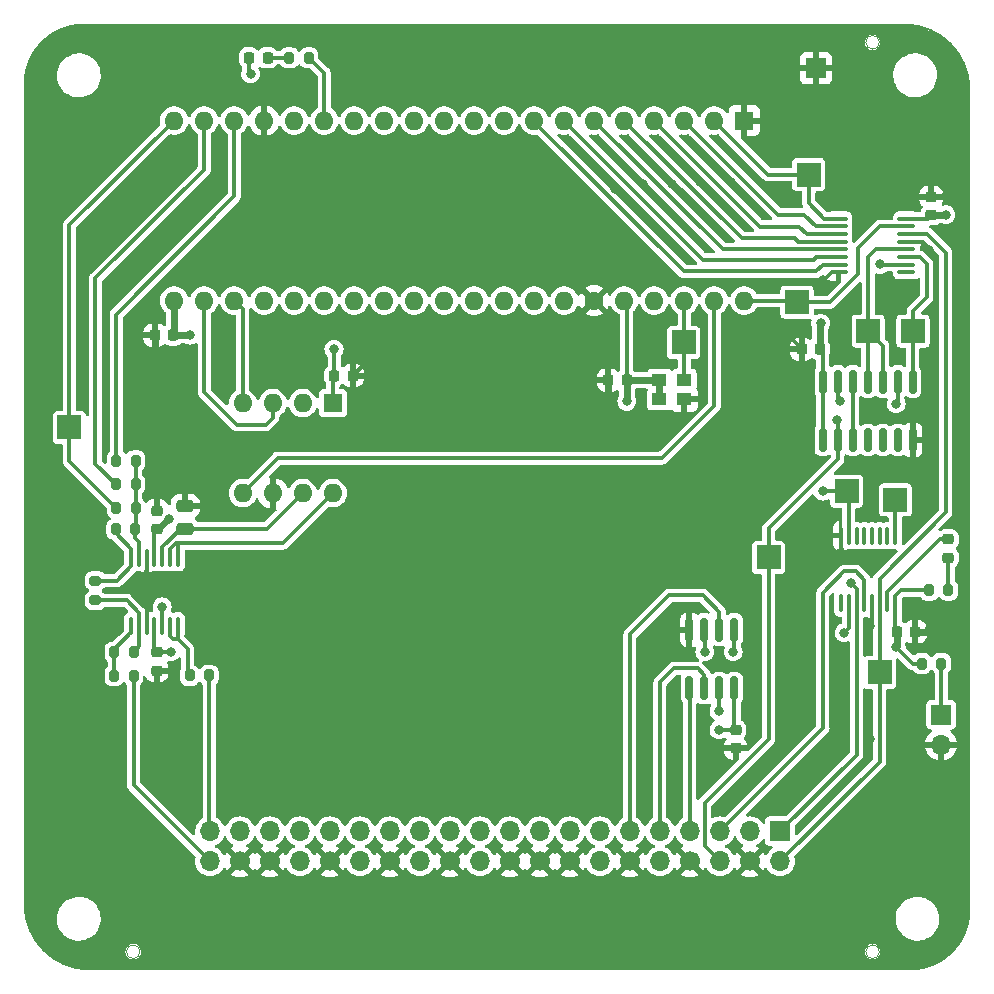
<source format=gbr>
G04 #@! TF.GenerationSoftware,KiCad,Pcbnew,7.0.11*
G04 #@! TF.CreationDate,2025-11-18T22:52:58-08:00*
G04 #@! TF.ProjectId,z2203,7a323230-332e-46b6-9963-61645f706362,rev?*
G04 #@! TF.SameCoordinates,PX3d83120PY6590fa0*
G04 #@! TF.FileFunction,Copper,L1,Top*
G04 #@! TF.FilePolarity,Positive*
%FSLAX46Y46*%
G04 Gerber Fmt 4.6, Leading zero omitted, Abs format (unit mm)*
G04 Created by KiCad (PCBNEW 7.0.11) date 2025-11-18 22:52:58*
%MOMM*%
%LPD*%
G01*
G04 APERTURE LIST*
G04 Aperture macros list*
%AMRoundRect*
0 Rectangle with rounded corners*
0 $1 Rounding radius*
0 $2 $3 $4 $5 $6 $7 $8 $9 X,Y pos of 4 corners*
0 Add a 4 corners polygon primitive as box body*
4,1,4,$2,$3,$4,$5,$6,$7,$8,$9,$2,$3,0*
0 Add four circle primitives for the rounded corners*
1,1,$1+$1,$2,$3*
1,1,$1+$1,$4,$5*
1,1,$1+$1,$6,$7*
1,1,$1+$1,$8,$9*
0 Add four rect primitives between the rounded corners*
20,1,$1+$1,$2,$3,$4,$5,0*
20,1,$1+$1,$4,$5,$6,$7,0*
20,1,$1+$1,$6,$7,$8,$9,0*
20,1,$1+$1,$8,$9,$2,$3,0*%
%AMHorizOval*
0 Thick line with rounded ends*
0 $1 width*
0 $2 $3 position (X,Y) of the first rounded end (center of the circle)*
0 $4 $5 position (X,Y) of the second rounded end (center of the circle)*
0 Add line between two ends*
20,1,$1,$2,$3,$4,$5,0*
0 Add two circle primitives to create the rounded ends*
1,1,$1,$2,$3*
1,1,$1,$4,$5*%
G04 Aperture macros list end*
G04 #@! TA.AperFunction,SMDPad,CuDef*
%ADD10RoundRect,0.200000X0.200000X0.275000X-0.200000X0.275000X-0.200000X-0.275000X0.200000X-0.275000X0*%
G04 #@! TD*
G04 #@! TA.AperFunction,SMDPad,CuDef*
%ADD11RoundRect,0.218750X0.218750X0.256250X-0.218750X0.256250X-0.218750X-0.256250X0.218750X-0.256250X0*%
G04 #@! TD*
G04 #@! TA.AperFunction,ComponentPad*
%ADD12R,1.700000X1.700000*%
G04 #@! TD*
G04 #@! TA.AperFunction,ComponentPad*
%ADD13O,1.700000X1.700000*%
G04 #@! TD*
G04 #@! TA.AperFunction,ComponentPad*
%ADD14HorizOval,1.700000X0.000000X0.000000X0.000000X0.000000X0*%
G04 #@! TD*
G04 #@! TA.AperFunction,SMDPad,CuDef*
%ADD15RoundRect,0.225000X0.250000X-0.225000X0.250000X0.225000X-0.250000X0.225000X-0.250000X-0.225000X0*%
G04 #@! TD*
G04 #@! TA.AperFunction,SMDPad,CuDef*
%ADD16RoundRect,0.150000X-0.150000X0.825000X-0.150000X-0.825000X0.150000X-0.825000X0.150000X0.825000X0*%
G04 #@! TD*
G04 #@! TA.AperFunction,SMDPad,CuDef*
%ADD17R,2.000000X2.000000*%
G04 #@! TD*
G04 #@! TA.AperFunction,SMDPad,CuDef*
%ADD18RoundRect,0.200000X-0.200000X-0.275000X0.200000X-0.275000X0.200000X0.275000X-0.200000X0.275000X0*%
G04 #@! TD*
G04 #@! TA.AperFunction,SMDPad,CuDef*
%ADD19RoundRect,0.100000X0.100000X-0.637500X0.100000X0.637500X-0.100000X0.637500X-0.100000X-0.637500X0*%
G04 #@! TD*
G04 #@! TA.AperFunction,SMDPad,CuDef*
%ADD20RoundRect,0.225000X-0.250000X0.225000X-0.250000X-0.225000X0.250000X-0.225000X0.250000X0.225000X0*%
G04 #@! TD*
G04 #@! TA.AperFunction,SMDPad,CuDef*
%ADD21RoundRect,0.100000X-0.637500X-0.100000X0.637500X-0.100000X0.637500X0.100000X-0.637500X0.100000X0*%
G04 #@! TD*
G04 #@! TA.AperFunction,SMDPad,CuDef*
%ADD22RoundRect,0.225000X0.225000X0.250000X-0.225000X0.250000X-0.225000X-0.250000X0.225000X-0.250000X0*%
G04 #@! TD*
G04 #@! TA.AperFunction,SMDPad,CuDef*
%ADD23RoundRect,0.250000X0.475000X-0.250000X0.475000X0.250000X-0.475000X0.250000X-0.475000X-0.250000X0*%
G04 #@! TD*
G04 #@! TA.AperFunction,SMDPad,CuDef*
%ADD24RoundRect,0.100000X-0.100000X0.637500X-0.100000X-0.637500X0.100000X-0.637500X0.100000X0.637500X0*%
G04 #@! TD*
G04 #@! TA.AperFunction,SMDPad,CuDef*
%ADD25R,1.300000X1.100000*%
G04 #@! TD*
G04 #@! TA.AperFunction,SMDPad,CuDef*
%ADD26RoundRect,0.225000X-0.225000X-0.250000X0.225000X-0.250000X0.225000X0.250000X-0.225000X0.250000X0*%
G04 #@! TD*
G04 #@! TA.AperFunction,SMDPad,CuDef*
%ADD27RoundRect,0.218750X-0.256250X0.218750X-0.256250X-0.218750X0.256250X-0.218750X0.256250X0.218750X0*%
G04 #@! TD*
G04 #@! TA.AperFunction,SMDPad,CuDef*
%ADD28RoundRect,0.200000X-0.275000X0.200000X-0.275000X-0.200000X0.275000X-0.200000X0.275000X0.200000X0*%
G04 #@! TD*
G04 #@! TA.AperFunction,ComponentPad*
%ADD29R,1.600000X1.600000*%
G04 #@! TD*
G04 #@! TA.AperFunction,ComponentPad*
%ADD30O,1.600000X1.600000*%
G04 #@! TD*
G04 #@! TA.AperFunction,SMDPad,CuDef*
%ADD31RoundRect,0.150000X0.150000X-0.825000X0.150000X0.825000X-0.150000X0.825000X-0.150000X-0.825000X0*%
G04 #@! TD*
G04 #@! TA.AperFunction,ComponentPad*
%ADD32HorizOval,1.600000X0.000000X0.000000X0.000000X0.000000X0*%
G04 #@! TD*
G04 #@! TA.AperFunction,ViaPad*
%ADD33C,0.800000*%
G04 #@! TD*
G04 #@! TA.AperFunction,Conductor*
%ADD34C,0.300000*%
G04 #@! TD*
G04 #@! TA.AperFunction,Conductor*
%ADD35C,0.600000*%
G04 #@! TD*
G04 #@! TA.AperFunction,Conductor*
%ADD36C,0.500000*%
G04 #@! TD*
G04 #@! TA.AperFunction,Profile*
%ADD37C,0.150000*%
G04 #@! TD*
G04 #@! TA.AperFunction,Profile*
%ADD38C,0.050000*%
G04 #@! TD*
G04 APERTURE END LIST*
D10*
X24975000Y78785000D03*
X23325000Y78785000D03*
D11*
X21475000Y78785000D03*
X19900000Y78785000D03*
D12*
X64860000Y13300000D03*
D13*
X64860000Y10760000D03*
X62320000Y13300000D03*
D14*
X62320000Y10760000D03*
D13*
X59780000Y13300000D03*
X59780000Y10760000D03*
X57240000Y13300000D03*
D14*
X57240000Y10760000D03*
D13*
X54700000Y13300000D03*
X54700000Y10760000D03*
X52160000Y13300000D03*
D14*
X52160000Y10760000D03*
D13*
X49620000Y13300000D03*
X49620000Y10760000D03*
X47080000Y13300000D03*
D14*
X47080000Y10760000D03*
D13*
X44540000Y13300000D03*
D14*
X44540000Y10760000D03*
D13*
X42000000Y13300000D03*
D14*
X42000000Y10760000D03*
D13*
X39460000Y13300000D03*
X39460000Y10760000D03*
X36920000Y13300000D03*
D14*
X36920000Y10760000D03*
D13*
X34380000Y13300000D03*
X34380000Y10760000D03*
X31840000Y13300000D03*
D14*
X31840000Y10760000D03*
D13*
X29300000Y13300000D03*
X29300000Y10760000D03*
X26760000Y13300000D03*
D14*
X26760000Y10760000D03*
D13*
X24220000Y13300000D03*
X24220000Y10760000D03*
X21680000Y13300000D03*
D14*
X21680000Y10760000D03*
D13*
X19140000Y13300000D03*
D14*
X19140000Y10760000D03*
D13*
X16600000Y13300000D03*
X16600000Y10760000D03*
D15*
X61100000Y20325000D03*
X61100000Y21875000D03*
D16*
X61005000Y30375000D03*
X59735000Y30375000D03*
X58465000Y30375000D03*
X57195000Y30375000D03*
X57195000Y25425000D03*
X58465000Y25425000D03*
X59735000Y25425000D03*
X61005000Y25425000D03*
D17*
X56700000Y54700000D03*
X66300000Y58100000D03*
X4700000Y47500000D03*
X72322500Y55650000D03*
D12*
X78500000Y23175000D03*
D13*
X78500000Y20635000D03*
D17*
X67300000Y68900000D03*
D10*
X10125000Y28475000D03*
X8475000Y28475000D03*
D18*
X77472500Y33700000D03*
X79122500Y33700000D03*
D19*
X9950000Y30712500D03*
X10600000Y30712500D03*
X11250000Y30712500D03*
X11900000Y30712500D03*
X12550000Y30712500D03*
X13200000Y30712500D03*
X13850000Y30712500D03*
X13850000Y36437500D03*
X13200000Y36437500D03*
X12550000Y36437500D03*
X11900000Y36437500D03*
X11250000Y36437500D03*
X10600000Y36437500D03*
X9950000Y36437500D03*
D20*
X12100000Y40450000D03*
X12100000Y38900000D03*
D21*
X69837500Y65175000D03*
X69837500Y64525000D03*
X69837500Y63875000D03*
X69837500Y63225000D03*
X69837500Y62575000D03*
X69837500Y61925000D03*
X69837500Y61275000D03*
X69837500Y60625000D03*
X75562500Y60625000D03*
X75562500Y61275000D03*
X75562500Y61925000D03*
X75562500Y62575000D03*
X75562500Y63225000D03*
X75562500Y63875000D03*
X75562500Y64525000D03*
X75562500Y65175000D03*
D10*
X10125000Y26475000D03*
X8475000Y26475000D03*
D17*
X74622500Y41350000D03*
D10*
X16525000Y26500000D03*
X14875000Y26500000D03*
D22*
X28680000Y51880000D03*
X27130000Y51880000D03*
D17*
X63900000Y36500000D03*
D23*
X14500000Y38925000D03*
X14500000Y40825000D03*
D17*
X73300000Y26750000D03*
D24*
X74597500Y38312500D03*
X73947500Y38312500D03*
X73297500Y38312500D03*
X72647500Y38312500D03*
X71997500Y38312500D03*
X71347500Y38312500D03*
X70697500Y38312500D03*
X70047500Y38312500D03*
X70047500Y32587500D03*
X70697500Y32587500D03*
X71347500Y32587500D03*
X71997500Y32587500D03*
X72647500Y32587500D03*
X73297500Y32587500D03*
X73947500Y32587500D03*
X74597500Y32587500D03*
D25*
X54650000Y49875000D03*
X56750000Y49875000D03*
X56750000Y51525000D03*
X54650000Y51525000D03*
D26*
X66685000Y54100000D03*
X68235000Y54100000D03*
D27*
X79122500Y38037500D03*
X79122500Y36462500D03*
D17*
X70500000Y42100000D03*
D18*
X8650000Y40675000D03*
X10300000Y40675000D03*
D28*
X6900000Y34500000D03*
X6900000Y32850000D03*
D15*
X12100000Y26900000D03*
X12100000Y28450000D03*
D29*
X27000000Y49550000D03*
D30*
X24460000Y49550000D03*
X21920000Y49550000D03*
X19380000Y49550000D03*
X19380000Y41930000D03*
X21920000Y41930000D03*
X24460000Y41930000D03*
X27000000Y41930000D03*
D26*
X50325000Y51500000D03*
X51875000Y51500000D03*
D31*
X68490000Y46425000D03*
X69760000Y46425000D03*
X71030000Y46425000D03*
X72300000Y46425000D03*
X73570000Y46425000D03*
X74840000Y46425000D03*
X76110000Y46425000D03*
X76110000Y51375000D03*
X74840000Y51375000D03*
X73570000Y51375000D03*
X72300000Y51375000D03*
X71030000Y51375000D03*
X69760000Y51375000D03*
X68490000Y51375000D03*
D22*
X76322500Y30187500D03*
X74772500Y30187500D03*
D18*
X8650000Y42675000D03*
X10300000Y42675000D03*
X8650000Y44675000D03*
X10300000Y44675000D03*
X76875000Y27500000D03*
X78525000Y27500000D03*
D12*
X67900000Y77900000D03*
D26*
X11925000Y55300000D03*
X13475000Y55300000D03*
D10*
X10275000Y38875000D03*
X8625000Y38875000D03*
D20*
X77650000Y67025000D03*
X77650000Y65475000D03*
D17*
X76122500Y55650000D03*
D29*
X61825000Y73475000D03*
D30*
X59285000Y73475000D03*
X56745000Y73475000D03*
X54205000Y73475000D03*
X51665000Y73475000D03*
X49125000Y73475000D03*
X46585000Y73475000D03*
X44045000Y73475000D03*
X41505000Y73475000D03*
X38965000Y73475000D03*
X36425000Y73475000D03*
X33885000Y73475000D03*
X31345000Y73475000D03*
X28805000Y73475000D03*
X26265000Y73475000D03*
X23725000Y73475000D03*
X21185000Y73475000D03*
X18645000Y73475000D03*
X16105000Y73475000D03*
X13565000Y73475000D03*
X13565000Y58235000D03*
X16105000Y58235000D03*
X18645000Y58235000D03*
X21185000Y58235000D03*
X23725000Y58235000D03*
X26265000Y58235000D03*
X28805000Y58235000D03*
X31345000Y58235000D03*
X33885000Y58235000D03*
X36425000Y58235000D03*
X38965000Y58235000D03*
X41505000Y58235000D03*
X44045000Y58235000D03*
X46585000Y58235000D03*
D32*
X49125000Y58235000D03*
D30*
X51665000Y58235000D03*
X54205000Y58235000D03*
X56745000Y58235000D03*
X59285000Y58235000D03*
X61825000Y58235000D03*
D33*
X53300000Y68100000D03*
X11100000Y34700000D03*
X55700000Y68100000D03*
X60700000Y68300000D03*
X29900000Y53100000D03*
X59700000Y20300000D03*
X70100000Y27700000D03*
X72500000Y30700000D03*
X5900000Y50300000D03*
X64500000Y67500000D03*
X72500000Y21100000D03*
X74300000Y58700000D03*
X56100000Y18300000D03*
X12100000Y25700000D03*
X77500000Y30300000D03*
X11900000Y53900000D03*
X74900000Y53300000D03*
X12100000Y41700000D03*
X78900000Y67100000D03*
X11300000Y62500000D03*
X53300000Y54500000D03*
X70100000Y53500000D03*
X77500000Y62500000D03*
X65500000Y55300000D03*
X11100000Y32700000D03*
X14500000Y42100000D03*
X9700000Y65100000D03*
X17700000Y52500000D03*
X58100000Y68300000D03*
X50900000Y67700000D03*
X68300000Y59700000D03*
X56700000Y48500000D03*
X50300000Y49700000D03*
X65300000Y15900000D03*
X76100000Y44500000D03*
X57100000Y32300000D03*
X69900000Y36900000D03*
X13100000Y39700000D03*
X13300000Y28500000D03*
X74700000Y28900000D03*
X51900000Y49700000D03*
X59700000Y21900000D03*
X27100000Y54100000D03*
X20035000Y77435000D03*
X68300000Y56300000D03*
X70300000Y30100000D03*
X73300000Y61300000D03*
X14900000Y55300000D03*
X74700000Y49500000D03*
X78900000Y65500000D03*
X59700000Y23500000D03*
X60900000Y28500000D03*
X58500000Y28500000D03*
X68500000Y42100000D03*
X69900000Y49700000D03*
X70900000Y34300000D03*
X69700000Y48100000D03*
X12550000Y32300000D03*
D34*
X69900000Y36900000D02*
X70047500Y37047500D01*
X61100000Y20325000D02*
X59725000Y20325000D01*
X77387500Y30187500D02*
X77500000Y30300000D01*
X76775000Y63225000D02*
X77500000Y62500000D01*
D35*
X50325000Y49725000D02*
X50300000Y49700000D01*
D34*
X69225000Y60625000D02*
X69837500Y60625000D01*
D35*
X76322500Y30187500D02*
X77387500Y30187500D01*
D34*
X12100000Y40450000D02*
X12100000Y41700000D01*
D35*
X11925000Y55300000D02*
X11925000Y53925000D01*
D34*
X11250000Y32550000D02*
X11250000Y30712500D01*
X76110000Y46425000D02*
X76110000Y44510000D01*
X66685000Y54115000D02*
X66685000Y54100000D01*
X78825000Y67025000D02*
X78900000Y67100000D01*
X11250000Y36437500D02*
X11250000Y34850000D01*
X28680000Y51880000D02*
X29900000Y53100000D01*
X76110000Y44510000D02*
X76100000Y44500000D01*
X11250000Y34850000D02*
X11100000Y34700000D01*
X57195000Y30375000D02*
X57195000Y32205000D01*
X75562500Y63225000D02*
X76775000Y63225000D01*
X59725000Y20325000D02*
X59700000Y20300000D01*
X70047500Y37047500D02*
X70047500Y38312500D01*
X56750000Y48550000D02*
X56750000Y49875000D01*
X57195000Y32205000D02*
X57100000Y32300000D01*
X56700000Y48500000D02*
X56750000Y48550000D01*
X72647500Y32587500D02*
X72647500Y30847500D01*
X11925000Y53925000D02*
X11900000Y53900000D01*
X12100000Y26900000D02*
X12100000Y25700000D01*
X72647500Y30847500D02*
X72500000Y30700000D01*
D35*
X50325000Y51500000D02*
X50325000Y49725000D01*
D34*
X77650000Y67025000D02*
X78825000Y67025000D01*
X14500000Y40825000D02*
X14500000Y42100000D01*
X65500000Y55300000D02*
X66685000Y54115000D01*
X68300000Y59700000D02*
X69225000Y60625000D01*
X11100000Y32700000D02*
X11250000Y32550000D01*
D36*
X13100000Y39700000D02*
X12300000Y38900000D01*
X12300000Y38900000D02*
X12100000Y38900000D01*
D34*
X11900000Y38700000D02*
X12100000Y38900000D01*
X11900000Y36437500D02*
X11900000Y38700000D01*
X12550000Y37362500D02*
X14112500Y38925000D01*
X21455000Y38925000D02*
X14500000Y38925000D01*
X24460000Y41930000D02*
X21455000Y38925000D01*
X14112500Y38925000D02*
X14500000Y38925000D01*
X12550000Y36437500D02*
X12550000Y37362500D01*
X13300000Y28500000D02*
X12150000Y28500000D01*
X12150000Y28500000D02*
X12100000Y28450000D01*
X11900000Y30712500D02*
X11900000Y28650000D01*
X11900000Y28650000D02*
X12100000Y28450000D01*
X21475000Y78785000D02*
X23325000Y78785000D01*
X78437500Y38037500D02*
X79122500Y38037500D01*
X73947500Y32587500D02*
X73947500Y33547500D01*
X73947500Y33547500D02*
X78437500Y38037500D01*
X27130000Y54070000D02*
X27100000Y54100000D01*
X19900000Y78785000D02*
X19900000Y77570000D01*
X75100000Y33700000D02*
X74597500Y33197500D01*
X68490000Y51375000D02*
X68490000Y46425000D01*
X73325000Y61275000D02*
X73300000Y61300000D01*
D35*
X68235000Y54100000D02*
X68235000Y56235000D01*
D34*
X61100000Y21875000D02*
X61005000Y21970000D01*
D35*
X54625000Y51500000D02*
X54650000Y51525000D01*
D34*
X74772500Y28972500D02*
X74700000Y28900000D01*
D35*
X74772500Y30187500D02*
X74772500Y28972500D01*
D34*
X74597500Y33197500D02*
X74597500Y32587500D01*
X27130000Y51880000D02*
X27130000Y54070000D01*
X51875000Y51500000D02*
X51875000Y58025000D01*
X27000000Y49550000D02*
X27000000Y51750000D01*
D35*
X68235000Y56235000D02*
X68300000Y56300000D01*
D34*
X77472500Y33700000D02*
X75100000Y33700000D01*
X74597500Y30362500D02*
X74772500Y30187500D01*
X75562500Y65175000D02*
X77350000Y65175000D01*
X77350000Y65175000D02*
X77650000Y65475000D01*
D35*
X54650000Y51525000D02*
X54650000Y49875000D01*
D34*
X61100000Y21875000D02*
X59725000Y21875000D01*
X74840000Y49640000D02*
X74700000Y49500000D01*
X59725000Y21875000D02*
X59700000Y21900000D01*
D35*
X13565000Y58235000D02*
X13565000Y55390000D01*
D34*
X68490000Y51375000D02*
X68490000Y53845000D01*
D35*
X13475000Y55300000D02*
X14900000Y55300000D01*
D34*
X68490000Y53845000D02*
X68235000Y54100000D01*
D35*
X51900000Y51475000D02*
X51875000Y51500000D01*
D34*
X51875000Y58025000D02*
X51665000Y58235000D01*
X27000000Y51750000D02*
X27130000Y51880000D01*
X74840000Y51375000D02*
X74840000Y49640000D01*
X76100000Y27500000D02*
X76875000Y27500000D01*
X74700000Y28900000D02*
X76100000Y27500000D01*
D35*
X51875000Y51500000D02*
X54625000Y51500000D01*
X51900000Y49700000D02*
X51900000Y51475000D01*
D34*
X19900000Y77570000D02*
X20035000Y77435000D01*
X70697500Y30497500D02*
X70300000Y30100000D01*
X75562500Y61275000D02*
X73325000Y61275000D01*
D35*
X77675000Y65500000D02*
X77650000Y65475000D01*
X78900000Y65500000D02*
X77675000Y65500000D01*
D34*
X13565000Y55390000D02*
X13475000Y55300000D01*
X74597500Y32587500D02*
X74597500Y30362500D01*
X61005000Y21970000D02*
X61005000Y25425000D01*
X70697500Y32587500D02*
X70697500Y30497500D01*
X59735000Y23535000D02*
X59700000Y23500000D01*
X59735000Y25425000D02*
X59735000Y23535000D01*
X78525000Y27500000D02*
X78525000Y23200000D01*
X78525000Y23200000D02*
X78500000Y23175000D01*
X57240000Y25380000D02*
X57195000Y25425000D01*
X57240000Y13300000D02*
X57240000Y25380000D01*
X54700000Y25900000D02*
X55900000Y27100000D01*
X55900000Y27100000D02*
X57900000Y27100000D01*
X57900000Y27100000D02*
X58465000Y26535000D01*
X58465000Y26535000D02*
X58465000Y25425000D01*
X54700000Y13300000D02*
X54700000Y25900000D01*
X79122500Y36462500D02*
X79122500Y33700000D01*
X61005000Y28605000D02*
X61005000Y30375000D01*
X60900000Y28500000D02*
X61005000Y28605000D01*
X58500000Y30340000D02*
X58465000Y30375000D01*
X58500000Y28500000D02*
X58500000Y30340000D01*
X59735000Y31865000D02*
X59735000Y30375000D01*
X58300000Y33300000D02*
X59735000Y31865000D01*
X52160000Y13300000D02*
X52160000Y29960000D01*
X55500000Y33300000D02*
X58300000Y33300000D01*
X52160000Y29960000D02*
X55500000Y33300000D01*
X18645000Y67045000D02*
X8650000Y57050000D01*
X18645000Y73475000D02*
X18645000Y67045000D01*
X8650000Y57050000D02*
X8650000Y44675000D01*
X10600000Y36437500D02*
X10600000Y37800000D01*
X10300000Y42675000D02*
X10300000Y40675000D01*
X10300000Y44675000D02*
X10300000Y42675000D01*
X10275000Y38125000D02*
X10275000Y38875000D01*
X10600000Y37800000D02*
X10275000Y38125000D01*
X10300000Y38900000D02*
X10275000Y38875000D01*
X10300000Y40675000D02*
X10300000Y38900000D01*
X6900000Y44425000D02*
X8650000Y42675000D01*
X6900000Y60100000D02*
X6900000Y44425000D01*
X16105000Y73475000D02*
X16105000Y69305000D01*
X16105000Y69305000D02*
X6900000Y60100000D01*
X4700000Y44625000D02*
X8650000Y40675000D01*
X13565000Y73475000D02*
X4700000Y64610000D01*
X4700000Y47500000D02*
X4700000Y44625000D01*
X4700000Y64610000D02*
X4700000Y47500000D01*
X9950000Y30712500D02*
X9950000Y30150000D01*
X8475000Y28675000D02*
X8475000Y28475000D01*
X8475000Y28475000D02*
X8475000Y26475000D01*
X9950000Y30150000D02*
X8475000Y28675000D01*
X9950000Y35750000D02*
X8700000Y34500000D01*
X8625000Y38525000D02*
X8625000Y38875000D01*
X8700000Y34500000D02*
X6900000Y34500000D01*
X9950000Y36437500D02*
X9950000Y37200000D01*
X9950000Y36437500D02*
X9950000Y35750000D01*
X9950000Y37200000D02*
X8625000Y38525000D01*
X14700000Y28700000D02*
X14700000Y26675000D01*
X13850000Y30712500D02*
X13850000Y29550000D01*
X13850000Y29550000D02*
X14700000Y28700000D01*
X13200000Y30712500D02*
X13200000Y29800000D01*
X14700000Y26675000D02*
X14875000Y26500000D01*
X13450000Y29550000D02*
X13850000Y29550000D01*
X13200000Y29800000D02*
X13450000Y29550000D01*
X26265000Y73475000D02*
X26265000Y77495000D01*
X26265000Y77495000D02*
X24975000Y78785000D01*
X56750000Y54650000D02*
X56700000Y54700000D01*
X56745000Y58235000D02*
X56745000Y54745000D01*
X56745000Y54745000D02*
X56700000Y54700000D01*
X56750000Y51525000D02*
X56750000Y54650000D01*
X10125000Y26475000D02*
X10125000Y17235000D01*
X10125000Y17235000D02*
X16600000Y10760000D01*
X16525000Y26500000D02*
X16525000Y13375000D01*
X16525000Y13375000D02*
X16600000Y13300000D01*
X70697500Y41902500D02*
X70500000Y42100000D01*
X70500000Y42100000D02*
X68500000Y42100000D01*
X70697500Y38312500D02*
X70697500Y41902500D01*
X10600000Y28950000D02*
X10125000Y28475000D01*
X10600000Y30712500D02*
X10600000Y28950000D01*
X6900000Y32850000D02*
X9550000Y32850000D01*
X9550000Y32850000D02*
X10600000Y31800000D01*
X10600000Y31800000D02*
X10600000Y30712500D01*
X69760000Y49840000D02*
X69760000Y51375000D01*
X64860000Y13300000D02*
X71347500Y19787500D01*
X70900000Y34300000D02*
X71347500Y33852500D01*
X69900000Y49700000D02*
X69760000Y49840000D01*
X71347500Y33852500D02*
X71347500Y32587500D01*
X71347500Y19787500D02*
X71347500Y32587500D01*
X73300000Y19200000D02*
X73300000Y26750000D01*
X73300000Y26750000D02*
X73300000Y32585000D01*
X73300000Y32585000D02*
X73297500Y32587500D01*
X73297500Y32587500D02*
X73297500Y34697500D01*
X78900000Y40300000D02*
X78900000Y62300000D01*
X78900000Y62300000D02*
X77325000Y63875000D01*
X64860000Y10760000D02*
X73300000Y19200000D01*
X77325000Y63875000D02*
X75562500Y63875000D01*
X73297500Y34697500D02*
X78900000Y40300000D01*
X69760000Y46425000D02*
X69760000Y48040000D01*
X59780000Y10760000D02*
X58500000Y12040000D01*
X63900000Y21100000D02*
X63900000Y38945001D01*
X58500000Y12040000D02*
X58500000Y15700000D01*
X69760000Y44805001D02*
X69760000Y46425000D01*
X63900000Y38945001D02*
X69760000Y44805001D01*
X58500000Y15700000D02*
X63900000Y21100000D01*
X69760000Y48040000D02*
X69700000Y48100000D01*
X70300000Y35300000D02*
X68500000Y33500000D01*
X68500000Y22020000D02*
X59780000Y13300000D01*
X71997500Y32587500D02*
X71997500Y34602500D01*
X71300000Y35300000D02*
X70300000Y35300000D01*
X68500000Y33500000D02*
X68500000Y22020000D01*
X71997500Y34602500D02*
X71300000Y35300000D01*
X16105000Y50495000D02*
X16105000Y58235000D01*
X21920000Y48320000D02*
X21300000Y47700000D01*
X18900000Y47700000D02*
X16105000Y50495000D01*
X21300000Y47700000D02*
X18900000Y47700000D01*
X21920000Y49550000D02*
X21920000Y48320000D01*
X19380000Y57500000D02*
X18645000Y58235000D01*
X19380000Y49550000D02*
X19380000Y57500000D01*
X54900000Y44900000D02*
X59285000Y49285000D01*
X22350000Y44900000D02*
X54900000Y44900000D01*
X59285000Y49285000D02*
X59285000Y58235000D01*
X19380000Y41930000D02*
X22350000Y44900000D01*
X12550000Y32300000D02*
X12550000Y30712500D01*
X13700000Y37700000D02*
X13900000Y37700000D01*
X13900000Y37700000D02*
X22770000Y37700000D01*
X22770000Y37700000D02*
X27000000Y41930000D01*
X13200000Y37200000D02*
X13700000Y37700000D01*
X13850000Y36437500D02*
X13850000Y37650000D01*
X13850000Y37650000D02*
X13900000Y37700000D01*
X13200000Y36437500D02*
X13200000Y37200000D01*
X74597500Y41325000D02*
X74622500Y41350000D01*
X74597500Y38312500D02*
X74597500Y41325000D01*
X71030000Y46425000D02*
X71030000Y51375000D01*
X73570000Y51375000D02*
X73570000Y54402500D01*
X73570000Y54402500D02*
X72322500Y55650000D01*
X72300000Y51375000D02*
X72300000Y55627500D01*
X72322500Y61922500D02*
X72975000Y62575000D01*
X72975000Y62575000D02*
X75562500Y62575000D01*
X72300000Y55627500D02*
X72322500Y55650000D01*
X72322500Y55650000D02*
X72322500Y61922500D01*
X44045000Y73355000D02*
X44045000Y73475000D01*
X67900000Y60700000D02*
X56700000Y60700000D01*
X68475000Y61275000D02*
X67900000Y60700000D01*
X69837500Y61275000D02*
X68475000Y61275000D01*
X56700000Y60700000D02*
X44045000Y73355000D01*
X67700000Y61700000D02*
X58360000Y61700000D01*
X58360000Y61700000D02*
X46585000Y73475000D01*
X67925000Y61925000D02*
X67700000Y61700000D01*
X69837500Y61925000D02*
X67925000Y61925000D01*
X67300000Y68900000D02*
X63860000Y68900000D01*
X68625000Y65175000D02*
X67300000Y66500000D01*
X67300000Y66500000D02*
X67300000Y68900000D01*
X63860000Y68900000D02*
X59285000Y73475000D01*
X69837500Y65175000D02*
X68625000Y65175000D01*
X67875000Y64525000D02*
X66900000Y65500000D01*
X69837500Y64525000D02*
X67875000Y64525000D01*
X66900000Y65500000D02*
X64720000Y65500000D01*
X64720000Y65500000D02*
X56745000Y73475000D01*
X67125000Y63875000D02*
X66500000Y64500000D01*
X66500000Y64500000D02*
X63180000Y64500000D01*
X69837500Y63875000D02*
X67125000Y63875000D01*
X63180000Y64500000D02*
X54205000Y73475000D01*
X69837500Y63225000D02*
X66375000Y63225000D01*
X66100000Y63500000D02*
X61640000Y63500000D01*
X66375000Y63225000D02*
X66100000Y63500000D01*
X61640000Y63500000D02*
X51665000Y73475000D01*
X69837500Y62575000D02*
X60025000Y62575000D01*
X60025000Y62575000D02*
X49125000Y73475000D01*
X73325000Y64525000D02*
X71500000Y62700000D01*
X75562500Y64525000D02*
X73325000Y64525000D01*
X69100000Y58100000D02*
X66300000Y58100000D01*
X71500000Y62700000D02*
X71500000Y60500000D01*
X66165000Y58235000D02*
X66300000Y58100000D01*
X71500000Y60500000D02*
X69100000Y58100000D01*
X61825000Y58235000D02*
X66165000Y58235000D01*
X77300000Y58500000D02*
X77300000Y61300000D01*
X76110000Y55637500D02*
X76122500Y55650000D01*
X76675000Y61925000D02*
X75562500Y61925000D01*
X77300000Y61300000D02*
X76675000Y61925000D01*
X76122500Y55650000D02*
X76122500Y57322500D01*
X76122500Y57322500D02*
X77300000Y58500000D01*
X76110000Y51375000D02*
X76110000Y55637500D01*
G04 #@! TA.AperFunction,Conductor*
G36*
X17938959Y12871900D02*
G01*
X17984194Y12819698D01*
X18052898Y12672361D01*
X18178402Y12493123D01*
X18333123Y12338402D01*
X18333126Y12338400D01*
X18512359Y12212899D01*
X18512360Y12212899D01*
X18512361Y12212898D01*
X18532022Y12203730D01*
X18585307Y12156815D01*
X18604769Y12088538D01*
X18584228Y12020577D01*
X18538743Y11978722D01*
X18394705Y11900773D01*
X18394693Y11900765D01*
X18374311Y11884901D01*
X18374310Y11884900D01*
X19012412Y11246798D01*
X18997685Y11244680D01*
X18866900Y11184952D01*
X18758239Y11090798D01*
X18680507Y10969844D01*
X18655639Y10885151D01*
X18016921Y11523869D01*
X18016920Y11523868D01*
X17941586Y11408561D01*
X17941579Y11408547D01*
X17925382Y11371621D01*
X17879701Y11317272D01*
X17811888Y11296249D01*
X17743474Y11315226D01*
X17696181Y11368177D01*
X17695800Y11368985D01*
X17687100Y11387642D01*
X17561604Y11566869D01*
X17561601Y11566873D01*
X17561598Y11566877D01*
X17406877Y11721598D01*
X17227639Y11847102D01*
X17080302Y11915806D01*
X17027019Y11962722D01*
X17007558Y12030999D01*
X17028100Y12098959D01*
X17080302Y12144195D01*
X17227639Y12212898D01*
X17406877Y12338402D01*
X17561598Y12493123D01*
X17687102Y12672361D01*
X17755805Y12819698D01*
X17802722Y12872981D01*
X17870999Y12892442D01*
X17938959Y12871900D01*
G37*
G04 #@! TD.AperFunction*
G04 #@! TA.AperFunction,Conductor*
G36*
X20478959Y12871900D02*
G01*
X20524194Y12819698D01*
X20592898Y12672361D01*
X20718402Y12493123D01*
X20873123Y12338402D01*
X20873126Y12338400D01*
X21052359Y12212899D01*
X21052360Y12212899D01*
X21052361Y12212898D01*
X21072022Y12203730D01*
X21125307Y12156815D01*
X21144769Y12088538D01*
X21124228Y12020577D01*
X21078743Y11978722D01*
X20934705Y11900773D01*
X20934693Y11900765D01*
X20914311Y11884901D01*
X20914310Y11884900D01*
X21552412Y11246798D01*
X21537685Y11244680D01*
X21406900Y11184952D01*
X21298239Y11090798D01*
X21220507Y10969844D01*
X21195639Y10885151D01*
X20556921Y11523869D01*
X20556920Y11523868D01*
X20515482Y11460442D01*
X20461479Y11414353D01*
X20391131Y11404778D01*
X20326773Y11434755D01*
X20304516Y11460442D01*
X20263078Y11523868D01*
X19624360Y10885152D01*
X19599493Y10969844D01*
X19521761Y11090798D01*
X19413100Y11184952D01*
X19282315Y11244680D01*
X19267586Y11246798D01*
X19905688Y11884900D01*
X19905687Y11884901D01*
X19885308Y11900763D01*
X19885303Y11900766D01*
X19741256Y11978721D01*
X19690866Y12028735D01*
X19675514Y12098052D01*
X19700075Y12164665D01*
X19747976Y12203730D01*
X19767639Y12212898D01*
X19946877Y12338402D01*
X20101598Y12493123D01*
X20227102Y12672361D01*
X20295805Y12819698D01*
X20342722Y12872981D01*
X20410999Y12892442D01*
X20478959Y12871900D01*
G37*
G04 #@! TD.AperFunction*
G04 #@! TA.AperFunction,Conductor*
G36*
X25558959Y12871900D02*
G01*
X25604194Y12819698D01*
X25672898Y12672361D01*
X25798402Y12493123D01*
X25953123Y12338402D01*
X25953126Y12338400D01*
X26132359Y12212899D01*
X26132360Y12212899D01*
X26132361Y12212898D01*
X26152022Y12203730D01*
X26205307Y12156815D01*
X26224769Y12088538D01*
X26204228Y12020577D01*
X26158743Y11978722D01*
X26014705Y11900773D01*
X26014693Y11900765D01*
X25994311Y11884901D01*
X25994310Y11884900D01*
X26632412Y11246798D01*
X26617685Y11244680D01*
X26486900Y11184952D01*
X26378239Y11090798D01*
X26300507Y10969844D01*
X26275639Y10885151D01*
X25636921Y11523869D01*
X25636920Y11523868D01*
X25561586Y11408561D01*
X25561579Y11408547D01*
X25545382Y11371621D01*
X25499701Y11317272D01*
X25431888Y11296249D01*
X25363474Y11315226D01*
X25316181Y11368177D01*
X25315800Y11368985D01*
X25307100Y11387642D01*
X25181604Y11566869D01*
X25181601Y11566873D01*
X25181598Y11566877D01*
X25026877Y11721598D01*
X24847639Y11847102D01*
X24700302Y11915806D01*
X24647019Y11962722D01*
X24627558Y12030999D01*
X24648100Y12098959D01*
X24700302Y12144195D01*
X24847639Y12212898D01*
X25026877Y12338402D01*
X25181598Y12493123D01*
X25307102Y12672361D01*
X25375805Y12819698D01*
X25422722Y12872981D01*
X25490999Y12892442D01*
X25558959Y12871900D01*
G37*
G04 #@! TD.AperFunction*
G04 #@! TA.AperFunction,Conductor*
G36*
X30638959Y12871900D02*
G01*
X30684194Y12819698D01*
X30752898Y12672361D01*
X30878402Y12493123D01*
X31033123Y12338402D01*
X31033126Y12338400D01*
X31212359Y12212899D01*
X31212360Y12212899D01*
X31212361Y12212898D01*
X31232022Y12203730D01*
X31285307Y12156815D01*
X31304769Y12088538D01*
X31284228Y12020577D01*
X31238743Y11978722D01*
X31094705Y11900773D01*
X31094693Y11900765D01*
X31074311Y11884901D01*
X31074310Y11884900D01*
X31712412Y11246798D01*
X31697685Y11244680D01*
X31566900Y11184952D01*
X31458239Y11090798D01*
X31380507Y10969844D01*
X31355639Y10885151D01*
X30716921Y11523869D01*
X30716920Y11523868D01*
X30641586Y11408561D01*
X30641579Y11408547D01*
X30625382Y11371621D01*
X30579701Y11317272D01*
X30511888Y11296249D01*
X30443474Y11315226D01*
X30396181Y11368177D01*
X30395800Y11368985D01*
X30387100Y11387642D01*
X30261604Y11566869D01*
X30261601Y11566873D01*
X30261598Y11566877D01*
X30106877Y11721598D01*
X29927639Y11847102D01*
X29780302Y11915806D01*
X29727019Y11962722D01*
X29707558Y12030999D01*
X29728100Y12098959D01*
X29780302Y12144195D01*
X29927639Y12212898D01*
X30106877Y12338402D01*
X30261598Y12493123D01*
X30387102Y12672361D01*
X30455805Y12819698D01*
X30502722Y12872981D01*
X30570999Y12892442D01*
X30638959Y12871900D01*
G37*
G04 #@! TD.AperFunction*
G04 #@! TA.AperFunction,Conductor*
G36*
X35718959Y12871900D02*
G01*
X35764194Y12819698D01*
X35832898Y12672361D01*
X35958402Y12493123D01*
X36113123Y12338402D01*
X36113126Y12338400D01*
X36292359Y12212899D01*
X36292360Y12212899D01*
X36292361Y12212898D01*
X36312022Y12203730D01*
X36365307Y12156815D01*
X36384769Y12088538D01*
X36364228Y12020577D01*
X36318743Y11978722D01*
X36174705Y11900773D01*
X36174693Y11900765D01*
X36154311Y11884901D01*
X36154310Y11884900D01*
X36792412Y11246798D01*
X36777685Y11244680D01*
X36646900Y11184952D01*
X36538239Y11090798D01*
X36460507Y10969844D01*
X36435639Y10885151D01*
X35796921Y11523869D01*
X35796920Y11523868D01*
X35721586Y11408561D01*
X35721579Y11408547D01*
X35705382Y11371621D01*
X35659701Y11317272D01*
X35591888Y11296249D01*
X35523474Y11315226D01*
X35476181Y11368177D01*
X35475800Y11368985D01*
X35467100Y11387642D01*
X35341604Y11566869D01*
X35341601Y11566873D01*
X35341598Y11566877D01*
X35186877Y11721598D01*
X35007639Y11847102D01*
X34860302Y11915806D01*
X34807019Y11962722D01*
X34787558Y12030999D01*
X34808100Y12098959D01*
X34860302Y12144195D01*
X35007639Y12212898D01*
X35186877Y12338402D01*
X35341598Y12493123D01*
X35467102Y12672361D01*
X35535805Y12819698D01*
X35582722Y12872981D01*
X35650999Y12892442D01*
X35718959Y12871900D01*
G37*
G04 #@! TD.AperFunction*
G04 #@! TA.AperFunction,Conductor*
G36*
X40798959Y12871900D02*
G01*
X40844194Y12819698D01*
X40912898Y12672361D01*
X41038402Y12493123D01*
X41193123Y12338402D01*
X41193126Y12338400D01*
X41372359Y12212899D01*
X41372360Y12212899D01*
X41372361Y12212898D01*
X41392022Y12203730D01*
X41445307Y12156815D01*
X41464769Y12088538D01*
X41444228Y12020577D01*
X41398743Y11978722D01*
X41254705Y11900773D01*
X41254693Y11900765D01*
X41234311Y11884901D01*
X41234310Y11884900D01*
X41872412Y11246798D01*
X41857685Y11244680D01*
X41726900Y11184952D01*
X41618239Y11090798D01*
X41540507Y10969844D01*
X41515639Y10885151D01*
X40876921Y11523869D01*
X40876920Y11523868D01*
X40801586Y11408561D01*
X40801579Y11408547D01*
X40785382Y11371621D01*
X40739701Y11317272D01*
X40671888Y11296249D01*
X40603474Y11315226D01*
X40556181Y11368177D01*
X40555800Y11368985D01*
X40547100Y11387642D01*
X40421604Y11566869D01*
X40421601Y11566873D01*
X40421598Y11566877D01*
X40266877Y11721598D01*
X40087639Y11847102D01*
X39940302Y11915806D01*
X39887019Y11962722D01*
X39867558Y12030999D01*
X39888100Y12098959D01*
X39940302Y12144195D01*
X40087639Y12212898D01*
X40266877Y12338402D01*
X40421598Y12493123D01*
X40547102Y12672361D01*
X40615805Y12819698D01*
X40662722Y12872981D01*
X40730999Y12892442D01*
X40798959Y12871900D01*
G37*
G04 #@! TD.AperFunction*
G04 #@! TA.AperFunction,Conductor*
G36*
X43338959Y12871900D02*
G01*
X43384194Y12819698D01*
X43452898Y12672361D01*
X43578402Y12493123D01*
X43733123Y12338402D01*
X43733126Y12338400D01*
X43912359Y12212899D01*
X43912360Y12212899D01*
X43912361Y12212898D01*
X43932022Y12203730D01*
X43985307Y12156815D01*
X44004769Y12088538D01*
X43984228Y12020577D01*
X43938743Y11978722D01*
X43794705Y11900773D01*
X43794693Y11900765D01*
X43774311Y11884901D01*
X43774310Y11884900D01*
X44412412Y11246798D01*
X44397685Y11244680D01*
X44266900Y11184952D01*
X44158239Y11090798D01*
X44080507Y10969844D01*
X44055639Y10885151D01*
X43416921Y11523869D01*
X43416920Y11523868D01*
X43375482Y11460442D01*
X43321479Y11414353D01*
X43251131Y11404778D01*
X43186773Y11434755D01*
X43164516Y11460442D01*
X43123078Y11523868D01*
X42484360Y10885152D01*
X42459493Y10969844D01*
X42381761Y11090798D01*
X42273100Y11184952D01*
X42142315Y11244680D01*
X42127586Y11246798D01*
X42765688Y11884900D01*
X42765687Y11884901D01*
X42745308Y11900763D01*
X42745303Y11900766D01*
X42601256Y11978721D01*
X42550866Y12028735D01*
X42535514Y12098052D01*
X42560075Y12164665D01*
X42607976Y12203730D01*
X42627639Y12212898D01*
X42806877Y12338402D01*
X42961598Y12493123D01*
X43087102Y12672361D01*
X43155805Y12819698D01*
X43202722Y12872981D01*
X43270999Y12892442D01*
X43338959Y12871900D01*
G37*
G04 #@! TD.AperFunction*
G04 #@! TA.AperFunction,Conductor*
G36*
X45878959Y12871900D02*
G01*
X45924194Y12819698D01*
X45992898Y12672361D01*
X46118402Y12493123D01*
X46273123Y12338402D01*
X46273126Y12338400D01*
X46452359Y12212899D01*
X46452360Y12212899D01*
X46452361Y12212898D01*
X46472022Y12203730D01*
X46525307Y12156815D01*
X46544769Y12088538D01*
X46524228Y12020577D01*
X46478743Y11978722D01*
X46334705Y11900773D01*
X46334693Y11900765D01*
X46314311Y11884901D01*
X46314310Y11884900D01*
X46952412Y11246798D01*
X46937685Y11244680D01*
X46806900Y11184952D01*
X46698239Y11090798D01*
X46620507Y10969844D01*
X46595639Y10885151D01*
X45956921Y11523869D01*
X45956920Y11523868D01*
X45915482Y11460442D01*
X45861479Y11414353D01*
X45791131Y11404778D01*
X45726773Y11434755D01*
X45704516Y11460442D01*
X45663078Y11523868D01*
X45024360Y10885152D01*
X44999493Y10969844D01*
X44921761Y11090798D01*
X44813100Y11184952D01*
X44682315Y11244680D01*
X44667586Y11246798D01*
X45305688Y11884900D01*
X45305687Y11884901D01*
X45285308Y11900763D01*
X45285303Y11900766D01*
X45141256Y11978721D01*
X45090866Y12028735D01*
X45075514Y12098052D01*
X45100075Y12164665D01*
X45147976Y12203730D01*
X45167639Y12212898D01*
X45346877Y12338402D01*
X45501598Y12493123D01*
X45627102Y12672361D01*
X45695805Y12819698D01*
X45742722Y12872981D01*
X45810999Y12892442D01*
X45878959Y12871900D01*
G37*
G04 #@! TD.AperFunction*
G04 #@! TA.AperFunction,Conductor*
G36*
X50958959Y12871900D02*
G01*
X51004194Y12819698D01*
X51072898Y12672361D01*
X51198402Y12493123D01*
X51353123Y12338402D01*
X51353126Y12338400D01*
X51532359Y12212899D01*
X51532360Y12212899D01*
X51532361Y12212898D01*
X51552022Y12203730D01*
X51605307Y12156815D01*
X51624769Y12088538D01*
X51604228Y12020577D01*
X51558743Y11978722D01*
X51414705Y11900773D01*
X51414693Y11900765D01*
X51394311Y11884901D01*
X51394310Y11884900D01*
X52032412Y11246798D01*
X52017685Y11244680D01*
X51886900Y11184952D01*
X51778239Y11090798D01*
X51700507Y10969844D01*
X51675639Y10885151D01*
X51036921Y11523869D01*
X51036920Y11523868D01*
X50961586Y11408561D01*
X50961579Y11408547D01*
X50945382Y11371621D01*
X50899701Y11317272D01*
X50831888Y11296249D01*
X50763474Y11315226D01*
X50716181Y11368177D01*
X50715800Y11368985D01*
X50707100Y11387642D01*
X50581604Y11566869D01*
X50581601Y11566873D01*
X50581598Y11566877D01*
X50426877Y11721598D01*
X50247639Y11847102D01*
X50100302Y11915806D01*
X50047019Y11962722D01*
X50027558Y12030999D01*
X50048100Y12098959D01*
X50100302Y12144195D01*
X50247639Y12212898D01*
X50426877Y12338402D01*
X50581598Y12493123D01*
X50707102Y12672361D01*
X50775805Y12819698D01*
X50822722Y12872981D01*
X50890999Y12892442D01*
X50958959Y12871900D01*
G37*
G04 #@! TD.AperFunction*
G04 #@! TA.AperFunction,Conductor*
G36*
X56038959Y12871900D02*
G01*
X56084194Y12819698D01*
X56152898Y12672361D01*
X56278402Y12493123D01*
X56433123Y12338402D01*
X56433126Y12338400D01*
X56612359Y12212899D01*
X56612360Y12212899D01*
X56612361Y12212898D01*
X56632022Y12203730D01*
X56685307Y12156815D01*
X56704769Y12088538D01*
X56684228Y12020577D01*
X56638743Y11978722D01*
X56494705Y11900773D01*
X56494693Y11900765D01*
X56474311Y11884901D01*
X56474310Y11884900D01*
X57112412Y11246798D01*
X57097685Y11244680D01*
X56966900Y11184952D01*
X56858239Y11090798D01*
X56780507Y10969844D01*
X56755639Y10885151D01*
X56116921Y11523869D01*
X56116920Y11523868D01*
X56041586Y11408561D01*
X56041579Y11408547D01*
X56025382Y11371621D01*
X55979701Y11317272D01*
X55911888Y11296249D01*
X55843474Y11315226D01*
X55796181Y11368177D01*
X55795800Y11368985D01*
X55787100Y11387642D01*
X55661604Y11566869D01*
X55661601Y11566873D01*
X55661598Y11566877D01*
X55506877Y11721598D01*
X55327639Y11847102D01*
X55180302Y11915806D01*
X55127019Y11962722D01*
X55107558Y12030999D01*
X55128100Y12098959D01*
X55180302Y12144195D01*
X55327639Y12212898D01*
X55506877Y12338402D01*
X55661598Y12493123D01*
X55787102Y12672361D01*
X55855805Y12819698D01*
X55902722Y12872981D01*
X55970999Y12892442D01*
X56038959Y12871900D01*
G37*
G04 #@! TD.AperFunction*
G04 #@! TA.AperFunction,Conductor*
G36*
X61118959Y12871900D02*
G01*
X61164194Y12819698D01*
X61232898Y12672361D01*
X61358402Y12493123D01*
X61513123Y12338402D01*
X61513126Y12338400D01*
X61692359Y12212899D01*
X61692360Y12212899D01*
X61692361Y12212898D01*
X61712022Y12203730D01*
X61765307Y12156815D01*
X61784769Y12088538D01*
X61764228Y12020577D01*
X61718743Y11978722D01*
X61574705Y11900773D01*
X61574693Y11900765D01*
X61554311Y11884901D01*
X61554310Y11884900D01*
X62192412Y11246798D01*
X62177685Y11244680D01*
X62046900Y11184952D01*
X61938239Y11090798D01*
X61860507Y10969844D01*
X61835639Y10885151D01*
X61196921Y11523869D01*
X61196920Y11523868D01*
X61121586Y11408561D01*
X61121579Y11408547D01*
X61105382Y11371621D01*
X61059701Y11317272D01*
X60991888Y11296249D01*
X60923474Y11315226D01*
X60876181Y11368177D01*
X60875800Y11368985D01*
X60867100Y11387642D01*
X60741604Y11566869D01*
X60741601Y11566873D01*
X60741598Y11566877D01*
X60586877Y11721598D01*
X60407639Y11847102D01*
X60260302Y11915806D01*
X60207019Y11962722D01*
X60187558Y12030999D01*
X60208100Y12098959D01*
X60260302Y12144195D01*
X60407639Y12212898D01*
X60586877Y12338402D01*
X60741598Y12493123D01*
X60867102Y12672361D01*
X60935805Y12819698D01*
X60982722Y12872981D01*
X61050999Y12892442D01*
X61118959Y12871900D01*
G37*
G04 #@! TD.AperFunction*
G04 #@! TA.AperFunction,Conductor*
G36*
X23018959Y12871900D02*
G01*
X23064194Y12819698D01*
X23132898Y12672361D01*
X23258402Y12493123D01*
X23413123Y12338402D01*
X23592361Y12212898D01*
X23731485Y12148024D01*
X23739695Y12144195D01*
X23792980Y12097278D01*
X23812441Y12029000D01*
X23791899Y11961040D01*
X23739695Y11915805D01*
X23592358Y11847101D01*
X23413131Y11721605D01*
X23413120Y11721596D01*
X23258404Y11566880D01*
X23258395Y11566869D01*
X23132899Y11387642D01*
X23132898Y11387640D01*
X23124197Y11368981D01*
X23077278Y11315698D01*
X23009000Y11296239D01*
X22941041Y11316783D01*
X22894977Y11370807D01*
X22894616Y11371623D01*
X22878419Y11408550D01*
X22803077Y11523868D01*
X22164360Y10885152D01*
X22139493Y10969844D01*
X22061761Y11090798D01*
X21953100Y11184952D01*
X21822315Y11244680D01*
X21807586Y11246798D01*
X22445688Y11884900D01*
X22445687Y11884901D01*
X22425308Y11900763D01*
X22425303Y11900766D01*
X22281256Y11978721D01*
X22230866Y12028735D01*
X22215514Y12098052D01*
X22240075Y12164665D01*
X22287976Y12203730D01*
X22307639Y12212898D01*
X22486877Y12338402D01*
X22641598Y12493123D01*
X22767102Y12672361D01*
X22835805Y12819698D01*
X22882722Y12872981D01*
X22950999Y12892442D01*
X23018959Y12871900D01*
G37*
G04 #@! TD.AperFunction*
G04 #@! TA.AperFunction,Conductor*
G36*
X28098959Y12871900D02*
G01*
X28144194Y12819698D01*
X28212898Y12672361D01*
X28338402Y12493123D01*
X28493123Y12338402D01*
X28672361Y12212898D01*
X28811485Y12148024D01*
X28819695Y12144195D01*
X28872980Y12097278D01*
X28892441Y12029000D01*
X28871899Y11961040D01*
X28819695Y11915805D01*
X28672358Y11847101D01*
X28493131Y11721605D01*
X28493120Y11721596D01*
X28338404Y11566880D01*
X28338395Y11566869D01*
X28212899Y11387642D01*
X28212898Y11387640D01*
X28204197Y11368981D01*
X28157278Y11315698D01*
X28089000Y11296239D01*
X28021041Y11316783D01*
X27974977Y11370807D01*
X27974616Y11371623D01*
X27958419Y11408550D01*
X27883077Y11523868D01*
X27244360Y10885152D01*
X27219493Y10969844D01*
X27141761Y11090798D01*
X27033100Y11184952D01*
X26902315Y11244680D01*
X26887586Y11246798D01*
X27525688Y11884900D01*
X27525687Y11884901D01*
X27505308Y11900763D01*
X27505303Y11900766D01*
X27361256Y11978721D01*
X27310866Y12028735D01*
X27295514Y12098052D01*
X27320075Y12164665D01*
X27367976Y12203730D01*
X27387639Y12212898D01*
X27566877Y12338402D01*
X27721598Y12493123D01*
X27847102Y12672361D01*
X27915805Y12819698D01*
X27962722Y12872981D01*
X28030999Y12892442D01*
X28098959Y12871900D01*
G37*
G04 #@! TD.AperFunction*
G04 #@! TA.AperFunction,Conductor*
G36*
X33178959Y12871900D02*
G01*
X33224194Y12819698D01*
X33292898Y12672361D01*
X33418402Y12493123D01*
X33573123Y12338402D01*
X33752361Y12212898D01*
X33891485Y12148024D01*
X33899695Y12144195D01*
X33952980Y12097278D01*
X33972441Y12029000D01*
X33951899Y11961040D01*
X33899695Y11915805D01*
X33752358Y11847101D01*
X33573131Y11721605D01*
X33573120Y11721596D01*
X33418404Y11566880D01*
X33418395Y11566869D01*
X33292899Y11387642D01*
X33292898Y11387640D01*
X33284197Y11368981D01*
X33237278Y11315698D01*
X33169000Y11296239D01*
X33101041Y11316783D01*
X33054977Y11370807D01*
X33054616Y11371623D01*
X33038419Y11408550D01*
X32963077Y11523868D01*
X32324360Y10885152D01*
X32299493Y10969844D01*
X32221761Y11090798D01*
X32113100Y11184952D01*
X31982315Y11244680D01*
X31967586Y11246798D01*
X32605688Y11884900D01*
X32605687Y11884901D01*
X32585308Y11900763D01*
X32585303Y11900766D01*
X32441256Y11978721D01*
X32390866Y12028735D01*
X32375514Y12098052D01*
X32400075Y12164665D01*
X32447976Y12203730D01*
X32467639Y12212898D01*
X32646877Y12338402D01*
X32801598Y12493123D01*
X32927102Y12672361D01*
X32995805Y12819698D01*
X33042722Y12872981D01*
X33110999Y12892442D01*
X33178959Y12871900D01*
G37*
G04 #@! TD.AperFunction*
G04 #@! TA.AperFunction,Conductor*
G36*
X38258959Y12871900D02*
G01*
X38304194Y12819698D01*
X38372898Y12672361D01*
X38498402Y12493123D01*
X38653123Y12338402D01*
X38832361Y12212898D01*
X38971485Y12148024D01*
X38979695Y12144195D01*
X39032980Y12097278D01*
X39052441Y12029000D01*
X39031899Y11961040D01*
X38979695Y11915805D01*
X38832358Y11847101D01*
X38653131Y11721605D01*
X38653120Y11721596D01*
X38498404Y11566880D01*
X38498395Y11566869D01*
X38372899Y11387642D01*
X38372898Y11387640D01*
X38364197Y11368981D01*
X38317278Y11315698D01*
X38249000Y11296239D01*
X38181041Y11316783D01*
X38134977Y11370807D01*
X38134616Y11371623D01*
X38118419Y11408550D01*
X38043077Y11523868D01*
X37404360Y10885152D01*
X37379493Y10969844D01*
X37301761Y11090798D01*
X37193100Y11184952D01*
X37062315Y11244680D01*
X37047586Y11246798D01*
X37685688Y11884900D01*
X37685687Y11884901D01*
X37665308Y11900763D01*
X37665303Y11900766D01*
X37521256Y11978721D01*
X37470866Y12028735D01*
X37455514Y12098052D01*
X37480075Y12164665D01*
X37527976Y12203730D01*
X37547639Y12212898D01*
X37726877Y12338402D01*
X37881598Y12493123D01*
X38007102Y12672361D01*
X38075805Y12819698D01*
X38122722Y12872981D01*
X38190999Y12892442D01*
X38258959Y12871900D01*
G37*
G04 #@! TD.AperFunction*
G04 #@! TA.AperFunction,Conductor*
G36*
X48418959Y12871900D02*
G01*
X48464194Y12819698D01*
X48532898Y12672361D01*
X48658402Y12493123D01*
X48813123Y12338402D01*
X48992361Y12212898D01*
X49131485Y12148024D01*
X49139695Y12144195D01*
X49192980Y12097278D01*
X49212441Y12029000D01*
X49191899Y11961040D01*
X49139695Y11915805D01*
X48992358Y11847101D01*
X48813131Y11721605D01*
X48813120Y11721596D01*
X48658404Y11566880D01*
X48658395Y11566869D01*
X48532899Y11387642D01*
X48532898Y11387640D01*
X48524197Y11368981D01*
X48477278Y11315698D01*
X48409000Y11296239D01*
X48341041Y11316783D01*
X48294977Y11370807D01*
X48294616Y11371623D01*
X48278419Y11408550D01*
X48203077Y11523868D01*
X47564360Y10885152D01*
X47539493Y10969844D01*
X47461761Y11090798D01*
X47353100Y11184952D01*
X47222315Y11244680D01*
X47207586Y11246798D01*
X47845688Y11884900D01*
X47845687Y11884901D01*
X47825308Y11900763D01*
X47825303Y11900766D01*
X47681256Y11978721D01*
X47630866Y12028735D01*
X47615514Y12098052D01*
X47640075Y12164665D01*
X47687976Y12203730D01*
X47707639Y12212898D01*
X47886877Y12338402D01*
X48041598Y12493123D01*
X48167102Y12672361D01*
X48235805Y12819698D01*
X48282722Y12872981D01*
X48350999Y12892442D01*
X48418959Y12871900D01*
G37*
G04 #@! TD.AperFunction*
G04 #@! TA.AperFunction,Conductor*
G36*
X53498959Y12871900D02*
G01*
X53544194Y12819698D01*
X53612898Y12672361D01*
X53738402Y12493123D01*
X53893123Y12338402D01*
X54072361Y12212898D01*
X54211485Y12148024D01*
X54219695Y12144195D01*
X54272980Y12097278D01*
X54292441Y12029000D01*
X54271899Y11961040D01*
X54219695Y11915805D01*
X54072358Y11847101D01*
X53893131Y11721605D01*
X53893120Y11721596D01*
X53738404Y11566880D01*
X53738395Y11566869D01*
X53612899Y11387642D01*
X53612898Y11387640D01*
X53604197Y11368981D01*
X53557278Y11315698D01*
X53489000Y11296239D01*
X53421041Y11316783D01*
X53374977Y11370807D01*
X53374616Y11371623D01*
X53358419Y11408550D01*
X53283077Y11523868D01*
X52644360Y10885152D01*
X52619493Y10969844D01*
X52541761Y11090798D01*
X52433100Y11184952D01*
X52302315Y11244680D01*
X52287586Y11246798D01*
X52925688Y11884900D01*
X52925687Y11884901D01*
X52905308Y11900763D01*
X52905303Y11900766D01*
X52761256Y11978721D01*
X52710866Y12028735D01*
X52695514Y12098052D01*
X52720075Y12164665D01*
X52767976Y12203730D01*
X52787639Y12212898D01*
X52966877Y12338402D01*
X53121598Y12493123D01*
X53247102Y12672361D01*
X53315805Y12819698D01*
X53362722Y12872981D01*
X53430999Y12892442D01*
X53498959Y12871900D01*
G37*
G04 #@! TD.AperFunction*
G04 #@! TA.AperFunction,Conductor*
G36*
X63569723Y12653674D02*
G01*
X63605709Y12592473D01*
X63609500Y12561797D01*
X63609500Y12418484D01*
X63624353Y12324698D01*
X63681949Y12211658D01*
X63771657Y12121950D01*
X63810299Y12102262D01*
X63884696Y12064354D01*
X63978481Y12049500D01*
X64121796Y12049501D01*
X64189914Y12029499D01*
X64236407Y11975844D01*
X64246512Y11905570D01*
X64217019Y11840989D01*
X64194065Y11820288D01*
X64053126Y11721601D01*
X64053120Y11721596D01*
X63898404Y11566880D01*
X63898395Y11566869D01*
X63772899Y11387642D01*
X63772898Y11387640D01*
X63764197Y11368981D01*
X63717278Y11315698D01*
X63649000Y11296239D01*
X63581041Y11316783D01*
X63534977Y11370807D01*
X63534616Y11371623D01*
X63518419Y11408550D01*
X63443077Y11523868D01*
X62804360Y10885152D01*
X62779493Y10969844D01*
X62701761Y11090798D01*
X62593100Y11184952D01*
X62462315Y11244680D01*
X62447586Y11246798D01*
X63085688Y11884900D01*
X63085687Y11884901D01*
X63065308Y11900763D01*
X63065303Y11900766D01*
X62921256Y11978721D01*
X62870866Y12028735D01*
X62855514Y12098052D01*
X62880075Y12164665D01*
X62927976Y12203730D01*
X62947639Y12212898D01*
X63126877Y12338402D01*
X63281598Y12493123D01*
X63380289Y12634069D01*
X63435743Y12678395D01*
X63506363Y12685704D01*
X63569723Y12653674D01*
G37*
G04 #@! TD.AperFunction*
G04 #@! TA.AperFunction,Conductor*
G36*
X14067532Y28031287D02*
G01*
X14124368Y27988740D01*
X14149179Y27922220D01*
X14149500Y27913231D01*
X14149500Y27100578D01*
X14139909Y27052360D01*
X14089955Y26931761D01*
X14074500Y26814364D01*
X14074500Y26185641D01*
X14074501Y26185632D01*
X14079748Y26145779D01*
X14089956Y26068238D01*
X14128300Y25975667D01*
X14143206Y25939680D01*
X14150464Y25922159D01*
X14246718Y25796718D01*
X14372159Y25700464D01*
X14518238Y25639956D01*
X14635639Y25624500D01*
X15114360Y25624501D01*
X15115842Y25624696D01*
X15119106Y25625126D01*
X15231762Y25639956D01*
X15377841Y25700464D01*
X15503282Y25796718D01*
X15599536Y25922159D01*
X15599536Y25922162D01*
X15600037Y25922813D01*
X15657375Y25964680D01*
X15728246Y25968902D01*
X15790149Y25934138D01*
X15799963Y25922813D01*
X15800463Y25922162D01*
X15800464Y25922159D01*
X15896717Y25796719D01*
X15896719Y25796717D01*
X15925203Y25774861D01*
X15967071Y25717524D01*
X15974500Y25674898D01*
X15974500Y14454191D01*
X15954498Y14386070D01*
X15920771Y14350978D01*
X15793126Y14261601D01*
X15793120Y14261596D01*
X15638404Y14106880D01*
X15638395Y14106869D01*
X15512899Y13927642D01*
X15420426Y13729333D01*
X15420424Y13729329D01*
X15387728Y13607304D01*
X15363793Y13517977D01*
X15363793Y13517975D01*
X15344723Y13300000D01*
X15363083Y13090134D01*
X15349093Y13020529D01*
X15299694Y12969537D01*
X15230568Y12953347D01*
X15163662Y12977100D01*
X15148467Y12990058D01*
X10712405Y17426120D01*
X10678379Y17488432D01*
X10675500Y17515215D01*
X10675500Y25649898D01*
X10695502Y25718019D01*
X10724797Y25749861D01*
X10753282Y25771718D01*
X10849536Y25897159D01*
X10910044Y26043238D01*
X10925500Y26160639D01*
X10925499Y26353810D01*
X10945501Y26421928D01*
X10999156Y26468421D01*
X11069430Y26478526D01*
X11134011Y26449033D01*
X11171103Y26393443D01*
X11181153Y26363114D01*
X11271109Y26217272D01*
X11271114Y26217266D01*
X11392265Y26096115D01*
X11392271Y26096110D01*
X11538115Y26006153D01*
X11700758Y25952258D01*
X11700770Y25952256D01*
X11801147Y25942001D01*
X11801147Y25942000D01*
X11846000Y25942000D01*
X11846000Y26646000D01*
X12354000Y26646000D01*
X12354000Y25942000D01*
X12398853Y25942000D01*
X12398852Y25942001D01*
X12499229Y25952256D01*
X12499241Y25952258D01*
X12661884Y26006153D01*
X12807728Y26096110D01*
X12807734Y26096115D01*
X12928885Y26217266D01*
X12928890Y26217272D01*
X13018847Y26363116D01*
X13072742Y26525759D01*
X13072744Y26525771D01*
X13082999Y26626148D01*
X13083000Y26626148D01*
X13083000Y26646000D01*
X12354000Y26646000D01*
X11846000Y26646000D01*
X11846000Y27028000D01*
X11866002Y27096121D01*
X11919658Y27142614D01*
X11972000Y27154000D01*
X13083000Y27154000D01*
X13083000Y27173853D01*
X13072744Y27274230D01*
X13072742Y27274242D01*
X13018847Y27436885D01*
X12958879Y27534109D01*
X12940142Y27602589D01*
X12961401Y27670327D01*
X13015908Y27715819D01*
X13086357Y27724620D01*
X13107731Y27719186D01*
X13120745Y27714632D01*
X13300000Y27694435D01*
X13479255Y27714632D01*
X13649522Y27774211D01*
X13802262Y27870184D01*
X13863840Y27931762D01*
X13934405Y28002326D01*
X13996717Y28036352D01*
X14067532Y28031287D01*
G37*
G04 #@! TD.AperFunction*
G04 #@! TA.AperFunction,Conductor*
G36*
X72081203Y25411991D02*
G01*
X72174691Y25364356D01*
X72174692Y25364356D01*
X72174696Y25364354D01*
X72268481Y25349500D01*
X72623500Y25349501D01*
X72691620Y25329499D01*
X72738113Y25275844D01*
X72749500Y25223501D01*
X72749500Y19480216D01*
X72729498Y19412095D01*
X72712595Y19391121D01*
X66325594Y13004120D01*
X66263282Y12970094D01*
X66192467Y12975159D01*
X66135631Y13017706D01*
X66110820Y13084226D01*
X66110499Y13093215D01*
X66110499Y13719786D01*
X66130501Y13787907D01*
X66147399Y13808876D01*
X71728597Y19390075D01*
X71731630Y19393007D01*
X71778544Y19436820D01*
X71799840Y19471842D01*
X71807092Y19482496D01*
X71831861Y19515157D01*
X71838383Y19531699D01*
X71847935Y19550930D01*
X71857172Y19566118D01*
X71868231Y19605590D01*
X71872333Y19617791D01*
X71887376Y19655935D01*
X71889192Y19673613D01*
X71893204Y19694722D01*
X71898000Y19711835D01*
X71898000Y19752827D01*
X71898661Y19765714D01*
X71902851Y19806470D01*
X71899832Y19823983D01*
X71898000Y19845389D01*
X71898000Y25299725D01*
X71918002Y25367846D01*
X71971658Y25414339D01*
X72041932Y25424443D01*
X72081203Y25411991D01*
G37*
G04 #@! TD.AperFunction*
G04 #@! TA.AperFunction,Conductor*
G36*
X60606377Y57966433D02*
G01*
X60660422Y57920393D01*
X60676190Y57885865D01*
X60700768Y57799480D01*
X60700774Y57799463D01*
X60799938Y57600316D01*
X60799942Y57600311D01*
X60934017Y57422765D01*
X61098438Y57272876D01*
X61098439Y57272875D01*
X61287587Y57155760D01*
X61287590Y57155759D01*
X61287599Y57155753D01*
X61365260Y57125667D01*
X61495053Y57075384D01*
X61495056Y57075384D01*
X61495060Y57075382D01*
X61713757Y57034500D01*
X61713760Y57034500D01*
X61936240Y57034500D01*
X61936243Y57034500D01*
X62154940Y57075382D01*
X62154944Y57075384D01*
X62154946Y57075384D01*
X62209963Y57096698D01*
X62362401Y57155753D01*
X62551562Y57272876D01*
X62715981Y57422764D01*
X62850058Y57600311D01*
X62857204Y57614662D01*
X62905473Y57666726D01*
X62969995Y57684500D01*
X64773501Y57684500D01*
X64841622Y57664498D01*
X64888115Y57610842D01*
X64899501Y57558500D01*
X64899501Y57068482D01*
X64900546Y57061886D01*
X64914353Y56974698D01*
X64971949Y56861658D01*
X65061657Y56771950D01*
X65100299Y56752262D01*
X65174696Y56714354D01*
X65268481Y56699500D01*
X67331518Y56699501D01*
X67398675Y56710137D01*
X67469085Y56701037D01*
X67523398Y56655314D01*
X67544370Y56587486D01*
X67537313Y56544074D01*
X67514632Y56479256D01*
X67494435Y56300000D01*
X67514632Y56120744D01*
X67514717Y56120502D01*
X67527011Y56085367D01*
X67527429Y56084175D01*
X67534500Y56042559D01*
X67534500Y55051783D01*
X67514498Y54983662D01*
X67460842Y54937169D01*
X67390568Y54927065D01*
X67342353Y54944542D01*
X67221884Y55018848D01*
X67059241Y55072743D01*
X67059229Y55072745D01*
X66958852Y55083000D01*
X66939000Y55083000D01*
X66939000Y53117000D01*
X66958853Y53117000D01*
X66958852Y53117001D01*
X67059229Y53127256D01*
X67059241Y53127258D01*
X67221884Y53181153D01*
X67367728Y53271110D01*
X67446918Y53350300D01*
X67509230Y53384325D01*
X67580046Y53379261D01*
X67616602Y53355767D01*
X67617317Y53356688D01*
X67623583Y53351828D01*
X67759606Y53271384D01*
X67759607Y53271384D01*
X67759610Y53271382D01*
X67848654Y53245513D01*
X67908488Y53207302D01*
X67938166Y53142806D01*
X67939500Y53124517D01*
X67939500Y52625301D01*
X67919498Y52557180D01*
X67913897Y52549167D01*
X67855641Y52472346D01*
X67855638Y52472342D01*
X67800122Y52331565D01*
X67789500Y52243106D01*
X67789500Y50506895D01*
X67800122Y50418436D01*
X67855638Y50277659D01*
X67855641Y50277654D01*
X67876768Y50249795D01*
X67909767Y50206280D01*
X67913896Y50200836D01*
X67939121Y50134472D01*
X67939500Y50124701D01*
X67939500Y47675301D01*
X67919498Y47607180D01*
X67913897Y47599167D01*
X67855641Y47522346D01*
X67855638Y47522342D01*
X67800122Y47381565D01*
X67789500Y47293106D01*
X67789500Y45556895D01*
X67800122Y45468436D01*
X67855638Y45327659D01*
X67855641Y45327655D01*
X67947077Y45207078D01*
X68067654Y45115642D01*
X68067658Y45115639D01*
X68208435Y45060123D01*
X68208434Y45060123D01*
X68236394Y45056766D01*
X68296898Y45049500D01*
X68296901Y45049500D01*
X68683099Y45049500D01*
X68683102Y45049500D01*
X68771564Y45060123D01*
X68912342Y45115639D01*
X69007366Y45187698D01*
X69073731Y45212922D01*
X69143197Y45198262D01*
X69193710Y45148372D01*
X69209500Y45087301D01*
X69209500Y45085217D01*
X69189498Y45017096D01*
X69172595Y44996122D01*
X63518914Y39342442D01*
X63515823Y39339454D01*
X63468959Y39295685D01*
X63468953Y39295678D01*
X63447661Y39260666D01*
X63440407Y39250007D01*
X63415639Y39217345D01*
X63409115Y39200802D01*
X63399564Y39181573D01*
X63390328Y39166384D01*
X63379268Y39126913D01*
X63375158Y39114691D01*
X63360124Y39076565D01*
X63360123Y39076560D01*
X63358304Y39058879D01*
X63354296Y39037789D01*
X63349500Y39020668D01*
X63349500Y38979682D01*
X63348839Y38966795D01*
X63344647Y38926032D01*
X63347668Y38908514D01*
X63349500Y38887106D01*
X63349500Y38026500D01*
X63329498Y37958379D01*
X63275842Y37911886D01*
X63223500Y37900500D01*
X62868483Y37900500D01*
X62774697Y37885647D01*
X62661657Y37828051D01*
X62571949Y37738343D01*
X62519369Y37635146D01*
X62514354Y37625304D01*
X62499500Y37531519D01*
X62499500Y37531516D01*
X62499500Y35468484D01*
X62514353Y35374698D01*
X62571949Y35261658D01*
X62661657Y35171950D01*
X62700299Y35152262D01*
X62774696Y35114354D01*
X62868481Y35099500D01*
X63223500Y35099501D01*
X63291620Y35079499D01*
X63338113Y35025844D01*
X63349500Y34973501D01*
X63349500Y21380216D01*
X63329498Y21312095D01*
X63312595Y21291121D01*
X62129379Y20107905D01*
X62067067Y20073879D01*
X62040284Y20071000D01*
X61354000Y20071000D01*
X61354000Y19384716D01*
X61333998Y19316595D01*
X61317095Y19295621D01*
X58118914Y16097441D01*
X58115823Y16094453D01*
X58068959Y16050684D01*
X58068953Y16050677D01*
X58047661Y16015665D01*
X58040406Y16005005D01*
X58016899Y15974005D01*
X57959801Y15931811D01*
X57888956Y15927185D01*
X57826855Y15961595D01*
X57793216Y16024116D01*
X57790500Y16050137D01*
X57790500Y20071000D01*
X60117000Y20071000D01*
X60117000Y20051148D01*
X60127255Y19950771D01*
X60127257Y19950759D01*
X60181152Y19788116D01*
X60271109Y19642272D01*
X60271114Y19642266D01*
X60392265Y19521115D01*
X60392271Y19521110D01*
X60538115Y19431153D01*
X60700758Y19377258D01*
X60700770Y19377256D01*
X60801147Y19367001D01*
X60801147Y19367000D01*
X60846000Y19367000D01*
X60846000Y20071000D01*
X60117000Y20071000D01*
X57790500Y20071000D01*
X57790500Y24053177D01*
X57810502Y24121298D01*
X57864158Y24167791D01*
X57934432Y24177895D01*
X57992634Y24153574D01*
X57996947Y24150303D01*
X58042653Y24115642D01*
X58042658Y24115639D01*
X58183435Y24060123D01*
X58183434Y24060123D01*
X58211394Y24056766D01*
X58271898Y24049500D01*
X58271901Y24049500D01*
X58658099Y24049500D01*
X58658102Y24049500D01*
X58746564Y24060123D01*
X58867931Y24107985D01*
X58938636Y24114367D01*
X59001572Y24081509D01*
X59036752Y24019842D01*
X59033008Y23948944D01*
X59020840Y23923734D01*
X58974211Y23849524D01*
X58974211Y23849523D01*
X58974211Y23849522D01*
X58914632Y23679255D01*
X58894435Y23500000D01*
X58914632Y23320745D01*
X58914633Y23320743D01*
X58974211Y23150478D01*
X58974212Y23150475D01*
X59070182Y22997740D01*
X59070183Y22997738D01*
X59197737Y22870184D01*
X59197739Y22870183D01*
X59298791Y22806687D01*
X59345829Y22753508D01*
X59356649Y22683341D01*
X59327816Y22618463D01*
X59298791Y22593313D01*
X59197739Y22529818D01*
X59197737Y22529817D01*
X59070183Y22402263D01*
X59070182Y22402261D01*
X58974212Y22249526D01*
X58974211Y22249523D01*
X58974211Y22249522D01*
X58914632Y22079255D01*
X58894435Y21900000D01*
X58914632Y21720745D01*
X58947947Y21625536D01*
X58974211Y21550478D01*
X58974212Y21550475D01*
X59070182Y21397740D01*
X59070183Y21397738D01*
X59197737Y21270184D01*
X59197739Y21270183D01*
X59350474Y21174213D01*
X59350475Y21174213D01*
X59350478Y21174211D01*
X59520745Y21114632D01*
X59700000Y21094435D01*
X59879255Y21114632D01*
X60049522Y21174211D01*
X60146802Y21235336D01*
X60215123Y21254642D01*
X60283036Y21233947D01*
X60328979Y21179820D01*
X60338366Y21109447D01*
X60308216Y21045170D01*
X60302935Y21039555D01*
X60271109Y21007729D01*
X60181152Y20861885D01*
X60127257Y20699242D01*
X60127255Y20699230D01*
X60117000Y20598853D01*
X60117000Y20579000D01*
X62083000Y20579000D01*
X62083000Y20598853D01*
X62072744Y20699230D01*
X62072742Y20699242D01*
X62018847Y20861885D01*
X61928890Y21007729D01*
X61928885Y21007735D01*
X61849700Y21086920D01*
X61815674Y21149232D01*
X61820739Y21220047D01*
X61844234Y21256602D01*
X61843312Y21257317D01*
X61848165Y21263576D01*
X61848170Y21263580D01*
X61888394Y21331595D01*
X61928616Y21399606D01*
X61928616Y21399608D01*
X61928618Y21399610D01*
X61972709Y21551373D01*
X61975500Y21586837D01*
X61975499Y22163162D01*
X61972709Y22198627D01*
X61928618Y22350390D01*
X61928616Y22350392D01*
X61928616Y22350395D01*
X61848172Y22486417D01*
X61848167Y22486424D01*
X61736423Y22598168D01*
X61736419Y22598171D01*
X61617360Y22668583D01*
X61568908Y22720476D01*
X61555500Y22777036D01*
X61555500Y24174701D01*
X61575502Y24242822D01*
X61581104Y24250836D01*
X61639358Y24327654D01*
X61639358Y24327655D01*
X61639361Y24327658D01*
X61694877Y24468436D01*
X61705500Y24556898D01*
X61705500Y26293102D01*
X61694877Y26381564D01*
X61694876Y26381566D01*
X61639361Y26522342D01*
X61639358Y26522346D01*
X61547922Y26642923D01*
X61427345Y26734359D01*
X61427341Y26734362D01*
X61286564Y26789878D01*
X61286565Y26789878D01*
X61198105Y26800500D01*
X61198102Y26800500D01*
X60811898Y26800500D01*
X60811894Y26800500D01*
X60723435Y26789878D01*
X60582658Y26734362D01*
X60582654Y26734359D01*
X60462075Y26642921D01*
X60459095Y26639940D01*
X60455701Y26638087D01*
X60455211Y26637715D01*
X60455155Y26637789D01*
X60396783Y26605914D01*
X60325968Y26610979D01*
X60280905Y26639940D01*
X60277924Y26642921D01*
X60157345Y26734359D01*
X60157341Y26734362D01*
X60016564Y26789878D01*
X60016565Y26789878D01*
X59928105Y26800500D01*
X59928102Y26800500D01*
X59541898Y26800500D01*
X59541894Y26800500D01*
X59453435Y26789878D01*
X59312658Y26734362D01*
X59312655Y26734360D01*
X59189167Y26640716D01*
X59122802Y26615493D01*
X59053336Y26630154D01*
X59002823Y26680044D01*
X58997467Y26690912D01*
X58993317Y26700466D01*
X58992989Y26701222D01*
X58986140Y26721587D01*
X58981933Y26738852D01*
X58961841Y26774585D01*
X58956117Y26786109D01*
X58939780Y26823720D01*
X58939778Y26823723D01*
X58928564Y26837507D01*
X58916475Y26855269D01*
X58907765Y26870760D01*
X58907761Y26870765D01*
X58878789Y26899737D01*
X58870145Y26909314D01*
X58844281Y26941105D01*
X58844273Y26941112D01*
X58829751Y26951363D01*
X58813321Y26965204D01*
X58297440Y27481085D01*
X58294451Y27484177D01*
X58283760Y27495624D01*
X58251881Y27559061D01*
X58259360Y27629663D01*
X58303822Y27685014D01*
X58371150Y27707540D01*
X58389942Y27706836D01*
X58500000Y27694435D01*
X58679255Y27714632D01*
X58849522Y27774211D01*
X59002262Y27870184D01*
X59129816Y27997738D01*
X59225789Y28150478D01*
X59285368Y28320745D01*
X59305565Y28500000D01*
X59285368Y28679255D01*
X59225789Y28849522D01*
X59225535Y28849926D01*
X59220927Y28857261D01*
X59201620Y28925582D01*
X59222315Y28993495D01*
X59276441Y29039439D01*
X59346814Y29048826D01*
X59373837Y29041513D01*
X59453435Y29010123D01*
X59453434Y29010123D01*
X59481394Y29006766D01*
X59541898Y28999500D01*
X59541901Y28999500D01*
X59928099Y28999500D01*
X59928102Y28999500D01*
X60016564Y29010123D01*
X60016565Y29010124D01*
X60023947Y29011989D01*
X60094893Y29009290D01*
X60153116Y28968664D01*
X60180133Y28903009D01*
X60173753Y28848216D01*
X60114632Y28679255D01*
X60094435Y28500000D01*
X60114632Y28320745D01*
X60169885Y28162840D01*
X60174211Y28150478D01*
X60174212Y28150475D01*
X60270182Y27997740D01*
X60270183Y27997738D01*
X60397737Y27870184D01*
X60397739Y27870183D01*
X60550474Y27774213D01*
X60550475Y27774213D01*
X60550478Y27774211D01*
X60720745Y27714632D01*
X60900000Y27694435D01*
X61079255Y27714632D01*
X61249522Y27774211D01*
X61402262Y27870184D01*
X61529816Y27997738D01*
X61625789Y28150478D01*
X61685368Y28320745D01*
X61705565Y28500000D01*
X61685368Y28679255D01*
X61625789Y28849522D01*
X61574812Y28930652D01*
X61555500Y28997687D01*
X61555500Y29124701D01*
X61575502Y29192822D01*
X61581104Y29200836D01*
X61583884Y29204501D01*
X61636993Y29274535D01*
X61639358Y29277654D01*
X61639358Y29277655D01*
X61639361Y29277658D01*
X61694877Y29418436D01*
X61705500Y29506898D01*
X61705500Y31243102D01*
X61694877Y31331564D01*
X61668728Y31397872D01*
X61639361Y31472342D01*
X61639358Y31472346D01*
X61547922Y31592923D01*
X61427345Y31684359D01*
X61427341Y31684362D01*
X61286564Y31739878D01*
X61286565Y31739878D01*
X61198105Y31750500D01*
X61198102Y31750500D01*
X60811898Y31750500D01*
X60811894Y31750500D01*
X60723435Y31739878D01*
X60582658Y31684362D01*
X60487634Y31612302D01*
X60421269Y31587079D01*
X60351802Y31601740D01*
X60301289Y31651629D01*
X60285500Y31712700D01*
X60285500Y31853441D01*
X60285573Y31857742D01*
X60286053Y31871791D01*
X60287762Y31921826D01*
X60278056Y31961651D01*
X60275650Y31974314D01*
X60275403Y31976113D01*
X60270070Y32014920D01*
X60262988Y32031222D01*
X60256137Y32051597D01*
X60251934Y32068847D01*
X60251933Y32068852D01*
X60231838Y32104591D01*
X60226114Y32116115D01*
X60209780Y32153720D01*
X60198556Y32167515D01*
X60186474Y32185270D01*
X60177765Y32200759D01*
X60172414Y32206110D01*
X60148787Y32229738D01*
X60140146Y32239313D01*
X60114281Y32271105D01*
X60114279Y32271107D01*
X60114278Y32271108D01*
X60114271Y32271113D01*
X60099751Y32281363D01*
X60083319Y32295205D01*
X58697441Y33681084D01*
X58694450Y33684178D01*
X58650683Y33731042D01*
X58650681Y33731043D01*
X58650680Y33731044D01*
X58615664Y33752338D01*
X58605004Y33759593D01*
X58597677Y33765149D01*
X58572342Y33784361D01*
X58572339Y33784363D01*
X58572338Y33784363D01*
X58555806Y33790883D01*
X58536568Y33800438D01*
X58521383Y33809672D01*
X58521380Y33809673D01*
X58481918Y33820730D01*
X58469693Y33824841D01*
X58431566Y33839876D01*
X58419456Y33841122D01*
X58413873Y33841696D01*
X58392784Y33845704D01*
X58375665Y33850500D01*
X58375662Y33850500D01*
X58334681Y33850500D01*
X58321794Y33851161D01*
X58281029Y33855353D01*
X58263511Y33852332D01*
X58242104Y33850500D01*
X55511561Y33850500D01*
X55507260Y33850573D01*
X55490045Y33851161D01*
X55443174Y33852762D01*
X55443173Y33852762D01*
X55403354Y33843059D01*
X55390681Y33840651D01*
X55350087Y33835072D01*
X55350075Y33835069D01*
X55333768Y33827986D01*
X55313413Y33821142D01*
X55296154Y33816936D01*
X55296144Y33816932D01*
X55260423Y33796848D01*
X55248876Y33791112D01*
X55211280Y33774781D01*
X55197486Y33763559D01*
X55179733Y33751476D01*
X55164238Y33742764D01*
X55135261Y33713787D01*
X55125688Y33705148D01*
X55093893Y33679280D01*
X55093891Y33679278D01*
X55083639Y33664754D01*
X55069798Y33648324D01*
X51778914Y30357441D01*
X51775823Y30354453D01*
X51728959Y30310684D01*
X51728953Y30310677D01*
X51707661Y30275665D01*
X51700407Y30265006D01*
X51675639Y30232344D01*
X51669115Y30215801D01*
X51659564Y30196572D01*
X51650328Y30181383D01*
X51639268Y30141912D01*
X51635158Y30129692D01*
X51620124Y30091564D01*
X51620123Y30091559D01*
X51618304Y30073878D01*
X51614296Y30052788D01*
X51609500Y30035667D01*
X51609500Y29994681D01*
X51608839Y29981794D01*
X51604647Y29941031D01*
X51607668Y29923513D01*
X51609500Y29902105D01*
X51609500Y14503343D01*
X51589498Y14435222D01*
X51536754Y14389150D01*
X51532365Y14387104D01*
X51353124Y14261599D01*
X51353120Y14261596D01*
X51198404Y14106880D01*
X51198395Y14106869D01*
X51072899Y13927642D01*
X51004195Y13780305D01*
X50957277Y13727020D01*
X50889000Y13707559D01*
X50821040Y13728101D01*
X50775805Y13780305D01*
X50707100Y13927642D01*
X50581604Y14106869D01*
X50581600Y14106874D01*
X50581598Y14106877D01*
X50426877Y14261598D01*
X50247639Y14387102D01*
X50170499Y14423073D01*
X50049333Y14479574D01*
X50049328Y14479576D01*
X49960623Y14503344D01*
X49837977Y14536207D01*
X49620000Y14555277D01*
X49402023Y14536207D01*
X49312696Y14512272D01*
X49190671Y14479576D01*
X49190667Y14479574D01*
X48992358Y14387101D01*
X48813131Y14261605D01*
X48813120Y14261596D01*
X48658404Y14106880D01*
X48658395Y14106869D01*
X48532899Y13927642D01*
X48464195Y13780305D01*
X48417277Y13727020D01*
X48349000Y13707559D01*
X48281040Y13728101D01*
X48235805Y13780305D01*
X48167100Y13927642D01*
X48041604Y14106869D01*
X48041600Y14106874D01*
X48041598Y14106877D01*
X47886877Y14261598D01*
X47707639Y14387102D01*
X47630499Y14423073D01*
X47509333Y14479574D01*
X47509328Y14479576D01*
X47420623Y14503344D01*
X47297977Y14536207D01*
X47080000Y14555277D01*
X46862023Y14536207D01*
X46772696Y14512272D01*
X46650671Y14479576D01*
X46650667Y14479574D01*
X46452358Y14387101D01*
X46273131Y14261605D01*
X46273120Y14261596D01*
X46118404Y14106880D01*
X46118395Y14106869D01*
X45992899Y13927642D01*
X45924195Y13780305D01*
X45877277Y13727020D01*
X45809000Y13707559D01*
X45741040Y13728101D01*
X45695805Y13780305D01*
X45627100Y13927642D01*
X45501604Y14106869D01*
X45501600Y14106874D01*
X45501598Y14106877D01*
X45346877Y14261598D01*
X45167639Y14387102D01*
X45090499Y14423073D01*
X44969333Y14479574D01*
X44969328Y14479576D01*
X44880623Y14503344D01*
X44757977Y14536207D01*
X44540000Y14555277D01*
X44322023Y14536207D01*
X44232696Y14512272D01*
X44110671Y14479576D01*
X44110667Y14479574D01*
X43912358Y14387101D01*
X43733131Y14261605D01*
X43733120Y14261596D01*
X43578404Y14106880D01*
X43578395Y14106869D01*
X43452899Y13927642D01*
X43384195Y13780305D01*
X43337277Y13727020D01*
X43269000Y13707559D01*
X43201040Y13728101D01*
X43155805Y13780305D01*
X43087100Y13927642D01*
X42961604Y14106869D01*
X42961600Y14106874D01*
X42961598Y14106877D01*
X42806877Y14261598D01*
X42627639Y14387102D01*
X42550499Y14423073D01*
X42429333Y14479574D01*
X42429328Y14479576D01*
X42340623Y14503344D01*
X42217977Y14536207D01*
X42000000Y14555277D01*
X41782023Y14536207D01*
X41692696Y14512272D01*
X41570671Y14479576D01*
X41570667Y14479574D01*
X41372358Y14387101D01*
X41193131Y14261605D01*
X41193120Y14261596D01*
X41038404Y14106880D01*
X41038395Y14106869D01*
X40912899Y13927642D01*
X40844195Y13780305D01*
X40797277Y13727020D01*
X40729000Y13707559D01*
X40661040Y13728101D01*
X40615805Y13780305D01*
X40547100Y13927642D01*
X40421604Y14106869D01*
X40421600Y14106874D01*
X40421598Y14106877D01*
X40266877Y14261598D01*
X40087639Y14387102D01*
X40010499Y14423073D01*
X39889333Y14479574D01*
X39889328Y14479576D01*
X39800623Y14503344D01*
X39677977Y14536207D01*
X39460000Y14555277D01*
X39242023Y14536207D01*
X39152696Y14512272D01*
X39030671Y14479576D01*
X39030667Y14479574D01*
X38832358Y14387101D01*
X38653131Y14261605D01*
X38653120Y14261596D01*
X38498404Y14106880D01*
X38498395Y14106869D01*
X38372899Y13927642D01*
X38304195Y13780305D01*
X38257277Y13727020D01*
X38189000Y13707559D01*
X38121040Y13728101D01*
X38075805Y13780305D01*
X38007100Y13927642D01*
X37881604Y14106869D01*
X37881600Y14106874D01*
X37881598Y14106877D01*
X37726877Y14261598D01*
X37547639Y14387102D01*
X37470499Y14423073D01*
X37349333Y14479574D01*
X37349328Y14479576D01*
X37260623Y14503344D01*
X37137977Y14536207D01*
X36920000Y14555277D01*
X36702023Y14536207D01*
X36612696Y14512272D01*
X36490671Y14479576D01*
X36490667Y14479574D01*
X36292358Y14387101D01*
X36113131Y14261605D01*
X36113120Y14261596D01*
X35958404Y14106880D01*
X35958395Y14106869D01*
X35832899Y13927642D01*
X35764195Y13780305D01*
X35717277Y13727020D01*
X35649000Y13707559D01*
X35581040Y13728101D01*
X35535805Y13780305D01*
X35467100Y13927642D01*
X35341604Y14106869D01*
X35341600Y14106874D01*
X35341598Y14106877D01*
X35186877Y14261598D01*
X35007639Y14387102D01*
X34930499Y14423073D01*
X34809333Y14479574D01*
X34809328Y14479576D01*
X34720623Y14503344D01*
X34597977Y14536207D01*
X34380000Y14555277D01*
X34162023Y14536207D01*
X34072696Y14512272D01*
X33950671Y14479576D01*
X33950667Y14479574D01*
X33752358Y14387101D01*
X33573131Y14261605D01*
X33573120Y14261596D01*
X33418404Y14106880D01*
X33418395Y14106869D01*
X33292899Y13927642D01*
X33224195Y13780305D01*
X33177277Y13727020D01*
X33109000Y13707559D01*
X33041040Y13728101D01*
X32995805Y13780305D01*
X32927100Y13927642D01*
X32801604Y14106869D01*
X32801600Y14106874D01*
X32801598Y14106877D01*
X32646877Y14261598D01*
X32467639Y14387102D01*
X32390499Y14423073D01*
X32269333Y14479574D01*
X32269328Y14479576D01*
X32180623Y14503344D01*
X32057977Y14536207D01*
X31840000Y14555277D01*
X31622023Y14536207D01*
X31532696Y14512272D01*
X31410671Y14479576D01*
X31410667Y14479574D01*
X31212358Y14387101D01*
X31033131Y14261605D01*
X31033120Y14261596D01*
X30878404Y14106880D01*
X30878395Y14106869D01*
X30752899Y13927642D01*
X30684195Y13780305D01*
X30637277Y13727020D01*
X30569000Y13707559D01*
X30501040Y13728101D01*
X30455805Y13780305D01*
X30387100Y13927642D01*
X30261604Y14106869D01*
X30261600Y14106874D01*
X30261598Y14106877D01*
X30106877Y14261598D01*
X29927639Y14387102D01*
X29850499Y14423073D01*
X29729333Y14479574D01*
X29729328Y14479576D01*
X29640623Y14503344D01*
X29517977Y14536207D01*
X29300000Y14555277D01*
X29082023Y14536207D01*
X28992696Y14512272D01*
X28870671Y14479576D01*
X28870667Y14479574D01*
X28672358Y14387101D01*
X28493131Y14261605D01*
X28493120Y14261596D01*
X28338404Y14106880D01*
X28338395Y14106869D01*
X28212899Y13927642D01*
X28144195Y13780305D01*
X28097277Y13727020D01*
X28029000Y13707559D01*
X27961040Y13728101D01*
X27915805Y13780305D01*
X27847100Y13927642D01*
X27721604Y14106869D01*
X27721600Y14106874D01*
X27721598Y14106877D01*
X27566877Y14261598D01*
X27387639Y14387102D01*
X27310499Y14423073D01*
X27189333Y14479574D01*
X27189328Y14479576D01*
X27100623Y14503344D01*
X26977977Y14536207D01*
X26760000Y14555277D01*
X26542023Y14536207D01*
X26452696Y14512272D01*
X26330671Y14479576D01*
X26330667Y14479574D01*
X26132358Y14387101D01*
X25953131Y14261605D01*
X25953120Y14261596D01*
X25798404Y14106880D01*
X25798395Y14106869D01*
X25672899Y13927642D01*
X25604195Y13780305D01*
X25557277Y13727020D01*
X25489000Y13707559D01*
X25421040Y13728101D01*
X25375805Y13780305D01*
X25307100Y13927642D01*
X25181604Y14106869D01*
X25181600Y14106874D01*
X25181598Y14106877D01*
X25026877Y14261598D01*
X24847639Y14387102D01*
X24770499Y14423073D01*
X24649333Y14479574D01*
X24649328Y14479576D01*
X24560623Y14503344D01*
X24437977Y14536207D01*
X24220000Y14555277D01*
X24002023Y14536207D01*
X23912696Y14512272D01*
X23790671Y14479576D01*
X23790667Y14479574D01*
X23592358Y14387101D01*
X23413131Y14261605D01*
X23413120Y14261596D01*
X23258404Y14106880D01*
X23258395Y14106869D01*
X23132899Y13927642D01*
X23064195Y13780305D01*
X23017277Y13727020D01*
X22949000Y13707559D01*
X22881040Y13728101D01*
X22835805Y13780305D01*
X22767100Y13927642D01*
X22641604Y14106869D01*
X22641600Y14106874D01*
X22641598Y14106877D01*
X22486877Y14261598D01*
X22307639Y14387102D01*
X22230499Y14423073D01*
X22109333Y14479574D01*
X22109328Y14479576D01*
X22020623Y14503344D01*
X21897977Y14536207D01*
X21680000Y14555277D01*
X21462023Y14536207D01*
X21372696Y14512272D01*
X21250671Y14479576D01*
X21250667Y14479574D01*
X21052358Y14387101D01*
X20873131Y14261605D01*
X20873120Y14261596D01*
X20718404Y14106880D01*
X20718395Y14106869D01*
X20592899Y13927642D01*
X20524195Y13780305D01*
X20477277Y13727020D01*
X20409000Y13707559D01*
X20341040Y13728101D01*
X20295805Y13780305D01*
X20227100Y13927642D01*
X20101604Y14106869D01*
X20101600Y14106874D01*
X20101598Y14106877D01*
X19946877Y14261598D01*
X19767639Y14387102D01*
X19690499Y14423073D01*
X19569333Y14479574D01*
X19569328Y14479576D01*
X19480623Y14503344D01*
X19357977Y14536207D01*
X19140000Y14555277D01*
X18922023Y14536207D01*
X18832696Y14512272D01*
X18710671Y14479576D01*
X18710667Y14479574D01*
X18512358Y14387101D01*
X18333131Y14261605D01*
X18333120Y14261596D01*
X18178404Y14106880D01*
X18178395Y14106869D01*
X18052899Y13927642D01*
X17984195Y13780305D01*
X17937277Y13727020D01*
X17869000Y13707559D01*
X17801040Y13728101D01*
X17755805Y13780305D01*
X17687100Y13927642D01*
X17561604Y14106869D01*
X17561600Y14106874D01*
X17561598Y14106877D01*
X17406877Y14261598D01*
X17406873Y14261601D01*
X17406868Y14261605D01*
X17227639Y14387102D01*
X17161865Y14417774D01*
X17148250Y14424122D01*
X17094965Y14471040D01*
X17075500Y14538317D01*
X17075500Y25674898D01*
X17095502Y25743019D01*
X17124797Y25774861D01*
X17153282Y25796718D01*
X17249536Y25922159D01*
X17310044Y26068238D01*
X17325500Y26185639D01*
X17325499Y26814360D01*
X17325499Y26814361D01*
X17325498Y26814369D01*
X17321351Y26845868D01*
X17310044Y26931762D01*
X17249536Y27077841D01*
X17153282Y27203282D01*
X17027841Y27299536D01*
X16978278Y27320066D01*
X16881760Y27360045D01*
X16805332Y27370107D01*
X16764361Y27375500D01*
X16764358Y27375500D01*
X16285640Y27375500D01*
X16285631Y27375499D01*
X16179978Y27361590D01*
X16168238Y27360044D01*
X16022160Y27299537D01*
X16022157Y27299535D01*
X15896715Y27203280D01*
X15799962Y27077188D01*
X15742624Y27035321D01*
X15671753Y27031099D01*
X15609851Y27065863D01*
X15600038Y27077188D01*
X15503284Y27203280D01*
X15503282Y27203281D01*
X15503282Y27203282D01*
X15377841Y27299536D01*
X15376470Y27300104D01*
X15328279Y27320066D01*
X15272999Y27364616D01*
X15250580Y27431980D01*
X15250500Y27436474D01*
X15250500Y28688411D01*
X15250573Y28692712D01*
X15250966Y28704222D01*
X15252763Y28756826D01*
X15243058Y28796648D01*
X15240651Y28809308D01*
X15235070Y28849920D01*
X15235068Y28849924D01*
X15235068Y28849926D01*
X15227991Y28866218D01*
X15221141Y28886583D01*
X15216934Y28903851D01*
X15216932Y28903855D01*
X15216932Y28903856D01*
X15196844Y28939583D01*
X15191106Y28951135D01*
X15174780Y28988720D01*
X15174778Y28988723D01*
X15163564Y29002507D01*
X15151475Y29020269D01*
X15142766Y29035759D01*
X15142765Y29035760D01*
X15142761Y29035765D01*
X15113789Y29064737D01*
X15105145Y29074314D01*
X15079281Y29106105D01*
X15079273Y29106112D01*
X15064751Y29116363D01*
X15048321Y29130204D01*
X14438030Y29740495D01*
X14404004Y29802807D01*
X14409068Y29873618D01*
X14444091Y29967517D01*
X14450500Y30027127D01*
X14450499Y31397872D01*
X14444091Y31457483D01*
X14400500Y31574357D01*
X14393798Y31592327D01*
X14393796Y31592330D01*
X14393796Y31592331D01*
X14350671Y31649939D01*
X14307546Y31707547D01*
X14230591Y31765155D01*
X14192331Y31793796D01*
X14192329Y31793797D01*
X14192326Y31793799D01*
X14057483Y31844091D01*
X14057486Y31844091D01*
X13997873Y31850500D01*
X13702135Y31850500D01*
X13702114Y31850498D01*
X13642520Y31844092D01*
X13642509Y31844090D01*
X13569029Y31816684D01*
X13498214Y31811620D01*
X13480969Y31816683D01*
X13407483Y31844091D01*
X13407480Y31844092D01*
X13407475Y31844093D01*
X13402596Y31844617D01*
X13337005Y31871791D01*
X13296518Y31930112D01*
X13293989Y32001063D01*
X13297137Y32011489D01*
X13335368Y32120745D01*
X13355565Y32300000D01*
X13335368Y32479255D01*
X13275789Y32649522D01*
X13275787Y32649525D01*
X13275787Y32649526D01*
X13179817Y32802261D01*
X13179816Y32802263D01*
X13052262Y32929817D01*
X13052260Y32929818D01*
X12899525Y33025788D01*
X12899522Y33025789D01*
X12812092Y33056382D01*
X12729255Y33085368D01*
X12550000Y33105565D01*
X12370745Y33085368D01*
X12370742Y33085368D01*
X12370742Y33085367D01*
X12200477Y33025789D01*
X12200474Y33025788D01*
X12047739Y32929818D01*
X12047737Y32929817D01*
X11920183Y32802263D01*
X11920182Y32802261D01*
X11824212Y32649526D01*
X11824211Y32649523D01*
X11769525Y32493239D01*
X11764632Y32479255D01*
X11744435Y32300000D01*
X11764632Y32120745D01*
X11788015Y32053920D01*
X11791633Y31983016D01*
X11756344Y31921411D01*
X11693350Y31888665D01*
X11622652Y31895174D01*
X11620867Y31895897D01*
X11508718Y31942351D01*
X11450000Y31950081D01*
X11450000Y31759564D01*
X11429998Y31691443D01*
X11424868Y31684055D01*
X11377368Y31620603D01*
X11320532Y31578056D01*
X11249716Y31572992D01*
X11187404Y31607017D01*
X11153379Y31669329D01*
X11150500Y31696112D01*
X11150500Y31788440D01*
X11150573Y31792741D01*
X11150609Y31793799D01*
X11152762Y31856826D01*
X11143056Y31896651D01*
X11140650Y31909314D01*
X11135070Y31949920D01*
X11127988Y31966222D01*
X11121137Y31986597D01*
X11117612Y32001063D01*
X11116933Y32003852D01*
X11096838Y32039591D01*
X11091114Y32051115D01*
X11074780Y32088720D01*
X11063561Y32102509D01*
X11051474Y32120269D01*
X11048552Y32125466D01*
X11042765Y32135759D01*
X11013784Y32164740D01*
X11005148Y32174309D01*
X10996227Y32185275D01*
X10979278Y32206108D01*
X10979277Y32206109D01*
X10979276Y32206110D01*
X10964751Y32216363D01*
X10948319Y32230205D01*
X10449026Y32729498D01*
X9947441Y33231084D01*
X9944450Y33234178D01*
X9900683Y33281042D01*
X9900681Y33281043D01*
X9900680Y33281044D01*
X9865664Y33302338D01*
X9855004Y33309593D01*
X9822342Y33334361D01*
X9822339Y33334363D01*
X9822338Y33334363D01*
X9805806Y33340883D01*
X9786568Y33350438D01*
X9771383Y33359672D01*
X9771380Y33359673D01*
X9731918Y33370730D01*
X9719693Y33374841D01*
X9681566Y33389876D01*
X9669456Y33391122D01*
X9663873Y33391696D01*
X9642784Y33395704D01*
X9625665Y33400500D01*
X9625662Y33400500D01*
X9584681Y33400500D01*
X9571794Y33401161D01*
X9531029Y33405353D01*
X9513511Y33402332D01*
X9492104Y33400500D01*
X7725103Y33400500D01*
X7656982Y33420502D01*
X7625141Y33449795D01*
X7603282Y33478282D01*
X7577637Y33497960D01*
X7477841Y33574536D01*
X7477838Y33574537D01*
X7477187Y33575037D01*
X7435320Y33632375D01*
X7431098Y33703246D01*
X7465862Y33765149D01*
X7477187Y33774963D01*
X7477838Y33775464D01*
X7477841Y33775464D01*
X7603282Y33871718D01*
X7625141Y33900205D01*
X7682479Y33942072D01*
X7725103Y33949500D01*
X8688439Y33949500D01*
X8692740Y33949427D01*
X8756826Y33947238D01*
X8796635Y33956941D01*
X8809311Y33959350D01*
X8849920Y33964930D01*
X8866225Y33972014D01*
X8886590Y33978862D01*
X8903852Y33983067D01*
X8939577Y34003155D01*
X8951133Y34008894D01*
X8963717Y34014360D01*
X8988720Y34025220D01*
X9002506Y34036437D01*
X9020264Y34048523D01*
X9035759Y34057234D01*
X9064750Y34086227D01*
X9074309Y34094853D01*
X9106108Y34120722D01*
X9116360Y34135248D01*
X9130197Y34151674D01*
X10256538Y35278015D01*
X10318848Y35312039D01*
X10384748Y35307326D01*
X10384842Y35307723D01*
X10387295Y35307144D01*
X10389661Y35306975D01*
X10392517Y35305909D01*
X10452127Y35299500D01*
X10747872Y35299501D01*
X10747877Y35299502D01*
X10751246Y35299682D01*
X10751310Y35298486D01*
X10816366Y35286763D01*
X10836695Y35274041D01*
X10843377Y35268914D01*
X10991280Y35207651D01*
X10991281Y35207650D01*
X11050000Y35199921D01*
X11050000Y35390437D01*
X11070002Y35458558D01*
X11075132Y35465946D01*
X11077030Y35468481D01*
X11143796Y35557669D01*
X11143796Y35557671D01*
X11149132Y35564798D01*
X11205968Y35607345D01*
X11276783Y35612409D01*
X11339096Y35578384D01*
X11350868Y35564798D01*
X11356203Y35557671D01*
X11356204Y35557669D01*
X11422970Y35468481D01*
X11424868Y35465946D01*
X11449679Y35399426D01*
X11450000Y35390437D01*
X11450000Y35199921D01*
X11508718Y35207650D01*
X11508719Y35207651D01*
X11656623Y35268914D01*
X11663297Y35274035D01*
X11729516Y35299639D01*
X11748736Y35299410D01*
X11748751Y35299681D01*
X11752105Y35299503D01*
X11752127Y35299500D01*
X12047872Y35299501D01*
X12107483Y35305909D01*
X12180971Y35333319D01*
X12251783Y35338383D01*
X12269017Y35333323D01*
X12342517Y35305909D01*
X12402127Y35299500D01*
X12697872Y35299501D01*
X12757483Y35305909D01*
X12830971Y35333319D01*
X12901783Y35338383D01*
X12919017Y35333323D01*
X12992517Y35305909D01*
X13052127Y35299500D01*
X13347872Y35299501D01*
X13407483Y35305909D01*
X13480971Y35333319D01*
X13551783Y35338383D01*
X13569017Y35333323D01*
X13642517Y35305909D01*
X13702127Y35299500D01*
X13997872Y35299501D01*
X14057483Y35305909D01*
X14192331Y35356204D01*
X14307546Y35442454D01*
X14393796Y35557669D01*
X14444091Y35692517D01*
X14450500Y35752127D01*
X14450499Y37023501D01*
X14470501Y37091621D01*
X14524157Y37138114D01*
X14576499Y37149500D01*
X22758439Y37149500D01*
X22762740Y37149427D01*
X22826826Y37147238D01*
X22866635Y37156941D01*
X22879311Y37159350D01*
X22919920Y37164930D01*
X22936225Y37172014D01*
X22956590Y37178862D01*
X22973852Y37183067D01*
X23009577Y37203155D01*
X23021133Y37208894D01*
X23031468Y37213383D01*
X23058720Y37225220D01*
X23072506Y37236437D01*
X23090264Y37248523D01*
X23105759Y37257234D01*
X23134750Y37286227D01*
X23144309Y37294853D01*
X23176108Y37320722D01*
X23186360Y37335248D01*
X23200197Y37351674D01*
X26580000Y40731478D01*
X26642310Y40765502D01*
X26692244Y40766235D01*
X26773802Y40750989D01*
X26888755Y40729500D01*
X26888757Y40729500D01*
X27111240Y40729500D01*
X27111243Y40729500D01*
X27329940Y40770382D01*
X27329944Y40770384D01*
X27329946Y40770384D01*
X27388099Y40792913D01*
X27537401Y40850753D01*
X27726562Y40967876D01*
X27890981Y41117764D01*
X27899999Y41129705D01*
X27957688Y41206099D01*
X28025058Y41295311D01*
X28025059Y41295315D01*
X28025061Y41295316D01*
X28124225Y41494463D01*
X28124226Y41494467D01*
X28124229Y41494472D01*
X28185115Y41708464D01*
X28205643Y41930000D01*
X28185115Y42151536D01*
X28124229Y42365528D01*
X28124227Y42365532D01*
X28124225Y42365538D01*
X28025061Y42564685D01*
X28025057Y42564690D01*
X27890982Y42742236D01*
X27726561Y42892125D01*
X27726560Y42892126D01*
X27537412Y43009241D01*
X27537405Y43009245D01*
X27537401Y43009247D01*
X27530726Y43011833D01*
X27329946Y43089617D01*
X27290972Y43096903D01*
X27111243Y43130500D01*
X26888757Y43130500D01*
X26761766Y43106761D01*
X26670053Y43089617D01*
X26462603Y43009249D01*
X26462587Y43009241D01*
X26273439Y42892126D01*
X26273438Y42892125D01*
X26109017Y42742236D01*
X25974942Y42564690D01*
X25974938Y42564685D01*
X25875774Y42365538D01*
X25875768Y42365521D01*
X25851190Y42279136D01*
X25813310Y42219089D01*
X25748979Y42189055D01*
X25678622Y42198568D01*
X25624578Y42244608D01*
X25608810Y42279136D01*
X25584231Y42365521D01*
X25584225Y42365538D01*
X25485061Y42564685D01*
X25485057Y42564690D01*
X25350982Y42742236D01*
X25186561Y42892125D01*
X25186560Y42892126D01*
X24997412Y43009241D01*
X24997405Y43009245D01*
X24997401Y43009247D01*
X24990726Y43011833D01*
X24789946Y43089617D01*
X24750972Y43096903D01*
X24571243Y43130500D01*
X24348757Y43130500D01*
X24221766Y43106761D01*
X24130053Y43089617D01*
X23922603Y43009249D01*
X23922587Y43009241D01*
X23733439Y42892126D01*
X23733438Y42892125D01*
X23569017Y42742236D01*
X23434942Y42564690D01*
X23434941Y42564689D01*
X23361582Y42417365D01*
X23313313Y42365302D01*
X23244558Y42347600D01*
X23177148Y42369880D01*
X23134597Y42420279D01*
X23057087Y42586499D01*
X22925815Y42773975D01*
X22925810Y42773981D01*
X22763980Y42935811D01*
X22763974Y42935816D01*
X22576498Y43067088D01*
X22369073Y43163812D01*
X22369071Y43163813D01*
X22174000Y43216083D01*
X22174000Y42241686D01*
X22158045Y42257641D01*
X22045148Y42315165D01*
X21951481Y42330000D01*
X21888519Y42330000D01*
X21794852Y42315165D01*
X21681955Y42257641D01*
X21666000Y42241686D01*
X21666000Y43216082D01*
X21654714Y43224742D01*
X21612847Y43282080D01*
X21608625Y43352951D01*
X21642320Y43413797D01*
X22541121Y44312598D01*
X22603431Y44346621D01*
X22630214Y44349500D01*
X54888439Y44349500D01*
X54892740Y44349427D01*
X54956826Y44347238D01*
X54996635Y44356941D01*
X55009311Y44359350D01*
X55049920Y44364930D01*
X55066225Y44372014D01*
X55086590Y44378862D01*
X55103852Y44383067D01*
X55139577Y44403155D01*
X55151133Y44408894D01*
X55179345Y44421148D01*
X55188720Y44425220D01*
X55202506Y44436437D01*
X55220264Y44448523D01*
X55235759Y44457234D01*
X55264750Y44486227D01*
X55274311Y44494854D01*
X55306108Y44520722D01*
X55316360Y44535248D01*
X55330197Y44551674D01*
X59666097Y48887575D01*
X59669130Y48890507D01*
X59716044Y48934320D01*
X59737340Y48969342D01*
X59744592Y48979996D01*
X59769361Y49012657D01*
X59775883Y49029199D01*
X59785435Y49048430D01*
X59794672Y49063618D01*
X59805731Y49103090D01*
X59809833Y49115291D01*
X59824876Y49153435D01*
X59826692Y49171113D01*
X59830704Y49192222D01*
X59835500Y49209335D01*
X59835500Y49250327D01*
X59836161Y49263214D01*
X59840351Y49303970D01*
X59837332Y49321483D01*
X59835500Y49342889D01*
X59835500Y53846000D01*
X65727000Y53846000D01*
X65727000Y53801148D01*
X65737255Y53700771D01*
X65737257Y53700759D01*
X65791152Y53538116D01*
X65881109Y53392272D01*
X65881114Y53392266D01*
X66002265Y53271115D01*
X66002271Y53271110D01*
X66148115Y53181153D01*
X66310758Y53127258D01*
X66310770Y53127256D01*
X66411147Y53117001D01*
X66411147Y53117000D01*
X66431000Y53117000D01*
X66431000Y53846000D01*
X65727000Y53846000D01*
X59835500Y53846000D01*
X59835500Y54354000D01*
X65727000Y54354000D01*
X66431000Y54354000D01*
X66431000Y55083000D01*
X66411147Y55083000D01*
X66310770Y55072745D01*
X66310758Y55072743D01*
X66148115Y55018848D01*
X66002271Y54928891D01*
X66002265Y54928886D01*
X65881114Y54807735D01*
X65881109Y54807729D01*
X65791152Y54661885D01*
X65737257Y54499242D01*
X65737255Y54499230D01*
X65727000Y54398853D01*
X65727000Y54354000D01*
X59835500Y54354000D01*
X59835500Y57093682D01*
X59855502Y57161803D01*
X59895170Y57200810D01*
X60011562Y57272876D01*
X60175981Y57422764D01*
X60310058Y57600311D01*
X60310059Y57600315D01*
X60310061Y57600316D01*
X60409225Y57799463D01*
X60409226Y57799467D01*
X60409229Y57799472D01*
X60433810Y57885865D01*
X60471690Y57945912D01*
X60536021Y57975946D01*
X60606377Y57966433D01*
G37*
G04 #@! TD.AperFunction*
G04 #@! TA.AperFunction,Conductor*
G36*
X58087906Y32729498D02*
G01*
X58108875Y32712601D01*
X58871634Y31949842D01*
X58905658Y31887531D01*
X58900594Y31816716D01*
X58858047Y31759880D01*
X58791527Y31735069D01*
X58751672Y31738587D01*
X58746567Y31739877D01*
X58658105Y31750500D01*
X58658102Y31750500D01*
X58271898Y31750500D01*
X58271894Y31750500D01*
X58183435Y31739878D01*
X58042658Y31684362D01*
X58042654Y31684360D01*
X57987184Y31642295D01*
X57920819Y31617072D01*
X57851352Y31631733D01*
X57821956Y31653598D01*
X57751503Y31724051D01*
X57751501Y31724052D01*
X57608401Y31808682D01*
X57449000Y31854993D01*
X57449000Y28895009D01*
X57593872Y28937098D01*
X57664868Y28936895D01*
X57724484Y28898342D01*
X57753793Y28833677D01*
X57747955Y28774487D01*
X57717836Y28688411D01*
X57714632Y28679255D01*
X57694435Y28500000D01*
X57714632Y28320745D01*
X57769885Y28162840D01*
X57774211Y28150478D01*
X57774212Y28150475D01*
X57870182Y27997740D01*
X57870183Y27997738D01*
X57999867Y27868054D01*
X58033893Y27805742D01*
X58028828Y27734927D01*
X57986281Y27678091D01*
X57919761Y27653280D01*
X57897889Y27653619D01*
X57881028Y27655353D01*
X57863511Y27652332D01*
X57842104Y27650500D01*
X55911561Y27650500D01*
X55907260Y27650573D01*
X55897938Y27650892D01*
X55843174Y27652762D01*
X55843173Y27652762D01*
X55803354Y27643059D01*
X55790681Y27640651D01*
X55750087Y27635072D01*
X55750075Y27635069D01*
X55733768Y27627986D01*
X55713413Y27621142D01*
X55696154Y27616936D01*
X55696144Y27616932D01*
X55660423Y27596848D01*
X55648876Y27591112D01*
X55611280Y27574781D01*
X55597486Y27563559D01*
X55579733Y27551476D01*
X55564238Y27542764D01*
X55535261Y27513787D01*
X55525688Y27505148D01*
X55493893Y27479280D01*
X55493891Y27479278D01*
X55483639Y27464754D01*
X55469798Y27448324D01*
X54318914Y26297441D01*
X54315823Y26294453D01*
X54268959Y26250684D01*
X54268953Y26250677D01*
X54247661Y26215665D01*
X54240407Y26205006D01*
X54215639Y26172344D01*
X54209115Y26155801D01*
X54199564Y26136572D01*
X54190328Y26121383D01*
X54179268Y26081912D01*
X54175158Y26069690D01*
X54160124Y26031564D01*
X54160123Y26031559D01*
X54158304Y26013878D01*
X54154296Y25992788D01*
X54149500Y25975667D01*
X54149500Y25934681D01*
X54148839Y25921794D01*
X54144647Y25881031D01*
X54147668Y25863513D01*
X54149500Y25842105D01*
X54149500Y14503343D01*
X54129498Y14435222D01*
X54076754Y14389150D01*
X54072365Y14387104D01*
X53893124Y14261599D01*
X53893120Y14261596D01*
X53738404Y14106880D01*
X53738395Y14106869D01*
X53612899Y13927642D01*
X53544195Y13780305D01*
X53497277Y13727020D01*
X53429000Y13707559D01*
X53361040Y13728101D01*
X53315805Y13780305D01*
X53247100Y13927642D01*
X53121604Y14106869D01*
X53121600Y14106874D01*
X53121598Y14106877D01*
X52966877Y14261598D01*
X52966873Y14261601D01*
X52966868Y14261605D01*
X52787639Y14387102D01*
X52787634Y14387105D01*
X52783246Y14389151D01*
X52729963Y14436070D01*
X52710500Y14503344D01*
X52710500Y29679786D01*
X52730502Y29747907D01*
X52747405Y29768881D01*
X53099524Y30121000D01*
X56387001Y30121000D01*
X56387001Y29483544D01*
X56389934Y29446250D01*
X56436318Y29286600D01*
X56520948Y29143499D01*
X56520949Y29143497D01*
X56638497Y29025949D01*
X56781600Y28941319D01*
X56941000Y28895009D01*
X56941000Y30121000D01*
X56387001Y30121000D01*
X53099524Y30121000D01*
X53607524Y30629000D01*
X56387000Y30629000D01*
X56941000Y30629000D01*
X56941000Y31854993D01*
X56781598Y31808682D01*
X56638498Y31724052D01*
X56638496Y31724051D01*
X56520949Y31606504D01*
X56520948Y31606502D01*
X56436318Y31463402D01*
X56389934Y31303750D01*
X56387000Y31266457D01*
X56387000Y30629000D01*
X53607524Y30629000D01*
X55691119Y32712595D01*
X55753431Y32746621D01*
X55780214Y32749500D01*
X58019785Y32749500D01*
X58087906Y32729498D01*
G37*
G04 #@! TD.AperFunction*
G04 #@! TA.AperFunction,Conductor*
G36*
X56454338Y26529498D02*
G01*
X56500831Y26475842D01*
X56510935Y26405568D01*
X56506675Y26389509D01*
X56507103Y26389400D01*
X56505122Y26381566D01*
X56494500Y26293106D01*
X56494500Y24556895D01*
X56505122Y24468436D01*
X56560638Y24327659D01*
X56560641Y24327655D01*
X56652079Y24207076D01*
X56652595Y24206560D01*
X56652915Y24205973D01*
X56657285Y24200211D01*
X56656420Y24199556D01*
X56686621Y24144248D01*
X56689500Y24117465D01*
X56689500Y14503343D01*
X56669498Y14435222D01*
X56616754Y14389150D01*
X56612365Y14387104D01*
X56433124Y14261599D01*
X56433120Y14261596D01*
X56278404Y14106880D01*
X56278395Y14106869D01*
X56152899Y13927642D01*
X56084195Y13780305D01*
X56037277Y13727020D01*
X55969000Y13707559D01*
X55901040Y13728101D01*
X55855805Y13780305D01*
X55787100Y13927642D01*
X55661604Y14106869D01*
X55661600Y14106874D01*
X55661598Y14106877D01*
X55506877Y14261598D01*
X55506873Y14261601D01*
X55506868Y14261605D01*
X55327639Y14387102D01*
X55327634Y14387105D01*
X55323246Y14389151D01*
X55269963Y14436070D01*
X55250500Y14503344D01*
X55250500Y25619786D01*
X55270502Y25687907D01*
X55287405Y25708881D01*
X56091119Y26512595D01*
X56153431Y26546621D01*
X56180214Y26549500D01*
X56386217Y26549500D01*
X56454338Y26529498D01*
G37*
G04 #@! TD.AperFunction*
G04 #@! TA.AperFunction,Conductor*
G36*
X69380649Y33497960D02*
G01*
X69437485Y33455413D01*
X69462296Y33388893D01*
X69454674Y33335876D01*
X69453410Y33332487D01*
X69453409Y33332487D01*
X69447000Y33272879D01*
X69447000Y31902136D01*
X69447002Y31902115D01*
X69453408Y31842520D01*
X69453408Y31842519D01*
X69503701Y31707674D01*
X69503703Y31707671D01*
X69503704Y31707669D01*
X69532345Y31669409D01*
X69589953Y31592454D01*
X69647561Y31549329D01*
X69705169Y31506204D01*
X69705171Y31506204D01*
X69705173Y31506202D01*
X69765530Y31483691D01*
X69840014Y31455910D01*
X69840017Y31455909D01*
X69899627Y31449500D01*
X70021000Y31449501D01*
X70089120Y31429499D01*
X70135613Y31375844D01*
X70147000Y31323501D01*
X70147000Y30983957D01*
X70126998Y30915836D01*
X70073342Y30869343D01*
X70062616Y30865028D01*
X69950474Y30825788D01*
X69797739Y30729818D01*
X69797737Y30729817D01*
X69670183Y30602263D01*
X69670182Y30602261D01*
X69574212Y30449526D01*
X69574211Y30449523D01*
X69574211Y30449522D01*
X69514632Y30279255D01*
X69494435Y30100000D01*
X69514632Y29920745D01*
X69543280Y29838873D01*
X69574211Y29750478D01*
X69574212Y29750475D01*
X69670182Y29597740D01*
X69670183Y29597738D01*
X69797737Y29470184D01*
X69797739Y29470183D01*
X69950474Y29374213D01*
X69950475Y29374213D01*
X69950478Y29374211D01*
X70120745Y29314632D01*
X70300000Y29294435D01*
X70479255Y29314632D01*
X70629385Y29367166D01*
X70700289Y29370785D01*
X70761894Y29335496D01*
X70794641Y29272502D01*
X70797000Y29248236D01*
X70797000Y20067716D01*
X70776998Y19999595D01*
X70760095Y19978621D01*
X65368878Y14587405D01*
X65306566Y14553379D01*
X65279783Y14550500D01*
X63978483Y14550500D01*
X63884697Y14535647D01*
X63771657Y14478051D01*
X63681949Y14388343D01*
X63625701Y14277947D01*
X63624354Y14275304D01*
X63609500Y14181519D01*
X63609500Y14181516D01*
X63609500Y14038206D01*
X63589498Y13970085D01*
X63535842Y13923592D01*
X63465568Y13913488D01*
X63400988Y13942982D01*
X63380287Y13965935D01*
X63281600Y14106874D01*
X63281595Y14106880D01*
X63126879Y14261596D01*
X63126875Y14261599D01*
X62947639Y14387102D01*
X62870499Y14423073D01*
X62749333Y14479574D01*
X62749328Y14479576D01*
X62660623Y14503344D01*
X62537977Y14536207D01*
X62320000Y14555277D01*
X62319999Y14555277D01*
X62298305Y14553379D01*
X62110129Y14536917D01*
X62040527Y14550905D01*
X61989534Y14600305D01*
X61973344Y14669431D01*
X61997097Y14736336D01*
X62010049Y14751526D01*
X68881095Y21622573D01*
X68884162Y21625536D01*
X68931041Y21669317D01*
X68931042Y21669318D01*
X68931042Y21669319D01*
X68931044Y21669320D01*
X68952337Y21704338D01*
X68959588Y21714993D01*
X68984361Y21747658D01*
X68990880Y21764191D01*
X69000437Y21783434D01*
X69009672Y21798618D01*
X69020732Y21838095D01*
X69024839Y21850306D01*
X69039876Y21888436D01*
X69041694Y21906121D01*
X69045704Y21927221D01*
X69050500Y21944335D01*
X69050500Y21985319D01*
X69051161Y21998206D01*
X69055352Y22038970D01*
X69052332Y22056488D01*
X69050500Y22077895D01*
X69050500Y33219786D01*
X69070502Y33287907D01*
X69087399Y33308876D01*
X69247525Y33469002D01*
X69309833Y33503024D01*
X69380649Y33497960D01*
G37*
G04 #@! TD.AperFunction*
G04 #@! TA.AperFunction,Conductor*
G36*
X67690317Y41852630D02*
G01*
X67747153Y41810083D01*
X67765214Y41776190D01*
X67774212Y41750476D01*
X67774212Y41750475D01*
X67870182Y41597740D01*
X67870183Y41597738D01*
X67997737Y41470184D01*
X67997739Y41470183D01*
X68150474Y41374213D01*
X68150475Y41374213D01*
X68150478Y41374211D01*
X68320745Y41314632D01*
X68500000Y41294435D01*
X68679255Y41314632D01*
X68849522Y41374211D01*
X68886628Y41397526D01*
X68906465Y41409990D01*
X68974786Y41429296D01*
X69042699Y41408601D01*
X69088643Y41354473D01*
X69099501Y41303303D01*
X69099501Y41068484D01*
X69114353Y40974698D01*
X69171949Y40861658D01*
X69261657Y40771950D01*
X69288777Y40758132D01*
X69374696Y40714354D01*
X69468481Y40699500D01*
X70021000Y40699501D01*
X70089121Y40679499D01*
X70135614Y40625843D01*
X70147000Y40573501D01*
X70147000Y39197090D01*
X70139056Y39153059D01*
X70103409Y39057485D01*
X70098778Y39014410D01*
X70071608Y38948818D01*
X70013289Y38908328D01*
X69942337Y38905795D01*
X69881280Y38942024D01*
X69849502Y39005511D01*
X69847500Y39027881D01*
X69847500Y39550081D01*
X69847499Y39550081D01*
X69788781Y39542351D01*
X69640878Y39481088D01*
X69640870Y39481083D01*
X69513869Y39383631D01*
X69416417Y39256630D01*
X69416412Y39256622D01*
X69355149Y39108719D01*
X69339500Y38989850D01*
X69339500Y38512500D01*
X69847499Y38512500D01*
X69881904Y38546905D01*
X69944216Y38580930D01*
X70015032Y38575866D01*
X70071868Y38533320D01*
X70096679Y38466800D01*
X70097000Y38457810D01*
X70097000Y38167191D01*
X70076998Y38099070D01*
X70023342Y38052577D01*
X69953068Y38042473D01*
X69888488Y38071967D01*
X69881905Y38078096D01*
X69847501Y38112500D01*
X69339501Y38112500D01*
X69339501Y37635146D01*
X69355150Y37516282D01*
X69355150Y37516281D01*
X69416412Y37368379D01*
X69416417Y37368371D01*
X69513869Y37241370D01*
X69640870Y37143918D01*
X69640878Y37143913D01*
X69788780Y37082651D01*
X69788781Y37082650D01*
X69847500Y37074921D01*
X69847500Y37597127D01*
X69867502Y37665248D01*
X69921158Y37711741D01*
X69991432Y37721845D01*
X70056012Y37692351D01*
X70094396Y37632625D01*
X70098778Y37610594D01*
X70103408Y37567520D01*
X70103408Y37567519D01*
X70153701Y37432674D01*
X70153703Y37432671D01*
X70153704Y37432669D01*
X70220044Y37344050D01*
X70222368Y37340946D01*
X70247179Y37274426D01*
X70247500Y37265437D01*
X70247500Y37074921D01*
X70306218Y37082650D01*
X70306219Y37082651D01*
X70454123Y37143914D01*
X70460797Y37149035D01*
X70527016Y37174639D01*
X70546236Y37174410D01*
X70546251Y37174681D01*
X70549605Y37174503D01*
X70549627Y37174500D01*
X70845372Y37174501D01*
X70904983Y37180909D01*
X70978471Y37208319D01*
X71049283Y37213383D01*
X71066517Y37208323D01*
X71140017Y37180909D01*
X71199627Y37174500D01*
X71495372Y37174501D01*
X71554983Y37180909D01*
X71628471Y37208319D01*
X71699283Y37213383D01*
X71716517Y37208323D01*
X71790017Y37180909D01*
X71849627Y37174500D01*
X72145372Y37174501D01*
X72204983Y37180909D01*
X72278471Y37208319D01*
X72349283Y37213383D01*
X72366517Y37208323D01*
X72440017Y37180909D01*
X72499627Y37174500D01*
X72795372Y37174501D01*
X72854983Y37180909D01*
X72928471Y37208319D01*
X72999283Y37213383D01*
X73016517Y37208323D01*
X73090017Y37180909D01*
X73149627Y37174500D01*
X73445372Y37174501D01*
X73504983Y37180909D01*
X73578471Y37208319D01*
X73649283Y37213383D01*
X73666517Y37208323D01*
X73740017Y37180909D01*
X73799627Y37174500D01*
X74095372Y37174501D01*
X74154983Y37180909D01*
X74228471Y37208319D01*
X74299283Y37213383D01*
X74316517Y37208323D01*
X74390017Y37180909D01*
X74449627Y37174500D01*
X74691784Y37174501D01*
X74759905Y37154499D01*
X74806398Y37100844D01*
X74816503Y37030570D01*
X74787010Y36965989D01*
X74780880Y36959406D01*
X72916414Y35094941D01*
X72913323Y35091953D01*
X72866459Y35048184D01*
X72866453Y35048177D01*
X72845161Y35013165D01*
X72837907Y35002506D01*
X72813139Y34969844D01*
X72806615Y34953301D01*
X72797064Y34934072D01*
X72787828Y34918883D01*
X72776768Y34879412D01*
X72772658Y34867190D01*
X72757624Y34829064D01*
X72755585Y34820695D01*
X72752341Y34821486D01*
X72731491Y34770487D01*
X72673359Y34729729D01*
X72602420Y34726869D01*
X72541196Y34762816D01*
X72515805Y34802874D01*
X72514435Y34806346D01*
X72514434Y34806348D01*
X72514433Y34806352D01*
X72494337Y34842093D01*
X72488607Y34853631D01*
X72487247Y34856761D01*
X72472280Y34891220D01*
X72472278Y34891223D01*
X72461064Y34905007D01*
X72448975Y34922769D01*
X72440265Y34938260D01*
X72440261Y34938265D01*
X72411289Y34967237D01*
X72402645Y34976814D01*
X72376781Y35008605D01*
X72376773Y35008612D01*
X72362251Y35018863D01*
X72345821Y35032704D01*
X71697440Y35681085D01*
X71694449Y35684179D01*
X71650683Y35731042D01*
X71650681Y35731043D01*
X71650680Y35731044D01*
X71615664Y35752338D01*
X71605004Y35759593D01*
X71599774Y35763559D01*
X71572342Y35784361D01*
X71572339Y35784363D01*
X71572338Y35784363D01*
X71555806Y35790883D01*
X71536568Y35800438D01*
X71521383Y35809672D01*
X71521380Y35809673D01*
X71481918Y35820730D01*
X71469693Y35824841D01*
X71431566Y35839876D01*
X71419456Y35841122D01*
X71413873Y35841696D01*
X71392784Y35845704D01*
X71375665Y35850500D01*
X71375662Y35850500D01*
X71334681Y35850500D01*
X71321794Y35851161D01*
X71281029Y35855353D01*
X71263511Y35852332D01*
X71242104Y35850500D01*
X70311561Y35850500D01*
X70307260Y35850573D01*
X70290045Y35851161D01*
X70243174Y35852762D01*
X70243173Y35852762D01*
X70203354Y35843059D01*
X70190681Y35840651D01*
X70150087Y35835072D01*
X70150075Y35835069D01*
X70133768Y35827986D01*
X70113413Y35821142D01*
X70096154Y35816936D01*
X70096144Y35816932D01*
X70060423Y35796848D01*
X70048876Y35791112D01*
X70011280Y35774781D01*
X69997486Y35763559D01*
X69979733Y35751476D01*
X69964238Y35742764D01*
X69935261Y35713787D01*
X69925688Y35705148D01*
X69893893Y35679280D01*
X69893891Y35679278D01*
X69883639Y35664754D01*
X69869798Y35648324D01*
X68118914Y33897441D01*
X68115823Y33894453D01*
X68068959Y33850684D01*
X68068953Y33850677D01*
X68047661Y33815665D01*
X68040407Y33805006D01*
X68015639Y33772344D01*
X68009115Y33755801D01*
X67999564Y33736572D01*
X67990328Y33721383D01*
X67979268Y33681912D01*
X67975158Y33669692D01*
X67966733Y33648324D01*
X67960124Y33631564D01*
X67960123Y33631559D01*
X67958304Y33613878D01*
X67954296Y33592788D01*
X67949500Y33575667D01*
X67949500Y33534681D01*
X67948839Y33521794D01*
X67944647Y33481031D01*
X67947668Y33463513D01*
X67949500Y33442105D01*
X67949500Y22300216D01*
X67929498Y22232095D01*
X67912595Y22211121D01*
X60238465Y14536992D01*
X60176153Y14502966D01*
X60116759Y14504380D01*
X59997978Y14536207D01*
X59997982Y14536207D01*
X59780000Y14555277D01*
X59562023Y14536207D01*
X59472696Y14512272D01*
X59350671Y14479576D01*
X59350667Y14479574D01*
X59229750Y14423189D01*
X59159558Y14412528D01*
X59094746Y14441508D01*
X59055889Y14500928D01*
X59050500Y14537384D01*
X59050500Y15419787D01*
X59070502Y15487908D01*
X59087400Y15508877D01*
X64281096Y20702574D01*
X64284163Y20705537D01*
X64331041Y20749317D01*
X64331042Y20749318D01*
X64331042Y20749319D01*
X64331044Y20749320D01*
X64352337Y20784338D01*
X64359588Y20794993D01*
X64384361Y20827658D01*
X64390880Y20844191D01*
X64400437Y20863434D01*
X64409672Y20878618D01*
X64420732Y20918095D01*
X64424839Y20930306D01*
X64439876Y20968436D01*
X64441694Y20986121D01*
X64445704Y21007221D01*
X64450500Y21024335D01*
X64450500Y21065320D01*
X64451161Y21078207D01*
X64455352Y21118971D01*
X64452332Y21136489D01*
X64450500Y21157896D01*
X64450500Y34973501D01*
X64470502Y35041622D01*
X64524158Y35088115D01*
X64576500Y35099501D01*
X64931516Y35099501D01*
X64931518Y35099501D01*
X65025304Y35114354D01*
X65138342Y35171950D01*
X65228050Y35261658D01*
X65285646Y35374696D01*
X65300500Y35468481D01*
X65300499Y37531518D01*
X65285646Y37625304D01*
X65236832Y37721107D01*
X65228050Y37738343D01*
X65138342Y37828051D01*
X65062502Y37866693D01*
X65025304Y37885646D01*
X64931519Y37900500D01*
X64931516Y37900500D01*
X64576500Y37900500D01*
X64508379Y37920502D01*
X64461886Y37974158D01*
X64450500Y38026500D01*
X64450500Y38664788D01*
X64470502Y38732909D01*
X64487400Y38753878D01*
X67557192Y41823671D01*
X67619502Y41857695D01*
X67690317Y41852630D01*
G37*
G04 #@! TD.AperFunction*
G04 #@! TA.AperFunction,Conductor*
G36*
X72712596Y31696324D02*
G01*
X72746621Y31634012D01*
X72749500Y31607229D01*
X72749500Y28276500D01*
X72729498Y28208379D01*
X72675842Y28161886D01*
X72623500Y28150500D01*
X72268483Y28150500D01*
X72174696Y28135647D01*
X72081203Y28088009D01*
X72011426Y28074905D01*
X71945641Y28101605D01*
X71904735Y28159633D01*
X71898000Y28200276D01*
X71898000Y31323501D01*
X71918002Y31391622D01*
X71971658Y31438115D01*
X72024000Y31449501D01*
X72145368Y31449501D01*
X72145372Y31449501D01*
X72145375Y31449502D01*
X72148747Y31449682D01*
X72148811Y31448486D01*
X72213866Y31436763D01*
X72234195Y31424041D01*
X72240877Y31418914D01*
X72388780Y31357651D01*
X72388781Y31357650D01*
X72447500Y31349921D01*
X72447500Y31540437D01*
X72467502Y31608558D01*
X72472632Y31615946D01*
X72500818Y31653598D01*
X72522633Y31682740D01*
X72579468Y31725285D01*
X72650283Y31730349D01*
X72712596Y31696324D01*
G37*
G04 #@! TD.AperFunction*
G04 #@! TA.AperFunction,Conductor*
G36*
X77112906Y63304498D02*
G01*
X77133880Y63287595D01*
X78312595Y62108881D01*
X78346620Y62046569D01*
X78349500Y62019786D01*
X78349500Y40580216D01*
X78329498Y40512095D01*
X78312595Y40491121D01*
X75413094Y37591621D01*
X75350782Y37557595D01*
X75279966Y37562660D01*
X75223131Y37605207D01*
X75198320Y37671727D01*
X75197999Y37680690D01*
X75197999Y38997872D01*
X75191591Y39057483D01*
X75168013Y39120699D01*
X75155944Y39153059D01*
X75148000Y39197090D01*
X75148000Y39823501D01*
X75168002Y39891622D01*
X75221658Y39938115D01*
X75274000Y39949501D01*
X75654016Y39949501D01*
X75654018Y39949501D01*
X75747804Y39964354D01*
X75860842Y40021950D01*
X75950550Y40111658D01*
X76008146Y40224696D01*
X76023000Y40318481D01*
X76022999Y42381518D01*
X76008146Y42475304D01*
X75962602Y42564689D01*
X75950550Y42588343D01*
X75860842Y42678051D01*
X75785002Y42716693D01*
X75747804Y42735646D01*
X75654019Y42750500D01*
X75654015Y42750500D01*
X73590983Y42750500D01*
X73497197Y42735647D01*
X73384157Y42678051D01*
X73294449Y42588343D01*
X73244390Y42490094D01*
X73236854Y42475304D01*
X73222000Y42381519D01*
X73222000Y42381516D01*
X73222000Y40318484D01*
X73236853Y40224698D01*
X73294449Y40111658D01*
X73384157Y40021950D01*
X73413768Y40006863D01*
X73497196Y39964354D01*
X73590981Y39949500D01*
X73921000Y39949501D01*
X73989120Y39929499D01*
X74035613Y39875844D01*
X74047000Y39823501D01*
X74047000Y39576500D01*
X74026998Y39508379D01*
X73973342Y39461886D01*
X73921001Y39450500D01*
X73799635Y39450500D01*
X73799614Y39450498D01*
X73740020Y39444092D01*
X73740009Y39444090D01*
X73666529Y39416684D01*
X73595714Y39411620D01*
X73578469Y39416683D01*
X73504983Y39444091D01*
X73445373Y39450500D01*
X73149635Y39450500D01*
X73149614Y39450498D01*
X73090020Y39444092D01*
X73090009Y39444090D01*
X73016529Y39416684D01*
X72945714Y39411620D01*
X72928469Y39416683D01*
X72854983Y39444091D01*
X72795373Y39450500D01*
X72499635Y39450500D01*
X72499614Y39450498D01*
X72440020Y39444092D01*
X72440009Y39444090D01*
X72366529Y39416684D01*
X72295714Y39411620D01*
X72278469Y39416683D01*
X72204983Y39444091D01*
X72145373Y39450500D01*
X71849635Y39450500D01*
X71849614Y39450498D01*
X71790020Y39444092D01*
X71790009Y39444090D01*
X71716529Y39416684D01*
X71645714Y39411620D01*
X71628469Y39416683D01*
X71554983Y39444091D01*
X71537951Y39445923D01*
X71495378Y39450500D01*
X71495373Y39450500D01*
X71374000Y39450500D01*
X71305879Y39470502D01*
X71259386Y39524158D01*
X71248000Y39576500D01*
X71248000Y40573501D01*
X71268002Y40641622D01*
X71321658Y40688115D01*
X71374000Y40699501D01*
X71531516Y40699501D01*
X71531518Y40699501D01*
X71625304Y40714354D01*
X71738342Y40771950D01*
X71828050Y40861658D01*
X71885646Y40974696D01*
X71900500Y41068481D01*
X71900499Y43131518D01*
X71885646Y43225304D01*
X71856717Y43282080D01*
X71828050Y43338343D01*
X71738342Y43428051D01*
X71647110Y43474535D01*
X71625304Y43485646D01*
X71531519Y43500500D01*
X71531516Y43500500D01*
X69538211Y43500500D01*
X69470090Y43520502D01*
X69423597Y43574158D01*
X69413493Y43644432D01*
X69442987Y43709012D01*
X69449102Y43715581D01*
X70141097Y44407576D01*
X70144130Y44410508D01*
X70191044Y44454321D01*
X70212340Y44489343D01*
X70219592Y44499997D01*
X70244361Y44532658D01*
X70250883Y44549200D01*
X70260435Y44568431D01*
X70269672Y44583619D01*
X70280731Y44623091D01*
X70284833Y44635292D01*
X70299876Y44673436D01*
X70301692Y44691114D01*
X70305704Y44712223D01*
X70310500Y44729336D01*
X70310500Y44770328D01*
X70311161Y44783215D01*
X70315351Y44823971D01*
X70312332Y44841484D01*
X70310500Y44862890D01*
X70310500Y45087301D01*
X70330502Y45155422D01*
X70384158Y45201915D01*
X70454432Y45212019D01*
X70512634Y45187698D01*
X70607654Y45115642D01*
X70607658Y45115639D01*
X70748435Y45060123D01*
X70748434Y45060123D01*
X70776394Y45056766D01*
X70836898Y45049500D01*
X70836901Y45049500D01*
X71223099Y45049500D01*
X71223102Y45049500D01*
X71311564Y45060123D01*
X71452342Y45115639D01*
X71572922Y45207078D01*
X71572924Y45207080D01*
X71575905Y45210060D01*
X71579298Y45211914D01*
X71579789Y45212285D01*
X71579844Y45212212D01*
X71638217Y45244086D01*
X71709032Y45239021D01*
X71754095Y45210060D01*
X71757075Y45207080D01*
X71877654Y45115642D01*
X71877658Y45115639D01*
X72018435Y45060123D01*
X72018434Y45060123D01*
X72046394Y45056766D01*
X72106898Y45049500D01*
X72106901Y45049500D01*
X72493099Y45049500D01*
X72493102Y45049500D01*
X72581564Y45060123D01*
X72722342Y45115639D01*
X72842922Y45207078D01*
X72842924Y45207080D01*
X72845905Y45210060D01*
X72849298Y45211914D01*
X72849789Y45212285D01*
X72849844Y45212212D01*
X72908217Y45244086D01*
X72979032Y45239021D01*
X73024095Y45210060D01*
X73027075Y45207080D01*
X73147654Y45115642D01*
X73147658Y45115639D01*
X73288435Y45060123D01*
X73288434Y45060123D01*
X73316394Y45056766D01*
X73376898Y45049500D01*
X73376901Y45049500D01*
X73763099Y45049500D01*
X73763102Y45049500D01*
X73851564Y45060123D01*
X73992342Y45115639D01*
X74112922Y45207078D01*
X74112924Y45207080D01*
X74115905Y45210060D01*
X74119298Y45211914D01*
X74119789Y45212285D01*
X74119844Y45212212D01*
X74178217Y45244086D01*
X74249032Y45239021D01*
X74294095Y45210060D01*
X74297075Y45207080D01*
X74417654Y45115642D01*
X74417658Y45115639D01*
X74558435Y45060123D01*
X74558434Y45060123D01*
X74586394Y45056766D01*
X74646898Y45049500D01*
X74646901Y45049500D01*
X75033099Y45049500D01*
X75033102Y45049500D01*
X75121564Y45060123D01*
X75262342Y45115639D01*
X75317815Y45157706D01*
X75384178Y45182929D01*
X75453645Y45168269D01*
X75483043Y45146403D01*
X75553497Y45075949D01*
X75696600Y44991319D01*
X75856000Y44945009D01*
X75856000Y46171000D01*
X76364000Y46171000D01*
X76364000Y44945009D01*
X76523399Y44991319D01*
X76666502Y45075949D01*
X76784050Y45193497D01*
X76784051Y45193499D01*
X76868681Y45336599D01*
X76915065Y45496251D01*
X76918000Y45533544D01*
X76918000Y46171000D01*
X76364000Y46171000D01*
X75856000Y46171000D01*
X75856000Y47904993D01*
X76364000Y47904993D01*
X76364000Y46679000D01*
X76917999Y46679000D01*
X76917999Y47316457D01*
X76915065Y47353751D01*
X76868681Y47513401D01*
X76784051Y47656502D01*
X76784050Y47656504D01*
X76666503Y47774051D01*
X76666501Y47774052D01*
X76523401Y47858682D01*
X76364000Y47904993D01*
X75856000Y47904993D01*
X75696598Y47858682D01*
X75553499Y47774053D01*
X75483043Y47703597D01*
X75420730Y47669572D01*
X75349915Y47674638D01*
X75317814Y47692295D01*
X75302910Y47703597D01*
X75262342Y47734361D01*
X75262340Y47734362D01*
X75262341Y47734362D01*
X75121564Y47789878D01*
X75121565Y47789878D01*
X75033105Y47800500D01*
X75033102Y47800500D01*
X74646898Y47800500D01*
X74646894Y47800500D01*
X74558435Y47789878D01*
X74417658Y47734362D01*
X74417654Y47734359D01*
X74297075Y47642921D01*
X74294095Y47639940D01*
X74290701Y47638087D01*
X74290211Y47637715D01*
X74290155Y47637789D01*
X74231783Y47605914D01*
X74160968Y47610979D01*
X74115905Y47639940D01*
X74112924Y47642921D01*
X73992345Y47734359D01*
X73992341Y47734362D01*
X73851564Y47789878D01*
X73851565Y47789878D01*
X73763105Y47800500D01*
X73763102Y47800500D01*
X73376898Y47800500D01*
X73376894Y47800500D01*
X73288435Y47789878D01*
X73147658Y47734362D01*
X73147654Y47734359D01*
X73027075Y47642921D01*
X73024095Y47639940D01*
X73020701Y47638087D01*
X73020211Y47637715D01*
X73020155Y47637789D01*
X72961783Y47605914D01*
X72890968Y47610979D01*
X72845905Y47639940D01*
X72842924Y47642921D01*
X72722345Y47734359D01*
X72722341Y47734362D01*
X72581564Y47789878D01*
X72581565Y47789878D01*
X72493105Y47800500D01*
X72493102Y47800500D01*
X72106898Y47800500D01*
X72106894Y47800500D01*
X72018435Y47789878D01*
X71877658Y47734362D01*
X71782634Y47662302D01*
X71716269Y47637079D01*
X71646802Y47651740D01*
X71596289Y47701629D01*
X71580500Y47762700D01*
X71580500Y50037301D01*
X71600502Y50105422D01*
X71654158Y50151915D01*
X71724432Y50162019D01*
X71782634Y50137698D01*
X71877654Y50065642D01*
X71877658Y50065639D01*
X72018435Y50010123D01*
X72018434Y50010123D01*
X72046394Y50006766D01*
X72106898Y49999500D01*
X72106901Y49999500D01*
X72493099Y49999500D01*
X72493102Y49999500D01*
X72581564Y50010123D01*
X72722342Y50065639D01*
X72842922Y50157078D01*
X72842924Y50157080D01*
X72845905Y50160060D01*
X72849298Y50161914D01*
X72849789Y50162285D01*
X72849844Y50162212D01*
X72908217Y50194086D01*
X72979032Y50189021D01*
X73024095Y50160060D01*
X73027075Y50157080D01*
X73147654Y50065642D01*
X73147658Y50065639D01*
X73288435Y50010123D01*
X73288434Y50010123D01*
X73316394Y50006766D01*
X73376898Y49999500D01*
X73376901Y49999500D01*
X73763099Y49999500D01*
X73763102Y49999500D01*
X73837530Y50008438D01*
X73907548Y49996701D01*
X73960107Y49948972D01*
X73978518Y49880404D01*
X73971481Y49841722D01*
X73921891Y49700000D01*
X73914632Y49679255D01*
X73894435Y49500000D01*
X73914632Y49320745D01*
X73953615Y49209338D01*
X73974211Y49150478D01*
X73974212Y49150475D01*
X74070182Y48997740D01*
X74070183Y48997738D01*
X74197737Y48870184D01*
X74197739Y48870183D01*
X74350474Y48774213D01*
X74350475Y48774213D01*
X74350478Y48774211D01*
X74520745Y48714632D01*
X74700000Y48694435D01*
X74879255Y48714632D01*
X75049522Y48774211D01*
X75202262Y48870184D01*
X75329816Y48997738D01*
X75425789Y49150478D01*
X75485368Y49320745D01*
X75505565Y49500000D01*
X75485368Y49679255D01*
X75425789Y49849522D01*
X75409810Y49874952D01*
X75390500Y49941985D01*
X75390500Y50037301D01*
X75410502Y50105422D01*
X75464158Y50151915D01*
X75534432Y50162019D01*
X75592634Y50137698D01*
X75687654Y50065642D01*
X75687658Y50065639D01*
X75828435Y50010123D01*
X75828434Y50010123D01*
X75856394Y50006766D01*
X75916898Y49999500D01*
X75916901Y49999500D01*
X76303099Y49999500D01*
X76303102Y49999500D01*
X76391564Y50010123D01*
X76532342Y50065639D01*
X76652922Y50157078D01*
X76744361Y50277658D01*
X76799877Y50418436D01*
X76810500Y50506898D01*
X76810500Y52243102D01*
X76799877Y52331564D01*
X76780622Y52380390D01*
X76744361Y52472342D01*
X76744358Y52472346D01*
X76686103Y52549167D01*
X76660879Y52615532D01*
X76660500Y52625301D01*
X76660500Y54123501D01*
X76680502Y54191622D01*
X76734158Y54238115D01*
X76786500Y54249501D01*
X77154016Y54249501D01*
X77154018Y54249501D01*
X77247804Y54264354D01*
X77360842Y54321950D01*
X77450550Y54411658D01*
X77508146Y54524696D01*
X77523000Y54618481D01*
X77522999Y56681518D01*
X77508146Y56775304D01*
X77465561Y56858881D01*
X77450550Y56888343D01*
X77360842Y56978051D01*
X77256861Y57031031D01*
X77247804Y57035646D01*
X77154019Y57050500D01*
X77154016Y57050500D01*
X76933214Y57050500D01*
X76865093Y57070502D01*
X76818600Y57124158D01*
X76808496Y57194432D01*
X76837990Y57259012D01*
X76844106Y57265583D01*
X77681125Y58102603D01*
X77684130Y58105507D01*
X77731044Y58149320D01*
X77752340Y58184342D01*
X77759592Y58194996D01*
X77784361Y58227657D01*
X77790883Y58244199D01*
X77800435Y58263430D01*
X77809672Y58278618D01*
X77820731Y58318090D01*
X77824833Y58330291D01*
X77839876Y58368435D01*
X77841692Y58386113D01*
X77845704Y58407222D01*
X77850500Y58424335D01*
X77850500Y58465327D01*
X77851161Y58478214D01*
X77855351Y58518970D01*
X77852332Y58536483D01*
X77850500Y58557889D01*
X77850500Y61288441D01*
X77850573Y61292742D01*
X77852762Y61356826D01*
X77843056Y61396651D01*
X77840650Y61409314D01*
X77835070Y61449920D01*
X77827988Y61466222D01*
X77821137Y61486597D01*
X77816934Y61503847D01*
X77816933Y61503852D01*
X77796838Y61539591D01*
X77791114Y61551115D01*
X77774780Y61588720D01*
X77763561Y61602509D01*
X77751474Y61620269D01*
X77742765Y61635759D01*
X77713784Y61664740D01*
X77705148Y61674309D01*
X77679278Y61706108D01*
X77664756Y61716359D01*
X77648322Y61730202D01*
X77072426Y62306099D01*
X77069436Y62309193D01*
X77025683Y62356042D01*
X77025681Y62356043D01*
X77025680Y62356044D01*
X76990664Y62377338D01*
X76980004Y62384593D01*
X76947342Y62409361D01*
X76947339Y62409363D01*
X76947338Y62409363D01*
X76930806Y62415883D01*
X76911568Y62425438D01*
X76896383Y62434672D01*
X76896380Y62434673D01*
X76856918Y62445730D01*
X76844693Y62449841D01*
X76806566Y62464876D01*
X76798195Y62466915D01*
X76798978Y62470132D01*
X76747888Y62491020D01*
X76707130Y62549152D01*
X76700499Y62589490D01*
X76700499Y62722867D01*
X76700318Y62726245D01*
X76701510Y62726309D01*
X76713243Y62791379D01*
X76725965Y62811703D01*
X76731085Y62818376D01*
X76792350Y62966282D01*
X76800081Y63025000D01*
X76609563Y63025000D01*
X76541442Y63045002D01*
X76534054Y63050132D01*
X76509273Y63068683D01*
X76470601Y63097633D01*
X76428055Y63154468D01*
X76422991Y63225284D01*
X76457016Y63287596D01*
X76519328Y63321621D01*
X76546111Y63324500D01*
X77044785Y63324500D01*
X77112906Y63304498D01*
G37*
G04 #@! TD.AperFunction*
G04 #@! TA.AperFunction,Conductor*
G36*
X42826377Y73206433D02*
G01*
X42880422Y73160393D01*
X42896190Y73125865D01*
X42920768Y73039480D01*
X42920774Y73039463D01*
X43019938Y72840316D01*
X43019942Y72840311D01*
X43154017Y72662765D01*
X43318438Y72512876D01*
X43318439Y72512875D01*
X43507587Y72395760D01*
X43507590Y72395759D01*
X43507599Y72395753D01*
X43597989Y72360736D01*
X43715053Y72315384D01*
X43715056Y72315384D01*
X43715060Y72315382D01*
X43933757Y72274500D01*
X43933760Y72274500D01*
X44156244Y72274500D01*
X44173472Y72277721D01*
X44251650Y72292336D01*
X44322285Y72285193D01*
X44363898Y72257577D01*
X56302559Y60318916D01*
X56305549Y60315823D01*
X56349320Y60268956D01*
X56382911Y60248529D01*
X56384332Y60247665D01*
X56394996Y60240407D01*
X56427658Y60215639D01*
X56444203Y60209115D01*
X56463429Y60199565D01*
X56474573Y60192788D01*
X56478618Y60190328D01*
X56518087Y60179269D01*
X56530300Y60175163D01*
X56568436Y60160124D01*
X56586117Y60158307D01*
X56607217Y60154296D01*
X56624335Y60149500D01*
X56665319Y60149500D01*
X56678206Y60148839D01*
X56718970Y60144648D01*
X56718970Y60144649D01*
X56718972Y60144648D01*
X56729356Y60146439D01*
X56736489Y60147668D01*
X56757896Y60149500D01*
X67888439Y60149500D01*
X67892740Y60149427D01*
X67956826Y60147238D01*
X67996635Y60156941D01*
X68009311Y60159350D01*
X68049920Y60164930D01*
X68066225Y60172014D01*
X68086590Y60178862D01*
X68103852Y60183067D01*
X68139577Y60203155D01*
X68151133Y60208894D01*
X68188720Y60225220D01*
X68202506Y60236437D01*
X68220264Y60248523D01*
X68235759Y60257234D01*
X68264750Y60286227D01*
X68274309Y60294853D01*
X68306108Y60320722D01*
X68316360Y60335248D01*
X68330197Y60351674D01*
X68397788Y60419265D01*
X68460098Y60453289D01*
X68530913Y60448224D01*
X68587749Y60405677D01*
X68603402Y60373460D01*
X68604490Y60373910D01*
X68668912Y60218379D01*
X68668917Y60218371D01*
X68766369Y60091370D01*
X68893370Y59993918D01*
X68893378Y59993913D01*
X69041281Y59932650D01*
X69160155Y59917001D01*
X69637500Y59917001D01*
X69637500Y60548501D01*
X69657502Y60616622D01*
X69711158Y60663115D01*
X69763497Y60674501D01*
X69911501Y60674501D01*
X69979621Y60654499D01*
X70026114Y60600843D01*
X70037500Y60548501D01*
X70037500Y59868216D01*
X70017498Y59800095D01*
X70000595Y59779121D01*
X68908880Y58687405D01*
X68846568Y58653380D01*
X68819785Y58650500D01*
X67826499Y58650500D01*
X67758378Y58670502D01*
X67711885Y58724158D01*
X67700499Y58776500D01*
X67700499Y59131517D01*
X67690109Y59197126D01*
X67685646Y59225304D01*
X67636326Y59322100D01*
X67628050Y59338343D01*
X67538342Y59428051D01*
X67458342Y59468812D01*
X67425304Y59485646D01*
X67331519Y59500500D01*
X67331515Y59500500D01*
X65268483Y59500500D01*
X65174697Y59485647D01*
X65061657Y59428051D01*
X64971949Y59338343D01*
X64914355Y59225306D01*
X64914354Y59225304D01*
X64909891Y59197124D01*
X64899500Y59131516D01*
X64899500Y58911500D01*
X64879498Y58843379D01*
X64825842Y58796886D01*
X64773500Y58785500D01*
X62969995Y58785500D01*
X62901874Y58805502D01*
X62857204Y58855338D01*
X62850058Y58869689D01*
X62850057Y58869690D01*
X62715982Y59047236D01*
X62551561Y59197125D01*
X62551560Y59197126D01*
X62362412Y59314241D01*
X62362405Y59314245D01*
X62362401Y59314247D01*
X62362396Y59314249D01*
X62154946Y59394617D01*
X62115972Y59401903D01*
X61936243Y59435500D01*
X61713757Y59435500D01*
X61572674Y59409127D01*
X61495053Y59394617D01*
X61287603Y59314249D01*
X61287587Y59314241D01*
X61098439Y59197126D01*
X61098438Y59197125D01*
X60934017Y59047236D01*
X60799942Y58869690D01*
X60799938Y58869685D01*
X60700774Y58670538D01*
X60700768Y58670521D01*
X60676190Y58584136D01*
X60638310Y58524089D01*
X60573979Y58494055D01*
X60503622Y58503568D01*
X60449578Y58549608D01*
X60433810Y58584136D01*
X60409231Y58670521D01*
X60409225Y58670538D01*
X60310061Y58869685D01*
X60310057Y58869690D01*
X60175982Y59047236D01*
X60011561Y59197125D01*
X60011560Y59197126D01*
X59822412Y59314241D01*
X59822405Y59314245D01*
X59822401Y59314247D01*
X59822396Y59314249D01*
X59614946Y59394617D01*
X59575972Y59401903D01*
X59396243Y59435500D01*
X59173757Y59435500D01*
X59032674Y59409127D01*
X58955053Y59394617D01*
X58747603Y59314249D01*
X58747587Y59314241D01*
X58558439Y59197126D01*
X58558438Y59197125D01*
X58394017Y59047236D01*
X58259942Y58869690D01*
X58259938Y58869685D01*
X58160774Y58670538D01*
X58160768Y58670521D01*
X58136190Y58584136D01*
X58098310Y58524089D01*
X58033979Y58494055D01*
X57963622Y58503568D01*
X57909578Y58549608D01*
X57893810Y58584136D01*
X57869231Y58670521D01*
X57869225Y58670538D01*
X57770061Y58869685D01*
X57770057Y58869690D01*
X57635982Y59047236D01*
X57471561Y59197125D01*
X57471560Y59197126D01*
X57282412Y59314241D01*
X57282405Y59314245D01*
X57282401Y59314247D01*
X57282396Y59314249D01*
X57074946Y59394617D01*
X57035972Y59401903D01*
X56856243Y59435500D01*
X56633757Y59435500D01*
X56492674Y59409127D01*
X56415053Y59394617D01*
X56207603Y59314249D01*
X56207587Y59314241D01*
X56018439Y59197126D01*
X56018438Y59197125D01*
X55854017Y59047236D01*
X55719942Y58869690D01*
X55719938Y58869685D01*
X55620774Y58670538D01*
X55620768Y58670521D01*
X55596190Y58584136D01*
X55558310Y58524089D01*
X55493979Y58494055D01*
X55423622Y58503568D01*
X55369578Y58549608D01*
X55353810Y58584136D01*
X55329231Y58670521D01*
X55329225Y58670538D01*
X55230061Y58869685D01*
X55230057Y58869690D01*
X55095982Y59047236D01*
X54931561Y59197125D01*
X54931560Y59197126D01*
X54742412Y59314241D01*
X54742405Y59314245D01*
X54742401Y59314247D01*
X54742396Y59314249D01*
X54534946Y59394617D01*
X54495972Y59401903D01*
X54316243Y59435500D01*
X54093757Y59435500D01*
X53952674Y59409127D01*
X53875053Y59394617D01*
X53667603Y59314249D01*
X53667587Y59314241D01*
X53478439Y59197126D01*
X53478438Y59197125D01*
X53314017Y59047236D01*
X53179942Y58869690D01*
X53179938Y58869685D01*
X53080774Y58670538D01*
X53080768Y58670521D01*
X53056190Y58584136D01*
X53018310Y58524089D01*
X52953979Y58494055D01*
X52883622Y58503568D01*
X52829578Y58549608D01*
X52813810Y58584136D01*
X52789231Y58670521D01*
X52789225Y58670538D01*
X52690061Y58869685D01*
X52690057Y58869690D01*
X52555982Y59047236D01*
X52391561Y59197125D01*
X52391560Y59197126D01*
X52202412Y59314241D01*
X52202405Y59314245D01*
X52202401Y59314247D01*
X52202396Y59314249D01*
X51994946Y59394617D01*
X51955972Y59401903D01*
X51776243Y59435500D01*
X51553757Y59435500D01*
X51412674Y59409127D01*
X51335053Y59394617D01*
X51127603Y59314249D01*
X51127587Y59314241D01*
X50938439Y59197126D01*
X50938438Y59197125D01*
X50774017Y59047236D01*
X50639942Y58869690D01*
X50639941Y58869689D01*
X50566582Y58722365D01*
X50518313Y58670302D01*
X50449558Y58652600D01*
X50382148Y58674880D01*
X50339597Y58725279D01*
X50262086Y58891502D01*
X50212100Y58962890D01*
X50212098Y58962890D01*
X49523727Y58274519D01*
X49510165Y58360148D01*
X49452641Y58473045D01*
X49363045Y58562641D01*
X49250148Y58620165D01*
X49164517Y58633728D01*
X49852888Y59322101D01*
X49852888Y59322102D01*
X49781501Y59372087D01*
X49574073Y59468812D01*
X49574068Y59468814D01*
X49353000Y59528049D01*
X49353004Y59528049D01*
X49125000Y59547996D01*
X48896997Y59528049D01*
X48675931Y59468814D01*
X48675926Y59468812D01*
X48468500Y59372087D01*
X48397109Y59322100D01*
X49085481Y58633728D01*
X48999852Y58620165D01*
X48886955Y58562641D01*
X48797359Y58473045D01*
X48739835Y58360148D01*
X48726272Y58274519D01*
X48037900Y58962891D01*
X47987912Y58891499D01*
X47987911Y58891497D01*
X47910401Y58725278D01*
X47863484Y58671994D01*
X47795207Y58652533D01*
X47727247Y58673075D01*
X47683417Y58722365D01*
X47610058Y58869689D01*
X47539676Y58962890D01*
X47475982Y59047236D01*
X47311561Y59197125D01*
X47311560Y59197126D01*
X47122412Y59314241D01*
X47122405Y59314245D01*
X47122401Y59314247D01*
X47122396Y59314249D01*
X46914946Y59394617D01*
X46875972Y59401903D01*
X46696243Y59435500D01*
X46473757Y59435500D01*
X46332674Y59409127D01*
X46255053Y59394617D01*
X46047603Y59314249D01*
X46047587Y59314241D01*
X45858439Y59197126D01*
X45858438Y59197125D01*
X45694017Y59047236D01*
X45559942Y58869690D01*
X45559938Y58869685D01*
X45460774Y58670538D01*
X45460768Y58670521D01*
X45436190Y58584136D01*
X45398310Y58524089D01*
X45333979Y58494055D01*
X45263622Y58503568D01*
X45209578Y58549608D01*
X45193810Y58584136D01*
X45169231Y58670521D01*
X45169225Y58670538D01*
X45070061Y58869685D01*
X45070057Y58869690D01*
X44935982Y59047236D01*
X44771561Y59197125D01*
X44771560Y59197126D01*
X44582412Y59314241D01*
X44582405Y59314245D01*
X44582401Y59314247D01*
X44582396Y59314249D01*
X44374946Y59394617D01*
X44335972Y59401903D01*
X44156243Y59435500D01*
X43933757Y59435500D01*
X43792674Y59409127D01*
X43715053Y59394617D01*
X43507603Y59314249D01*
X43507587Y59314241D01*
X43318439Y59197126D01*
X43318438Y59197125D01*
X43154017Y59047236D01*
X43019942Y58869690D01*
X43019938Y58869685D01*
X42920774Y58670538D01*
X42920768Y58670521D01*
X42896190Y58584136D01*
X42858310Y58524089D01*
X42793979Y58494055D01*
X42723622Y58503568D01*
X42669578Y58549608D01*
X42653810Y58584136D01*
X42629231Y58670521D01*
X42629225Y58670538D01*
X42530061Y58869685D01*
X42530057Y58869690D01*
X42395982Y59047236D01*
X42231561Y59197125D01*
X42231560Y59197126D01*
X42042412Y59314241D01*
X42042405Y59314245D01*
X42042401Y59314247D01*
X42042396Y59314249D01*
X41834946Y59394617D01*
X41795972Y59401903D01*
X41616243Y59435500D01*
X41393757Y59435500D01*
X41252674Y59409127D01*
X41175053Y59394617D01*
X40967603Y59314249D01*
X40967587Y59314241D01*
X40778439Y59197126D01*
X40778438Y59197125D01*
X40614017Y59047236D01*
X40479942Y58869690D01*
X40479938Y58869685D01*
X40380774Y58670538D01*
X40380768Y58670521D01*
X40356190Y58584136D01*
X40318310Y58524089D01*
X40253979Y58494055D01*
X40183622Y58503568D01*
X40129578Y58549608D01*
X40113810Y58584136D01*
X40089231Y58670521D01*
X40089225Y58670538D01*
X39990061Y58869685D01*
X39990057Y58869690D01*
X39855982Y59047236D01*
X39691561Y59197125D01*
X39691560Y59197126D01*
X39502412Y59314241D01*
X39502405Y59314245D01*
X39502401Y59314247D01*
X39502396Y59314249D01*
X39294946Y59394617D01*
X39255972Y59401903D01*
X39076243Y59435500D01*
X38853757Y59435500D01*
X38712674Y59409127D01*
X38635053Y59394617D01*
X38427603Y59314249D01*
X38427587Y59314241D01*
X38238439Y59197126D01*
X38238438Y59197125D01*
X38074017Y59047236D01*
X37939942Y58869690D01*
X37939938Y58869685D01*
X37840774Y58670538D01*
X37840768Y58670521D01*
X37816190Y58584136D01*
X37778310Y58524089D01*
X37713979Y58494055D01*
X37643622Y58503568D01*
X37589578Y58549608D01*
X37573810Y58584136D01*
X37549231Y58670521D01*
X37549225Y58670538D01*
X37450061Y58869685D01*
X37450057Y58869690D01*
X37315982Y59047236D01*
X37151561Y59197125D01*
X37151560Y59197126D01*
X36962412Y59314241D01*
X36962405Y59314245D01*
X36962401Y59314247D01*
X36962396Y59314249D01*
X36754946Y59394617D01*
X36715972Y59401903D01*
X36536243Y59435500D01*
X36313757Y59435500D01*
X36172674Y59409127D01*
X36095053Y59394617D01*
X35887603Y59314249D01*
X35887587Y59314241D01*
X35698439Y59197126D01*
X35698438Y59197125D01*
X35534017Y59047236D01*
X35399942Y58869690D01*
X35399938Y58869685D01*
X35300774Y58670538D01*
X35300768Y58670521D01*
X35276190Y58584136D01*
X35238310Y58524089D01*
X35173979Y58494055D01*
X35103622Y58503568D01*
X35049578Y58549608D01*
X35033810Y58584136D01*
X35009231Y58670521D01*
X35009225Y58670538D01*
X34910061Y58869685D01*
X34910057Y58869690D01*
X34775982Y59047236D01*
X34611561Y59197125D01*
X34611560Y59197126D01*
X34422412Y59314241D01*
X34422405Y59314245D01*
X34422401Y59314247D01*
X34422396Y59314249D01*
X34214946Y59394617D01*
X34175972Y59401903D01*
X33996243Y59435500D01*
X33773757Y59435500D01*
X33632674Y59409127D01*
X33555053Y59394617D01*
X33347603Y59314249D01*
X33347587Y59314241D01*
X33158439Y59197126D01*
X33158438Y59197125D01*
X32994017Y59047236D01*
X32859942Y58869690D01*
X32859938Y58869685D01*
X32760774Y58670538D01*
X32760768Y58670521D01*
X32736190Y58584136D01*
X32698310Y58524089D01*
X32633979Y58494055D01*
X32563622Y58503568D01*
X32509578Y58549608D01*
X32493810Y58584136D01*
X32469231Y58670521D01*
X32469225Y58670538D01*
X32370061Y58869685D01*
X32370057Y58869690D01*
X32235982Y59047236D01*
X32071561Y59197125D01*
X32071560Y59197126D01*
X31882412Y59314241D01*
X31882405Y59314245D01*
X31882401Y59314247D01*
X31882396Y59314249D01*
X31674946Y59394617D01*
X31635972Y59401903D01*
X31456243Y59435500D01*
X31233757Y59435500D01*
X31092674Y59409127D01*
X31015053Y59394617D01*
X30807603Y59314249D01*
X30807587Y59314241D01*
X30618439Y59197126D01*
X30618438Y59197125D01*
X30454017Y59047236D01*
X30319942Y58869690D01*
X30319938Y58869685D01*
X30220774Y58670538D01*
X30220768Y58670521D01*
X30196190Y58584136D01*
X30158310Y58524089D01*
X30093979Y58494055D01*
X30023622Y58503568D01*
X29969578Y58549608D01*
X29953810Y58584136D01*
X29929231Y58670521D01*
X29929225Y58670538D01*
X29830061Y58869685D01*
X29830057Y58869690D01*
X29695982Y59047236D01*
X29531561Y59197125D01*
X29531560Y59197126D01*
X29342412Y59314241D01*
X29342405Y59314245D01*
X29342401Y59314247D01*
X29342396Y59314249D01*
X29134946Y59394617D01*
X29095972Y59401903D01*
X28916243Y59435500D01*
X28693757Y59435500D01*
X28552674Y59409127D01*
X28475053Y59394617D01*
X28267603Y59314249D01*
X28267587Y59314241D01*
X28078439Y59197126D01*
X28078438Y59197125D01*
X27914017Y59047236D01*
X27779942Y58869690D01*
X27779938Y58869685D01*
X27680774Y58670538D01*
X27680768Y58670521D01*
X27656190Y58584136D01*
X27618310Y58524089D01*
X27553979Y58494055D01*
X27483622Y58503568D01*
X27429578Y58549608D01*
X27413810Y58584136D01*
X27389231Y58670521D01*
X27389225Y58670538D01*
X27290061Y58869685D01*
X27290057Y58869690D01*
X27155982Y59047236D01*
X26991561Y59197125D01*
X26991560Y59197126D01*
X26802412Y59314241D01*
X26802405Y59314245D01*
X26802401Y59314247D01*
X26802396Y59314249D01*
X26594946Y59394617D01*
X26555972Y59401903D01*
X26376243Y59435500D01*
X26153757Y59435500D01*
X26012674Y59409127D01*
X25935053Y59394617D01*
X25727603Y59314249D01*
X25727587Y59314241D01*
X25538439Y59197126D01*
X25538438Y59197125D01*
X25374017Y59047236D01*
X25239942Y58869690D01*
X25239938Y58869685D01*
X25140774Y58670538D01*
X25140768Y58670521D01*
X25116190Y58584136D01*
X25078310Y58524089D01*
X25013979Y58494055D01*
X24943622Y58503568D01*
X24889578Y58549608D01*
X24873810Y58584136D01*
X24849231Y58670521D01*
X24849225Y58670538D01*
X24750061Y58869685D01*
X24750057Y58869690D01*
X24615982Y59047236D01*
X24451561Y59197125D01*
X24451560Y59197126D01*
X24262412Y59314241D01*
X24262405Y59314245D01*
X24262401Y59314247D01*
X24262396Y59314249D01*
X24054946Y59394617D01*
X24015972Y59401903D01*
X23836243Y59435500D01*
X23613757Y59435500D01*
X23472674Y59409127D01*
X23395053Y59394617D01*
X23187603Y59314249D01*
X23187587Y59314241D01*
X22998439Y59197126D01*
X22998438Y59197125D01*
X22834017Y59047236D01*
X22699942Y58869690D01*
X22699938Y58869685D01*
X22600774Y58670538D01*
X22600768Y58670521D01*
X22576190Y58584136D01*
X22538310Y58524089D01*
X22473979Y58494055D01*
X22403622Y58503568D01*
X22349578Y58549608D01*
X22333810Y58584136D01*
X22309231Y58670521D01*
X22309225Y58670538D01*
X22210061Y58869685D01*
X22210057Y58869690D01*
X22075982Y59047236D01*
X21911561Y59197125D01*
X21911560Y59197126D01*
X21722412Y59314241D01*
X21722405Y59314245D01*
X21722401Y59314247D01*
X21722396Y59314249D01*
X21514946Y59394617D01*
X21475972Y59401903D01*
X21296243Y59435500D01*
X21073757Y59435500D01*
X20932674Y59409127D01*
X20855053Y59394617D01*
X20647603Y59314249D01*
X20647587Y59314241D01*
X20458439Y59197126D01*
X20458438Y59197125D01*
X20294017Y59047236D01*
X20159942Y58869690D01*
X20159938Y58869685D01*
X20060774Y58670538D01*
X20060768Y58670521D01*
X20036190Y58584136D01*
X19998310Y58524089D01*
X19933979Y58494055D01*
X19863622Y58503568D01*
X19809578Y58549608D01*
X19793810Y58584136D01*
X19769231Y58670521D01*
X19769225Y58670538D01*
X19670061Y58869685D01*
X19670057Y58869690D01*
X19535982Y59047236D01*
X19371561Y59197125D01*
X19371560Y59197126D01*
X19182412Y59314241D01*
X19182405Y59314245D01*
X19182401Y59314247D01*
X19182396Y59314249D01*
X18974946Y59394617D01*
X18935972Y59401903D01*
X18756243Y59435500D01*
X18533757Y59435500D01*
X18392674Y59409127D01*
X18315053Y59394617D01*
X18107603Y59314249D01*
X18107587Y59314241D01*
X17918439Y59197126D01*
X17918438Y59197125D01*
X17754017Y59047236D01*
X17619942Y58869690D01*
X17619938Y58869685D01*
X17520774Y58670538D01*
X17520768Y58670521D01*
X17496190Y58584136D01*
X17458310Y58524089D01*
X17393979Y58494055D01*
X17323622Y58503568D01*
X17269578Y58549608D01*
X17253810Y58584136D01*
X17229231Y58670521D01*
X17229225Y58670538D01*
X17130061Y58869685D01*
X17130057Y58869690D01*
X16995982Y59047236D01*
X16831561Y59197125D01*
X16831560Y59197126D01*
X16642412Y59314241D01*
X16642405Y59314245D01*
X16642401Y59314247D01*
X16642396Y59314249D01*
X16434946Y59394617D01*
X16395972Y59401903D01*
X16216243Y59435500D01*
X15993757Y59435500D01*
X15852674Y59409127D01*
X15775053Y59394617D01*
X15567603Y59314249D01*
X15567587Y59314241D01*
X15378439Y59197126D01*
X15378438Y59197125D01*
X15214017Y59047236D01*
X15079942Y58869690D01*
X15079938Y58869685D01*
X14980774Y58670538D01*
X14980768Y58670521D01*
X14956190Y58584136D01*
X14918310Y58524089D01*
X14853979Y58494055D01*
X14783622Y58503568D01*
X14729578Y58549608D01*
X14713810Y58584136D01*
X14689231Y58670521D01*
X14689225Y58670538D01*
X14590061Y58869685D01*
X14590057Y58869690D01*
X14455982Y59047236D01*
X14291561Y59197125D01*
X14291560Y59197126D01*
X14102412Y59314241D01*
X14102405Y59314245D01*
X14102401Y59314247D01*
X14102396Y59314249D01*
X13894946Y59394617D01*
X13855972Y59401903D01*
X13676243Y59435500D01*
X13453757Y59435500D01*
X13312674Y59409127D01*
X13235053Y59394617D01*
X13027603Y59314249D01*
X13027587Y59314241D01*
X12838439Y59197126D01*
X12838438Y59197125D01*
X12674017Y59047236D01*
X12539942Y58869690D01*
X12539938Y58869685D01*
X12440774Y58670538D01*
X12440768Y58670521D01*
X12379885Y58456540D01*
X12359357Y58235000D01*
X12379885Y58013461D01*
X12440768Y57799480D01*
X12440774Y57799463D01*
X12539938Y57600316D01*
X12539942Y57600311D01*
X12674017Y57422765D01*
X12730547Y57371232D01*
X12823386Y57286597D01*
X12860252Y57225925D01*
X12864500Y57193484D01*
X12864500Y56176310D01*
X12844498Y56108189D01*
X12790842Y56061696D01*
X12720568Y56051592D01*
X12655988Y56081086D01*
X12649405Y56087215D01*
X12607734Y56128886D01*
X12607728Y56128891D01*
X12461884Y56218848D01*
X12299241Y56272743D01*
X12299229Y56272745D01*
X12198852Y56283000D01*
X12179000Y56283000D01*
X12179000Y54317000D01*
X12198853Y54317000D01*
X12198852Y54317001D01*
X12299229Y54327256D01*
X12299241Y54327258D01*
X12461884Y54381153D01*
X12607728Y54471110D01*
X12686918Y54550300D01*
X12749230Y54584325D01*
X12820046Y54579261D01*
X12856602Y54555767D01*
X12857317Y54556688D01*
X12863583Y54551828D01*
X12999605Y54471384D01*
X12999608Y54471384D01*
X12999610Y54471382D01*
X13151373Y54427291D01*
X13186837Y54424500D01*
X13763162Y54424501D01*
X13798627Y54427291D01*
X13950390Y54471382D01*
X13950392Y54471384D01*
X13950394Y54471384D01*
X14040542Y54524698D01*
X14086420Y54551830D01*
X14091278Y54556688D01*
X14097186Y54562595D01*
X14159498Y54596621D01*
X14186281Y54599500D01*
X14473931Y54599500D01*
X14540968Y54580187D01*
X14550478Y54574211D01*
X14720745Y54514632D01*
X14900000Y54494435D01*
X15079255Y54514632D01*
X15249522Y54574211D01*
X15273213Y54589097D01*
X15361464Y54644548D01*
X15429785Y54663854D01*
X15497698Y54643159D01*
X15543642Y54589031D01*
X15554500Y54537861D01*
X15554500Y50506562D01*
X15554427Y50502261D01*
X15552238Y50438173D01*
X15561941Y50398354D01*
X15564349Y50385681D01*
X15569928Y50345087D01*
X15569931Y50345076D01*
X15577009Y50328782D01*
X15583858Y50308418D01*
X15588067Y50291148D01*
X15608154Y50255421D01*
X15613890Y50243872D01*
X15625837Y50216370D01*
X15630220Y50206280D01*
X15630222Y50206278D01*
X15641432Y50192498D01*
X15653519Y50174740D01*
X15662234Y50159241D01*
X15691217Y50130258D01*
X15699854Y50120687D01*
X15725718Y50088896D01*
X15725723Y50088890D01*
X15740242Y50078642D01*
X15756676Y50064799D01*
X18502559Y47318916D01*
X18505549Y47315823D01*
X18549320Y47268956D01*
X18582911Y47248529D01*
X18584332Y47247665D01*
X18594996Y47240407D01*
X18627658Y47215639D01*
X18644203Y47209115D01*
X18663429Y47199565D01*
X18678618Y47190328D01*
X18718087Y47179269D01*
X18730300Y47175163D01*
X18768436Y47160124D01*
X18786117Y47158307D01*
X18807217Y47154296D01*
X18824335Y47149500D01*
X18865319Y47149500D01*
X18878206Y47148839D01*
X18918970Y47144648D01*
X18918970Y47144649D01*
X18918972Y47144648D01*
X18929356Y47146439D01*
X18936489Y47147668D01*
X18957896Y47149500D01*
X21288439Y47149500D01*
X21292740Y47149427D01*
X21356826Y47147238D01*
X21396635Y47156941D01*
X21409311Y47159350D01*
X21449920Y47164930D01*
X21466225Y47172014D01*
X21486590Y47178862D01*
X21503852Y47183067D01*
X21539577Y47203155D01*
X21551133Y47208894D01*
X21588720Y47225220D01*
X21602506Y47236437D01*
X21620264Y47248523D01*
X21635759Y47257234D01*
X21664750Y47286227D01*
X21674309Y47294853D01*
X21706108Y47320722D01*
X21716358Y47335244D01*
X21730194Y47351671D01*
X22301110Y47922588D01*
X22304178Y47925551D01*
X22351041Y47969317D01*
X22351042Y47969318D01*
X22351042Y47969319D01*
X22351044Y47969320D01*
X22372337Y48004338D01*
X22379588Y48014993D01*
X22404361Y48047658D01*
X22410880Y48064191D01*
X22420437Y48083434D01*
X22429672Y48098618D01*
X22440733Y48138099D01*
X22444835Y48150297D01*
X22459876Y48188435D01*
X22461692Y48206111D01*
X22465704Y48227222D01*
X22470500Y48244335D01*
X22470500Y48285327D01*
X22471161Y48298214D01*
X22475351Y48338970D01*
X22472332Y48356483D01*
X22470500Y48377889D01*
X22470500Y48408682D01*
X22490502Y48476803D01*
X22530170Y48515810D01*
X22646562Y48587876D01*
X22810981Y48737764D01*
X22811418Y48738342D01*
X22877455Y48825790D01*
X22945058Y48915311D01*
X22945059Y48915315D01*
X22945061Y48915316D01*
X23044225Y49114463D01*
X23044226Y49114467D01*
X23044229Y49114472D01*
X23064335Y49185140D01*
X23068810Y49200865D01*
X23106690Y49260912D01*
X23171021Y49290946D01*
X23241377Y49281433D01*
X23295422Y49235393D01*
X23311190Y49200865D01*
X23335768Y49114480D01*
X23335774Y49114463D01*
X23434938Y48915316D01*
X23434942Y48915311D01*
X23569017Y48737765D01*
X23733438Y48587876D01*
X23733439Y48587875D01*
X23922587Y48470760D01*
X23922590Y48470759D01*
X23922599Y48470753D01*
X24012989Y48435736D01*
X24130053Y48390384D01*
X24130056Y48390384D01*
X24130060Y48390382D01*
X24348757Y48349500D01*
X24348760Y48349500D01*
X24571240Y48349500D01*
X24571243Y48349500D01*
X24789940Y48390382D01*
X24789944Y48390384D01*
X24789946Y48390384D01*
X24871426Y48421950D01*
X24997401Y48470753D01*
X25186562Y48587876D01*
X25350981Y48737764D01*
X25351418Y48738342D01*
X25390539Y48790148D01*
X25485058Y48915311D01*
X25560711Y49067243D01*
X25608978Y49119303D01*
X25677733Y49137006D01*
X25745143Y49114727D01*
X25789807Y49059540D01*
X25799500Y49011077D01*
X25799500Y48718484D01*
X25814353Y48624698D01*
X25871949Y48511658D01*
X25961657Y48421950D01*
X26000299Y48402262D01*
X26074696Y48364354D01*
X26168481Y48349500D01*
X27831518Y48349501D01*
X27925304Y48364354D01*
X28038342Y48421950D01*
X28128050Y48511658D01*
X28185646Y48624696D01*
X28200500Y48718481D01*
X28200499Y50381518D01*
X28185646Y50475304D01*
X28155691Y50534094D01*
X28128050Y50588343D01*
X28038342Y50678051D01*
X27930269Y50733116D01*
X27925304Y50735646D01*
X27831519Y50750500D01*
X27831516Y50750500D01*
X27676500Y50750500D01*
X27608379Y50770502D01*
X27561886Y50824158D01*
X27550500Y50876500D01*
X27550500Y50947052D01*
X27570502Y51015173D01*
X27612357Y51055503D01*
X27741420Y51131830D01*
X27741422Y51131832D01*
X27747683Y51136688D01*
X27748846Y51135188D01*
X27802187Y51164322D01*
X27873003Y51159266D01*
X27918080Y51130300D01*
X27997265Y51051115D01*
X27997271Y51051110D01*
X28143115Y50961153D01*
X28305758Y50907258D01*
X28305770Y50907256D01*
X28406147Y50897001D01*
X28406147Y50897000D01*
X28426000Y50897000D01*
X28426000Y51626000D01*
X28934000Y51626000D01*
X28934000Y50897000D01*
X28953853Y50897000D01*
X28953852Y50897001D01*
X29054229Y50907256D01*
X29054241Y50907258D01*
X29216884Y50961153D01*
X29362728Y51051110D01*
X29362734Y51051115D01*
X29483885Y51172266D01*
X29483890Y51172272D01*
X29529366Y51246000D01*
X49367000Y51246000D01*
X49367000Y51201148D01*
X49377255Y51100771D01*
X49377257Y51100759D01*
X49431152Y50938116D01*
X49521109Y50792272D01*
X49521114Y50792266D01*
X49642265Y50671115D01*
X49642271Y50671110D01*
X49788115Y50581153D01*
X49950758Y50527258D01*
X49950770Y50527256D01*
X50051147Y50517001D01*
X50051147Y50517000D01*
X50071000Y50517000D01*
X50071000Y51246000D01*
X49367000Y51246000D01*
X29529366Y51246000D01*
X29573847Y51318116D01*
X29627742Y51480759D01*
X29627744Y51480771D01*
X29637999Y51581148D01*
X29638000Y51581148D01*
X29638000Y51626000D01*
X28934000Y51626000D01*
X28426000Y51626000D01*
X28426000Y51754000D01*
X49367000Y51754000D01*
X50071000Y51754000D01*
X50071000Y52483000D01*
X50051147Y52483000D01*
X49950770Y52472745D01*
X49950758Y52472743D01*
X49788115Y52418848D01*
X49642271Y52328891D01*
X49642265Y52328886D01*
X49521114Y52207735D01*
X49521109Y52207729D01*
X49431152Y52061885D01*
X49377257Y51899242D01*
X49377255Y51899230D01*
X49367000Y51798853D01*
X49367000Y51754000D01*
X28426000Y51754000D01*
X28426000Y52863000D01*
X28934000Y52863000D01*
X28934000Y52134000D01*
X29638000Y52134000D01*
X29638000Y52178853D01*
X29627744Y52279230D01*
X29627742Y52279242D01*
X29573847Y52441885D01*
X29483890Y52587729D01*
X29483885Y52587735D01*
X29362734Y52708886D01*
X29362728Y52708891D01*
X29216884Y52798848D01*
X29054241Y52852743D01*
X29054229Y52852745D01*
X28953852Y52863000D01*
X28934000Y52863000D01*
X28426000Y52863000D01*
X28406147Y52863000D01*
X28305770Y52852745D01*
X28305758Y52852743D01*
X28143115Y52798848D01*
X27997271Y52708891D01*
X27918080Y52629700D01*
X27855767Y52595675D01*
X27784952Y52600741D01*
X27748397Y52624234D01*
X27747683Y52623312D01*
X27735156Y52633029D01*
X27736129Y52634285D01*
X27693903Y52679519D01*
X27680500Y52736068D01*
X27680500Y53496232D01*
X27700502Y53564353D01*
X27717402Y53585325D01*
X27729816Y53597738D01*
X27730993Y53599610D01*
X27825787Y53750475D01*
X27825786Y53750475D01*
X27825789Y53750478D01*
X27885368Y53920745D01*
X27905565Y54100000D01*
X27885368Y54279255D01*
X27825789Y54449522D01*
X27825787Y54449525D01*
X27825787Y54449526D01*
X27729817Y54602261D01*
X27729816Y54602263D01*
X27602262Y54729817D01*
X27602260Y54729818D01*
X27449525Y54825788D01*
X27449522Y54825789D01*
X27417417Y54837023D01*
X27279255Y54885368D01*
X27100000Y54905565D01*
X26920745Y54885368D01*
X26920742Y54885368D01*
X26920742Y54885367D01*
X26750477Y54825789D01*
X26750474Y54825788D01*
X26597739Y54729818D01*
X26597737Y54729817D01*
X26470183Y54602263D01*
X26470182Y54602261D01*
X26374212Y54449526D01*
X26374211Y54449523D01*
X26314633Y54279258D01*
X26314632Y54279255D01*
X26294435Y54100000D01*
X26314632Y53920745D01*
X26356481Y53801148D01*
X26374211Y53750478D01*
X26374212Y53750475D01*
X26470181Y53597741D01*
X26470183Y53597739D01*
X26470184Y53597738D01*
X26542596Y53525326D01*
X26576620Y53463016D01*
X26579500Y53436232D01*
X26579500Y52736068D01*
X26559498Y52667947D01*
X26524167Y52633902D01*
X26524844Y52633029D01*
X26518576Y52628168D01*
X26406832Y52516424D01*
X26406827Y52516417D01*
X26326383Y52380395D01*
X26282290Y52228626D01*
X26279500Y52193172D01*
X26279500Y51566839D01*
X26282290Y51531376D01*
X26326383Y51379606D01*
X26406827Y51243584D01*
X26406827Y51243583D01*
X26406829Y51243581D01*
X26406830Y51243580D01*
X26412593Y51237817D01*
X26446619Y51175509D01*
X26449500Y51148720D01*
X26449500Y50876500D01*
X26429498Y50808379D01*
X26375842Y50761886D01*
X26323501Y50750500D01*
X26168483Y50750500D01*
X26074697Y50735647D01*
X25961657Y50678051D01*
X25871949Y50588343D01*
X25829178Y50504398D01*
X25814354Y50475304D01*
X25799500Y50381519D01*
X25799500Y50381516D01*
X25799500Y50088925D01*
X25779498Y50020804D01*
X25725842Y49974311D01*
X25655568Y49964207D01*
X25590988Y49993701D01*
X25560710Y50032762D01*
X25485061Y50184685D01*
X25485057Y50184690D01*
X25481786Y50189021D01*
X25440365Y50243872D01*
X25350982Y50362236D01*
X25186561Y50512125D01*
X25186560Y50512126D01*
X24997412Y50629241D01*
X24997405Y50629245D01*
X24997401Y50629247D01*
X24977236Y50637059D01*
X24789946Y50709617D01*
X24750972Y50716903D01*
X24571243Y50750500D01*
X24348757Y50750500D01*
X24216850Y50725842D01*
X24130053Y50709617D01*
X23922603Y50629249D01*
X23922587Y50629241D01*
X23733439Y50512126D01*
X23733438Y50512125D01*
X23569017Y50362236D01*
X23434942Y50184690D01*
X23434938Y50184685D01*
X23335774Y49985538D01*
X23335768Y49985521D01*
X23311190Y49899136D01*
X23273310Y49839089D01*
X23208979Y49809055D01*
X23138622Y49818568D01*
X23084578Y49864608D01*
X23068810Y49899136D01*
X23044231Y49985521D01*
X23044225Y49985538D01*
X22945061Y50184685D01*
X22945057Y50184690D01*
X22941786Y50189021D01*
X22900365Y50243872D01*
X22810982Y50362236D01*
X22646561Y50512125D01*
X22646560Y50512126D01*
X22457412Y50629241D01*
X22457405Y50629245D01*
X22457401Y50629247D01*
X22437236Y50637059D01*
X22249946Y50709617D01*
X22210972Y50716903D01*
X22031243Y50750500D01*
X21808757Y50750500D01*
X21676850Y50725842D01*
X21590053Y50709617D01*
X21382603Y50629249D01*
X21382587Y50629241D01*
X21193439Y50512126D01*
X21193438Y50512125D01*
X21029017Y50362236D01*
X20894942Y50184690D01*
X20894938Y50184685D01*
X20795774Y49985538D01*
X20795768Y49985521D01*
X20771190Y49899136D01*
X20733310Y49839089D01*
X20668979Y49809055D01*
X20598622Y49818568D01*
X20544578Y49864608D01*
X20528810Y49899136D01*
X20504231Y49985521D01*
X20504225Y49985538D01*
X20405061Y50184685D01*
X20405057Y50184690D01*
X20401786Y50189021D01*
X20360365Y50243872D01*
X20270982Y50362236D01*
X20106563Y50512124D01*
X19990169Y50584192D01*
X19942782Y50637059D01*
X19930500Y50691319D01*
X19930500Y57488440D01*
X19930573Y57492739D01*
X19931064Y57507112D01*
X19931872Y57530789D01*
X19954187Y57598186D01*
X20009398Y57642821D01*
X20079976Y57650521D01*
X20143513Y57618842D01*
X20158349Y57602420D01*
X20294017Y57422765D01*
X20458438Y57272876D01*
X20458439Y57272875D01*
X20647587Y57155760D01*
X20647590Y57155759D01*
X20647599Y57155753D01*
X20725260Y57125667D01*
X20855053Y57075384D01*
X20855056Y57075384D01*
X20855060Y57075382D01*
X21073757Y57034500D01*
X21073760Y57034500D01*
X21296240Y57034500D01*
X21296243Y57034500D01*
X21514940Y57075382D01*
X21514944Y57075384D01*
X21514946Y57075384D01*
X21569963Y57096698D01*
X21722401Y57155753D01*
X21911562Y57272876D01*
X22075981Y57422764D01*
X22210058Y57600311D01*
X22210059Y57600315D01*
X22210061Y57600316D01*
X22309225Y57799463D01*
X22309226Y57799467D01*
X22309229Y57799472D01*
X22333810Y57885865D01*
X22371690Y57945912D01*
X22436021Y57975946D01*
X22506377Y57966433D01*
X22560422Y57920393D01*
X22576190Y57885865D01*
X22600768Y57799480D01*
X22600774Y57799463D01*
X22699938Y57600316D01*
X22699942Y57600311D01*
X22834017Y57422765D01*
X22998438Y57272876D01*
X22998439Y57272875D01*
X23187587Y57155760D01*
X23187590Y57155759D01*
X23187599Y57155753D01*
X23265260Y57125667D01*
X23395053Y57075384D01*
X23395056Y57075384D01*
X23395060Y57075382D01*
X23613757Y57034500D01*
X23613760Y57034500D01*
X23836240Y57034500D01*
X23836243Y57034500D01*
X24054940Y57075382D01*
X24054944Y57075384D01*
X24054946Y57075384D01*
X24109963Y57096698D01*
X24262401Y57155753D01*
X24451562Y57272876D01*
X24615981Y57422764D01*
X24750058Y57600311D01*
X24750059Y57600315D01*
X24750061Y57600316D01*
X24849225Y57799463D01*
X24849226Y57799467D01*
X24849229Y57799472D01*
X24873810Y57885865D01*
X24911690Y57945912D01*
X24976021Y57975946D01*
X25046377Y57966433D01*
X25100422Y57920393D01*
X25116190Y57885865D01*
X25140768Y57799480D01*
X25140774Y57799463D01*
X25239938Y57600316D01*
X25239942Y57600311D01*
X25374017Y57422765D01*
X25538438Y57272876D01*
X25538439Y57272875D01*
X25727587Y57155760D01*
X25727590Y57155759D01*
X25727599Y57155753D01*
X25805260Y57125667D01*
X25935053Y57075384D01*
X25935056Y57075384D01*
X25935060Y57075382D01*
X26153757Y57034500D01*
X26153760Y57034500D01*
X26376240Y57034500D01*
X26376243Y57034500D01*
X26594940Y57075382D01*
X26594944Y57075384D01*
X26594946Y57075384D01*
X26649963Y57096698D01*
X26802401Y57155753D01*
X26991562Y57272876D01*
X27155981Y57422764D01*
X27290058Y57600311D01*
X27290059Y57600315D01*
X27290061Y57600316D01*
X27389225Y57799463D01*
X27389226Y57799467D01*
X27389229Y57799472D01*
X27413810Y57885865D01*
X27451690Y57945912D01*
X27516021Y57975946D01*
X27586377Y57966433D01*
X27640422Y57920393D01*
X27656190Y57885865D01*
X27680768Y57799480D01*
X27680774Y57799463D01*
X27779938Y57600316D01*
X27779942Y57600311D01*
X27914017Y57422765D01*
X28078438Y57272876D01*
X28078439Y57272875D01*
X28267587Y57155760D01*
X28267590Y57155759D01*
X28267599Y57155753D01*
X28345260Y57125667D01*
X28475053Y57075384D01*
X28475056Y57075384D01*
X28475060Y57075382D01*
X28693757Y57034500D01*
X28693760Y57034500D01*
X28916240Y57034500D01*
X28916243Y57034500D01*
X29134940Y57075382D01*
X29134944Y57075384D01*
X29134946Y57075384D01*
X29189963Y57096698D01*
X29342401Y57155753D01*
X29531562Y57272876D01*
X29695981Y57422764D01*
X29830058Y57600311D01*
X29830059Y57600315D01*
X29830061Y57600316D01*
X29929225Y57799463D01*
X29929226Y57799467D01*
X29929229Y57799472D01*
X29953810Y57885865D01*
X29991690Y57945912D01*
X30056021Y57975946D01*
X30126377Y57966433D01*
X30180422Y57920393D01*
X30196190Y57885865D01*
X30220768Y57799480D01*
X30220774Y57799463D01*
X30319938Y57600316D01*
X30319942Y57600311D01*
X30454017Y57422765D01*
X30618438Y57272876D01*
X30618439Y57272875D01*
X30807587Y57155760D01*
X30807590Y57155759D01*
X30807599Y57155753D01*
X30885260Y57125667D01*
X31015053Y57075384D01*
X31015056Y57075384D01*
X31015060Y57075382D01*
X31233757Y57034500D01*
X31233760Y57034500D01*
X31456240Y57034500D01*
X31456243Y57034500D01*
X31674940Y57075382D01*
X31674944Y57075384D01*
X31674946Y57075384D01*
X31729963Y57096698D01*
X31882401Y57155753D01*
X32071562Y57272876D01*
X32235981Y57422764D01*
X32370058Y57600311D01*
X32370059Y57600315D01*
X32370061Y57600316D01*
X32469225Y57799463D01*
X32469226Y57799467D01*
X32469229Y57799472D01*
X32493810Y57885865D01*
X32531690Y57945912D01*
X32596021Y57975946D01*
X32666377Y57966433D01*
X32720422Y57920393D01*
X32736190Y57885865D01*
X32760768Y57799480D01*
X32760774Y57799463D01*
X32859938Y57600316D01*
X32859942Y57600311D01*
X32994017Y57422765D01*
X33158438Y57272876D01*
X33158439Y57272875D01*
X33347587Y57155760D01*
X33347590Y57155759D01*
X33347599Y57155753D01*
X33425260Y57125667D01*
X33555053Y57075384D01*
X33555056Y57075384D01*
X33555060Y57075382D01*
X33773757Y57034500D01*
X33773760Y57034500D01*
X33996240Y57034500D01*
X33996243Y57034500D01*
X34214940Y57075382D01*
X34214944Y57075384D01*
X34214946Y57075384D01*
X34269963Y57096698D01*
X34422401Y57155753D01*
X34611562Y57272876D01*
X34775981Y57422764D01*
X34910058Y57600311D01*
X34910059Y57600315D01*
X34910061Y57600316D01*
X35009225Y57799463D01*
X35009226Y57799467D01*
X35009229Y57799472D01*
X35033810Y57885865D01*
X35071690Y57945912D01*
X35136021Y57975946D01*
X35206377Y57966433D01*
X35260422Y57920393D01*
X35276190Y57885865D01*
X35300768Y57799480D01*
X35300774Y57799463D01*
X35399938Y57600316D01*
X35399942Y57600311D01*
X35534017Y57422765D01*
X35698438Y57272876D01*
X35698439Y57272875D01*
X35887587Y57155760D01*
X35887590Y57155759D01*
X35887599Y57155753D01*
X35965260Y57125667D01*
X36095053Y57075384D01*
X36095056Y57075384D01*
X36095060Y57075382D01*
X36313757Y57034500D01*
X36313760Y57034500D01*
X36536240Y57034500D01*
X36536243Y57034500D01*
X36754940Y57075382D01*
X36754944Y57075384D01*
X36754946Y57075384D01*
X36809963Y57096698D01*
X36962401Y57155753D01*
X37151562Y57272876D01*
X37315981Y57422764D01*
X37450058Y57600311D01*
X37450059Y57600315D01*
X37450061Y57600316D01*
X37549225Y57799463D01*
X37549226Y57799467D01*
X37549229Y57799472D01*
X37573810Y57885865D01*
X37611690Y57945912D01*
X37676021Y57975946D01*
X37746377Y57966433D01*
X37800422Y57920393D01*
X37816190Y57885865D01*
X37840768Y57799480D01*
X37840774Y57799463D01*
X37939938Y57600316D01*
X37939942Y57600311D01*
X38074017Y57422765D01*
X38238438Y57272876D01*
X38238439Y57272875D01*
X38427587Y57155760D01*
X38427590Y57155759D01*
X38427599Y57155753D01*
X38505260Y57125667D01*
X38635053Y57075384D01*
X38635056Y57075384D01*
X38635060Y57075382D01*
X38853757Y57034500D01*
X38853760Y57034500D01*
X39076240Y57034500D01*
X39076243Y57034500D01*
X39294940Y57075382D01*
X39294944Y57075384D01*
X39294946Y57075384D01*
X39349963Y57096698D01*
X39502401Y57155753D01*
X39691562Y57272876D01*
X39855981Y57422764D01*
X39990058Y57600311D01*
X39990059Y57600315D01*
X39990061Y57600316D01*
X40089225Y57799463D01*
X40089226Y57799467D01*
X40089229Y57799472D01*
X40113810Y57885865D01*
X40151690Y57945912D01*
X40216021Y57975946D01*
X40286377Y57966433D01*
X40340422Y57920393D01*
X40356190Y57885865D01*
X40380768Y57799480D01*
X40380774Y57799463D01*
X40479938Y57600316D01*
X40479942Y57600311D01*
X40614017Y57422765D01*
X40778438Y57272876D01*
X40778439Y57272875D01*
X40967587Y57155760D01*
X40967590Y57155759D01*
X40967599Y57155753D01*
X41045260Y57125667D01*
X41175053Y57075384D01*
X41175056Y57075384D01*
X41175060Y57075382D01*
X41393757Y57034500D01*
X41393760Y57034500D01*
X41616240Y57034500D01*
X41616243Y57034500D01*
X41834940Y57075382D01*
X41834944Y57075384D01*
X41834946Y57075384D01*
X41889963Y57096698D01*
X42042401Y57155753D01*
X42231562Y57272876D01*
X42395981Y57422764D01*
X42530058Y57600311D01*
X42530059Y57600315D01*
X42530061Y57600316D01*
X42629225Y57799463D01*
X42629226Y57799467D01*
X42629229Y57799472D01*
X42653810Y57885865D01*
X42691690Y57945912D01*
X42756021Y57975946D01*
X42826377Y57966433D01*
X42880422Y57920393D01*
X42896190Y57885865D01*
X42920768Y57799480D01*
X42920774Y57799463D01*
X43019938Y57600316D01*
X43019942Y57600311D01*
X43154017Y57422765D01*
X43318438Y57272876D01*
X43318439Y57272875D01*
X43507587Y57155760D01*
X43507590Y57155759D01*
X43507599Y57155753D01*
X43585260Y57125667D01*
X43715053Y57075384D01*
X43715056Y57075384D01*
X43715060Y57075382D01*
X43933757Y57034500D01*
X43933760Y57034500D01*
X44156240Y57034500D01*
X44156243Y57034500D01*
X44374940Y57075382D01*
X44374944Y57075384D01*
X44374946Y57075384D01*
X44429963Y57096698D01*
X44582401Y57155753D01*
X44771562Y57272876D01*
X44935981Y57422764D01*
X45070058Y57600311D01*
X45070059Y57600315D01*
X45070061Y57600316D01*
X45169225Y57799463D01*
X45169226Y57799467D01*
X45169229Y57799472D01*
X45193810Y57885865D01*
X45231690Y57945912D01*
X45296021Y57975946D01*
X45366377Y57966433D01*
X45420422Y57920393D01*
X45436190Y57885865D01*
X45460768Y57799480D01*
X45460774Y57799463D01*
X45559938Y57600316D01*
X45559942Y57600311D01*
X45694017Y57422765D01*
X45858438Y57272876D01*
X45858439Y57272875D01*
X46047587Y57155760D01*
X46047590Y57155759D01*
X46047599Y57155753D01*
X46125260Y57125667D01*
X46255053Y57075384D01*
X46255056Y57075384D01*
X46255060Y57075382D01*
X46473757Y57034500D01*
X46473760Y57034500D01*
X46696240Y57034500D01*
X46696243Y57034500D01*
X46914940Y57075382D01*
X46914944Y57075384D01*
X46914946Y57075384D01*
X46969963Y57096698D01*
X47122401Y57155753D01*
X47311562Y57272876D01*
X47475981Y57422764D01*
X47610058Y57600311D01*
X47683418Y57747638D01*
X47731685Y57799698D01*
X47800440Y57817401D01*
X47867850Y57795122D01*
X47910402Y57744722D01*
X47987913Y57578499D01*
X48037899Y57507112D01*
X48726272Y58195484D01*
X48739835Y58109852D01*
X48797359Y57996955D01*
X48886955Y57907359D01*
X48999852Y57849835D01*
X49085482Y57836273D01*
X48397110Y57147902D01*
X48397110Y57147900D01*
X48468498Y57097914D01*
X48675926Y57001189D01*
X48675931Y57001187D01*
X48896999Y56941952D01*
X48896995Y56941952D01*
X49125000Y56922005D01*
X49353002Y56941952D01*
X49574068Y57001187D01*
X49574073Y57001189D01*
X49781497Y57097912D01*
X49852888Y57147901D01*
X49852888Y57147903D01*
X49164518Y57836273D01*
X49250148Y57849835D01*
X49363045Y57907359D01*
X49452641Y57996955D01*
X49510165Y58109852D01*
X49523727Y58195482D01*
X50212097Y57507112D01*
X50212099Y57507112D01*
X50262088Y57578503D01*
X50339597Y57744722D01*
X50386514Y57798007D01*
X50454791Y57817468D01*
X50522751Y57796926D01*
X50566582Y57747635D01*
X50639938Y57600316D01*
X50639942Y57600311D01*
X50774017Y57422765D01*
X50938438Y57272876D01*
X50938439Y57272875D01*
X51127587Y57155760D01*
X51127590Y57155759D01*
X51127599Y57155753D01*
X51244019Y57110652D01*
X51300311Y57067394D01*
X51324282Y57000567D01*
X51324500Y56993162D01*
X51324500Y52356068D01*
X51304498Y52287947D01*
X51269167Y52253902D01*
X51269844Y52253029D01*
X51257317Y52243312D01*
X51256156Y52244809D01*
X51202782Y52215672D01*
X51131967Y52220746D01*
X51086919Y52249701D01*
X51007734Y52328886D01*
X51007728Y52328891D01*
X50861884Y52418848D01*
X50699241Y52472743D01*
X50699229Y52472745D01*
X50598852Y52483000D01*
X50579000Y52483000D01*
X50579000Y50517000D01*
X50598853Y50517000D01*
X50598852Y50517001D01*
X50699229Y50527256D01*
X50699241Y50527258D01*
X50861884Y50581153D01*
X51007353Y50670879D01*
X51075832Y50689616D01*
X51143571Y50668357D01*
X51189063Y50613850D01*
X51199500Y50563638D01*
X51199500Y50126070D01*
X51180190Y50059038D01*
X51174210Y50049522D01*
X51139027Y49948972D01*
X51114632Y49879255D01*
X51094435Y49700000D01*
X51114632Y49520745D01*
X51121891Y49500000D01*
X51174211Y49350478D01*
X51174212Y49350475D01*
X51270182Y49197740D01*
X51270183Y49197738D01*
X51397737Y49070184D01*
X51397739Y49070183D01*
X51550474Y48974213D01*
X51550475Y48974213D01*
X51550478Y48974211D01*
X51720745Y48914632D01*
X51900000Y48894435D01*
X52079255Y48914632D01*
X52249522Y48974211D01*
X52402262Y49070184D01*
X52529816Y49197738D01*
X52625789Y49350478D01*
X52685368Y49520745D01*
X52705565Y49700000D01*
X52685368Y49879255D01*
X52625789Y50049522D01*
X52619810Y50059038D01*
X52600500Y50126070D01*
X52600500Y50673500D01*
X52620502Y50741621D01*
X52674158Y50788114D01*
X52726500Y50799500D01*
X53535712Y50799500D01*
X53603833Y50779498D01*
X53650326Y50725842D01*
X53660430Y50655568D01*
X53647979Y50616298D01*
X53614355Y50550308D01*
X53614354Y50550306D01*
X53614354Y50550304D01*
X53602204Y50473586D01*
X53599500Y50456516D01*
X53599500Y49293484D01*
X53614353Y49199698D01*
X53671949Y49086658D01*
X53761657Y48996950D01*
X53794918Y48980003D01*
X53874696Y48939354D01*
X53968481Y48924500D01*
X55331518Y48924501D01*
X55425304Y48939354D01*
X55538342Y48996950D01*
X55546362Y49002777D01*
X55548079Y49000413D01*
X55596555Y49026893D01*
X55667371Y49021840D01*
X55724214Y48979303D01*
X55724226Y48979287D01*
X55737095Y48962097D01*
X55854034Y48874556D01*
X55990906Y48823506D01*
X56051402Y48817001D01*
X56051415Y48817000D01*
X56496000Y48817000D01*
X56496000Y49621000D01*
X57004000Y49621000D01*
X57004000Y48817000D01*
X57448585Y48817000D01*
X57448597Y48817001D01*
X57509093Y48823506D01*
X57645964Y48874556D01*
X57645965Y48874556D01*
X57762904Y48962096D01*
X57850444Y49079035D01*
X57850444Y49079036D01*
X57901494Y49215907D01*
X57907999Y49276403D01*
X57908000Y49276415D01*
X57908000Y49621000D01*
X57004000Y49621000D01*
X56496000Y49621000D01*
X56496000Y50003000D01*
X56516002Y50071121D01*
X56569658Y50117614D01*
X56622000Y50129000D01*
X57908000Y50129000D01*
X57908000Y50473586D01*
X57907999Y50473598D01*
X57901494Y50534094D01*
X57850444Y50670965D01*
X57850443Y50670967D01*
X57803918Y50733116D01*
X57779106Y50799636D01*
X57784953Y50847565D01*
X57785645Y50849695D01*
X57785646Y50849696D01*
X57800500Y50943481D01*
X57800499Y52106518D01*
X57785646Y52200304D01*
X57742899Y52284199D01*
X57728050Y52313343D01*
X57638342Y52403051D01*
X57562124Y52441885D01*
X57525304Y52460646D01*
X57431519Y52475500D01*
X57431516Y52475500D01*
X57426500Y52475500D01*
X57358379Y52495502D01*
X57311886Y52549158D01*
X57300500Y52601500D01*
X57300500Y53173501D01*
X57320502Y53241622D01*
X57374158Y53288115D01*
X57426500Y53299501D01*
X57731516Y53299501D01*
X57731518Y53299501D01*
X57825304Y53314354D01*
X57938342Y53371950D01*
X58028050Y53461658D01*
X58085646Y53574696D01*
X58100500Y53668481D01*
X58100499Y55731518D01*
X58085646Y55825304D01*
X58056848Y55881823D01*
X58028050Y55938343D01*
X57938342Y56028051D01*
X57834253Y56081086D01*
X57825304Y56085646D01*
X57731519Y56100500D01*
X57731516Y56100500D01*
X57421500Y56100500D01*
X57353379Y56120502D01*
X57306886Y56174158D01*
X57295500Y56226500D01*
X57295500Y57093682D01*
X57315502Y57161803D01*
X57355170Y57200810D01*
X57471562Y57272876D01*
X57635981Y57422764D01*
X57770058Y57600311D01*
X57770059Y57600315D01*
X57770061Y57600316D01*
X57869225Y57799463D01*
X57869226Y57799467D01*
X57869229Y57799472D01*
X57893810Y57885865D01*
X57931690Y57945912D01*
X57996021Y57975946D01*
X58066377Y57966433D01*
X58120422Y57920393D01*
X58136190Y57885865D01*
X58160768Y57799480D01*
X58160774Y57799463D01*
X58259938Y57600316D01*
X58259942Y57600311D01*
X58394017Y57422765D01*
X58558435Y57272878D01*
X58558437Y57272877D01*
X58558438Y57272876D01*
X58580829Y57259012D01*
X58674830Y57200810D01*
X58722218Y57147943D01*
X58734500Y57093682D01*
X58734500Y49565215D01*
X58714498Y49497094D01*
X58697595Y49476120D01*
X54708880Y45487405D01*
X54646568Y45453379D01*
X54619785Y45450500D01*
X22361561Y45450500D01*
X22357260Y45450573D01*
X22347938Y45450892D01*
X22293174Y45452762D01*
X22293173Y45452762D01*
X22253354Y45443059D01*
X22240681Y45440651D01*
X22200087Y45435072D01*
X22200075Y45435069D01*
X22183768Y45427986D01*
X22163413Y45421142D01*
X22146154Y45416936D01*
X22146144Y45416932D01*
X22110423Y45396848D01*
X22098876Y45391112D01*
X22061280Y45374781D01*
X22047486Y45363559D01*
X22029733Y45351476D01*
X22014238Y45342764D01*
X21985261Y45313787D01*
X21975688Y45305148D01*
X21943893Y45279280D01*
X21943891Y45279278D01*
X21933639Y45264754D01*
X21919798Y45248324D01*
X19799999Y43128526D01*
X19737687Y43094500D01*
X19687752Y43093766D01*
X19600466Y43110083D01*
X19491243Y43130500D01*
X19268757Y43130500D01*
X19141766Y43106761D01*
X19050053Y43089617D01*
X18842603Y43009249D01*
X18842587Y43009241D01*
X18653439Y42892126D01*
X18653438Y42892125D01*
X18489017Y42742236D01*
X18354942Y42564690D01*
X18354938Y42564685D01*
X18255774Y42365538D01*
X18255768Y42365521D01*
X18194885Y42151540D01*
X18174357Y41930000D01*
X18194885Y41708461D01*
X18255768Y41494480D01*
X18255774Y41494463D01*
X18354938Y41295316D01*
X18354942Y41295311D01*
X18489017Y41117765D01*
X18653438Y40967876D01*
X18653439Y40967875D01*
X18842587Y40850760D01*
X18842590Y40850759D01*
X18842599Y40850753D01*
X18932989Y40815736D01*
X19050053Y40770384D01*
X19050056Y40770384D01*
X19050060Y40770382D01*
X19268757Y40729500D01*
X19268760Y40729500D01*
X19491240Y40729500D01*
X19491243Y40729500D01*
X19709940Y40770382D01*
X19709944Y40770384D01*
X19709946Y40770384D01*
X19768099Y40792913D01*
X19917401Y40850753D01*
X20106562Y40967876D01*
X20270981Y41117764D01*
X20279999Y41129705D01*
X20337688Y41206099D01*
X20405058Y41295311D01*
X20478418Y41442638D01*
X20526685Y41494698D01*
X20595440Y41512401D01*
X20662850Y41490122D01*
X20705402Y41439722D01*
X20782912Y41273502D01*
X20914184Y41086026D01*
X20914189Y41086020D01*
X21076019Y40924190D01*
X21076025Y40924185D01*
X21263501Y40792913D01*
X21470926Y40696189D01*
X21470931Y40696187D01*
X21666000Y40643919D01*
X21666000Y41618314D01*
X21681955Y41602359D01*
X21794852Y41544835D01*
X21888519Y41530000D01*
X21951481Y41530000D01*
X22045148Y41544835D01*
X22158045Y41602359D01*
X22174000Y41618314D01*
X22174000Y40643918D01*
X22185284Y40635259D01*
X22227151Y40577921D01*
X22231373Y40507050D01*
X22197676Y40446202D01*
X21958861Y40207386D01*
X21263878Y39512404D01*
X21201568Y39478380D01*
X21174785Y39475500D01*
X15624897Y39475500D01*
X15556776Y39495502D01*
X15516444Y39537360D01*
X15506039Y39554954D01*
X15493081Y39576865D01*
X15493079Y39576867D01*
X15493076Y39576871D01*
X15376869Y39693078D01*
X15376866Y39693080D01*
X15376865Y39693081D01*
X15358431Y39703983D01*
X15309982Y39755875D01*
X15297277Y39825725D01*
X15324353Y39891356D01*
X15356428Y39919676D01*
X15448342Y39976369D01*
X15448345Y39976371D01*
X15573629Y40101655D01*
X15573634Y40101661D01*
X15666657Y40252475D01*
X15722393Y40420679D01*
X15722394Y40420682D01*
X15732999Y40524484D01*
X15733000Y40524484D01*
X15733000Y40571000D01*
X14372000Y40571000D01*
X14303879Y40591002D01*
X14257386Y40644658D01*
X14246000Y40697000D01*
X14246000Y41833000D01*
X14754000Y41833000D01*
X14754000Y41079000D01*
X15733000Y41079000D01*
X15733000Y41125517D01*
X15722394Y41229319D01*
X15722393Y41229322D01*
X15666657Y41397526D01*
X15573634Y41548340D01*
X15573629Y41548346D01*
X15448345Y41673630D01*
X15448339Y41673635D01*
X15297525Y41766658D01*
X15129321Y41822394D01*
X15129318Y41822395D01*
X15025516Y41833000D01*
X14754000Y41833000D01*
X14246000Y41833000D01*
X13974483Y41833000D01*
X13870681Y41822395D01*
X13870678Y41822394D01*
X13702474Y41766658D01*
X13551660Y41673635D01*
X13551654Y41673630D01*
X13426370Y41548346D01*
X13426365Y41548340D01*
X13333342Y41397526D01*
X13277606Y41229322D01*
X13277605Y41229319D01*
X13267000Y41125517D01*
X13267000Y41018827D01*
X13246998Y40950706D01*
X13193342Y40904213D01*
X13123068Y40894109D01*
X13058488Y40923603D01*
X13021396Y40979193D01*
X13018846Y40986886D01*
X12928890Y41132729D01*
X12928885Y41132735D01*
X12807734Y41253886D01*
X12807728Y41253891D01*
X12661884Y41343848D01*
X12499241Y41397743D01*
X12499229Y41397745D01*
X12398852Y41408000D01*
X12354000Y41408000D01*
X12354000Y40322000D01*
X12333998Y40253879D01*
X12280342Y40207386D01*
X12228000Y40196000D01*
X11972000Y40196000D01*
X11903879Y40216002D01*
X11857386Y40269658D01*
X11846000Y40322000D01*
X11846000Y41408000D01*
X11801147Y41408000D01*
X11700770Y41397745D01*
X11700758Y41397743D01*
X11538115Y41343848D01*
X11392271Y41253891D01*
X11392265Y41253886D01*
X11265919Y41127539D01*
X11263753Y41129705D01*
X11217043Y41096674D01*
X11146116Y41093531D01*
X11084749Y41129232D01*
X11059818Y41167662D01*
X11024536Y41252840D01*
X11024536Y41252841D01*
X10928282Y41378282D01*
X10928280Y41378283D01*
X10928280Y41378284D01*
X10899794Y41400143D01*
X10857928Y41457482D01*
X10850500Y41500104D01*
X10850500Y41849898D01*
X10870502Y41918019D01*
X10899797Y41949861D01*
X10928282Y41971718D01*
X11024536Y42097159D01*
X11085044Y42243238D01*
X11100500Y42360639D01*
X11100499Y42989360D01*
X11085044Y43106762D01*
X11024536Y43252841D01*
X10928282Y43378282D01*
X10928280Y43378283D01*
X10928280Y43378284D01*
X10899794Y43400143D01*
X10857928Y43457482D01*
X10850500Y43500104D01*
X10850500Y43849898D01*
X10870502Y43918019D01*
X10899797Y43949861D01*
X10928282Y43971718D01*
X11024536Y44097159D01*
X11085044Y44243238D01*
X11100500Y44360639D01*
X11100499Y44989360D01*
X11100499Y44989361D01*
X11100498Y44989369D01*
X11096848Y45017096D01*
X11085044Y45106762D01*
X11024536Y45252841D01*
X10928282Y45378282D01*
X10802841Y45474536D01*
X10750417Y45496251D01*
X10656760Y45535045D01*
X10580332Y45545107D01*
X10539361Y45550500D01*
X10539358Y45550500D01*
X10060640Y45550500D01*
X10060631Y45550499D01*
X9954978Y45536590D01*
X9943238Y45535044D01*
X9797160Y45474537D01*
X9797157Y45474535D01*
X9671715Y45378280D01*
X9574962Y45252188D01*
X9517624Y45210321D01*
X9446753Y45206099D01*
X9384851Y45240863D01*
X9375038Y45252188D01*
X9278282Y45378282D01*
X9249794Y45400143D01*
X9207928Y45457482D01*
X9200500Y45500104D01*
X9200500Y55046000D01*
X10967000Y55046000D01*
X10967000Y55001148D01*
X10977255Y54900771D01*
X10977257Y54900759D01*
X11031152Y54738116D01*
X11121109Y54592272D01*
X11121114Y54592266D01*
X11242265Y54471115D01*
X11242271Y54471110D01*
X11388115Y54381153D01*
X11550758Y54327258D01*
X11550770Y54327256D01*
X11651147Y54317001D01*
X11651147Y54317000D01*
X11671000Y54317000D01*
X11671000Y55046000D01*
X10967000Y55046000D01*
X9200500Y55046000D01*
X9200500Y55554000D01*
X10967000Y55554000D01*
X11671000Y55554000D01*
X11671000Y56283000D01*
X11651147Y56283000D01*
X11550770Y56272745D01*
X11550758Y56272743D01*
X11388115Y56218848D01*
X11242271Y56128891D01*
X11242265Y56128886D01*
X11121114Y56007735D01*
X11121109Y56007729D01*
X11031152Y55861885D01*
X10977257Y55699242D01*
X10977255Y55699230D01*
X10967000Y55598853D01*
X10967000Y55554000D01*
X9200500Y55554000D01*
X9200500Y56769786D01*
X9220502Y56837907D01*
X9237400Y56858876D01*
X19026112Y66647589D01*
X19029145Y66650521D01*
X19076044Y66694320D01*
X19097337Y66729337D01*
X19104586Y66739990D01*
X19129361Y66772658D01*
X19135880Y66789191D01*
X19145441Y66808439D01*
X19154672Y66823618D01*
X19165732Y66863095D01*
X19169839Y66875306D01*
X19184876Y66913436D01*
X19186694Y66931121D01*
X19190704Y66952221D01*
X19195500Y66969335D01*
X19195500Y67010320D01*
X19196161Y67023207D01*
X19200352Y67063971D01*
X19197332Y67081489D01*
X19195500Y67102896D01*
X19195500Y72333682D01*
X19215502Y72401803D01*
X19255170Y72440810D01*
X19371562Y72512876D01*
X19535981Y72662764D01*
X19670058Y72840311D01*
X19743418Y72987638D01*
X19791685Y73039698D01*
X19860440Y73057401D01*
X19927850Y73035122D01*
X19970402Y72984722D01*
X20047912Y72818502D01*
X20179184Y72631026D01*
X20179189Y72631020D01*
X20341019Y72469190D01*
X20341025Y72469185D01*
X20528501Y72337913D01*
X20735926Y72241189D01*
X20735931Y72241187D01*
X20931000Y72188919D01*
X20931000Y73163314D01*
X20946955Y73147359D01*
X21059852Y73089835D01*
X21153519Y73075000D01*
X21216481Y73075000D01*
X21310148Y73089835D01*
X21423045Y73147359D01*
X21439000Y73163314D01*
X21439000Y72188919D01*
X21634068Y72241187D01*
X21634073Y72241189D01*
X21841498Y72337913D01*
X22028974Y72469185D01*
X22028980Y72469190D01*
X22190810Y72631020D01*
X22190815Y72631026D01*
X22322087Y72818502D01*
X22399597Y72984722D01*
X22446514Y73038007D01*
X22514791Y73057468D01*
X22582751Y73036926D01*
X22626582Y72987635D01*
X22699938Y72840316D01*
X22699942Y72840311D01*
X22834017Y72662765D01*
X22998438Y72512876D01*
X22998439Y72512875D01*
X23187587Y72395760D01*
X23187590Y72395759D01*
X23187599Y72395753D01*
X23277989Y72360736D01*
X23395053Y72315384D01*
X23395056Y72315384D01*
X23395060Y72315382D01*
X23613757Y72274500D01*
X23613760Y72274500D01*
X23836240Y72274500D01*
X23836243Y72274500D01*
X24054940Y72315382D01*
X24054944Y72315384D01*
X24054946Y72315384D01*
X24137732Y72347456D01*
X24262401Y72395753D01*
X24451562Y72512876D01*
X24615981Y72662764D01*
X24750058Y72840311D01*
X24750059Y72840315D01*
X24750061Y72840316D01*
X24849225Y73039463D01*
X24849226Y73039467D01*
X24849229Y73039472D01*
X24873810Y73125865D01*
X24911690Y73185912D01*
X24976021Y73215946D01*
X25046377Y73206433D01*
X25100422Y73160393D01*
X25116190Y73125865D01*
X25140768Y73039480D01*
X25140774Y73039463D01*
X25239938Y72840316D01*
X25239942Y72840311D01*
X25374017Y72662765D01*
X25538438Y72512876D01*
X25538439Y72512875D01*
X25727587Y72395760D01*
X25727590Y72395759D01*
X25727599Y72395753D01*
X25817989Y72360736D01*
X25935053Y72315384D01*
X25935056Y72315384D01*
X25935060Y72315382D01*
X26153757Y72274500D01*
X26153760Y72274500D01*
X26376240Y72274500D01*
X26376243Y72274500D01*
X26594940Y72315382D01*
X26594944Y72315384D01*
X26594946Y72315384D01*
X26677732Y72347456D01*
X26802401Y72395753D01*
X26991562Y72512876D01*
X27155981Y72662764D01*
X27290058Y72840311D01*
X27290059Y72840315D01*
X27290061Y72840316D01*
X27389225Y73039463D01*
X27389226Y73039467D01*
X27389229Y73039472D01*
X27413810Y73125865D01*
X27451690Y73185912D01*
X27516021Y73215946D01*
X27586377Y73206433D01*
X27640422Y73160393D01*
X27656190Y73125865D01*
X27680768Y73039480D01*
X27680774Y73039463D01*
X27779938Y72840316D01*
X27779942Y72840311D01*
X27914017Y72662765D01*
X28078438Y72512876D01*
X28078439Y72512875D01*
X28267587Y72395760D01*
X28267590Y72395759D01*
X28267599Y72395753D01*
X28357989Y72360736D01*
X28475053Y72315384D01*
X28475056Y72315384D01*
X28475060Y72315382D01*
X28693757Y72274500D01*
X28693760Y72274500D01*
X28916240Y72274500D01*
X28916243Y72274500D01*
X29134940Y72315382D01*
X29134944Y72315384D01*
X29134946Y72315384D01*
X29217732Y72347456D01*
X29342401Y72395753D01*
X29531562Y72512876D01*
X29695981Y72662764D01*
X29830058Y72840311D01*
X29830059Y72840315D01*
X29830061Y72840316D01*
X29929225Y73039463D01*
X29929226Y73039467D01*
X29929229Y73039472D01*
X29953810Y73125865D01*
X29991690Y73185912D01*
X30056021Y73215946D01*
X30126377Y73206433D01*
X30180422Y73160393D01*
X30196190Y73125865D01*
X30220768Y73039480D01*
X30220774Y73039463D01*
X30319938Y72840316D01*
X30319942Y72840311D01*
X30454017Y72662765D01*
X30618438Y72512876D01*
X30618439Y72512875D01*
X30807587Y72395760D01*
X30807590Y72395759D01*
X30807599Y72395753D01*
X30897989Y72360736D01*
X31015053Y72315384D01*
X31015056Y72315384D01*
X31015060Y72315382D01*
X31233757Y72274500D01*
X31233760Y72274500D01*
X31456240Y72274500D01*
X31456243Y72274500D01*
X31674940Y72315382D01*
X31674944Y72315384D01*
X31674946Y72315384D01*
X31757732Y72347456D01*
X31882401Y72395753D01*
X32071562Y72512876D01*
X32235981Y72662764D01*
X32370058Y72840311D01*
X32370059Y72840315D01*
X32370061Y72840316D01*
X32469225Y73039463D01*
X32469226Y73039467D01*
X32469229Y73039472D01*
X32493810Y73125865D01*
X32531690Y73185912D01*
X32596021Y73215946D01*
X32666377Y73206433D01*
X32720422Y73160393D01*
X32736190Y73125865D01*
X32760768Y73039480D01*
X32760774Y73039463D01*
X32859938Y72840316D01*
X32859942Y72840311D01*
X32994017Y72662765D01*
X33158438Y72512876D01*
X33158439Y72512875D01*
X33347587Y72395760D01*
X33347590Y72395759D01*
X33347599Y72395753D01*
X33437989Y72360736D01*
X33555053Y72315384D01*
X33555056Y72315384D01*
X33555060Y72315382D01*
X33773757Y72274500D01*
X33773760Y72274500D01*
X33996240Y72274500D01*
X33996243Y72274500D01*
X34214940Y72315382D01*
X34214944Y72315384D01*
X34214946Y72315384D01*
X34297732Y72347456D01*
X34422401Y72395753D01*
X34611562Y72512876D01*
X34775981Y72662764D01*
X34910058Y72840311D01*
X34910059Y72840315D01*
X34910061Y72840316D01*
X35009225Y73039463D01*
X35009226Y73039467D01*
X35009229Y73039472D01*
X35033810Y73125865D01*
X35071690Y73185912D01*
X35136021Y73215946D01*
X35206377Y73206433D01*
X35260422Y73160393D01*
X35276190Y73125865D01*
X35300768Y73039480D01*
X35300774Y73039463D01*
X35399938Y72840316D01*
X35399942Y72840311D01*
X35534017Y72662765D01*
X35698438Y72512876D01*
X35698439Y72512875D01*
X35887587Y72395760D01*
X35887590Y72395759D01*
X35887599Y72395753D01*
X35977989Y72360736D01*
X36095053Y72315384D01*
X36095056Y72315384D01*
X36095060Y72315382D01*
X36313757Y72274500D01*
X36313760Y72274500D01*
X36536240Y72274500D01*
X36536243Y72274500D01*
X36754940Y72315382D01*
X36754944Y72315384D01*
X36754946Y72315384D01*
X36837732Y72347456D01*
X36962401Y72395753D01*
X37151562Y72512876D01*
X37315981Y72662764D01*
X37450058Y72840311D01*
X37450059Y72840315D01*
X37450061Y72840316D01*
X37549225Y73039463D01*
X37549226Y73039467D01*
X37549229Y73039472D01*
X37573810Y73125865D01*
X37611690Y73185912D01*
X37676021Y73215946D01*
X37746377Y73206433D01*
X37800422Y73160393D01*
X37816190Y73125865D01*
X37840768Y73039480D01*
X37840774Y73039463D01*
X37939938Y72840316D01*
X37939942Y72840311D01*
X38074017Y72662765D01*
X38238438Y72512876D01*
X38238439Y72512875D01*
X38427587Y72395760D01*
X38427590Y72395759D01*
X38427599Y72395753D01*
X38517989Y72360736D01*
X38635053Y72315384D01*
X38635056Y72315384D01*
X38635060Y72315382D01*
X38853757Y72274500D01*
X38853760Y72274500D01*
X39076240Y72274500D01*
X39076243Y72274500D01*
X39294940Y72315382D01*
X39294944Y72315384D01*
X39294946Y72315384D01*
X39377732Y72347456D01*
X39502401Y72395753D01*
X39691562Y72512876D01*
X39855981Y72662764D01*
X39990058Y72840311D01*
X39990059Y72840315D01*
X39990061Y72840316D01*
X40089225Y73039463D01*
X40089226Y73039467D01*
X40089229Y73039472D01*
X40113810Y73125865D01*
X40151690Y73185912D01*
X40216021Y73215946D01*
X40286377Y73206433D01*
X40340422Y73160393D01*
X40356190Y73125865D01*
X40380768Y73039480D01*
X40380774Y73039463D01*
X40479938Y72840316D01*
X40479942Y72840311D01*
X40614017Y72662765D01*
X40778438Y72512876D01*
X40778439Y72512875D01*
X40967587Y72395760D01*
X40967590Y72395759D01*
X40967599Y72395753D01*
X41057989Y72360736D01*
X41175053Y72315384D01*
X41175056Y72315384D01*
X41175060Y72315382D01*
X41393757Y72274500D01*
X41393760Y72274500D01*
X41616240Y72274500D01*
X41616243Y72274500D01*
X41834940Y72315382D01*
X41834944Y72315384D01*
X41834946Y72315384D01*
X41917732Y72347456D01*
X42042401Y72395753D01*
X42231562Y72512876D01*
X42395981Y72662764D01*
X42530058Y72840311D01*
X42530059Y72840315D01*
X42530061Y72840316D01*
X42629225Y73039463D01*
X42629226Y73039467D01*
X42629229Y73039472D01*
X42653810Y73125865D01*
X42691690Y73185912D01*
X42756021Y73215946D01*
X42826377Y73206433D01*
G37*
G04 #@! TD.AperFunction*
G04 #@! TA.AperFunction,Conductor*
G36*
X17426377Y73206433D02*
G01*
X17480422Y73160393D01*
X17496190Y73125865D01*
X17520768Y73039480D01*
X17520774Y73039463D01*
X17619938Y72840316D01*
X17619942Y72840311D01*
X17754017Y72662765D01*
X17918435Y72512878D01*
X18034830Y72440810D01*
X18082218Y72387943D01*
X18094500Y72333682D01*
X18094500Y67325216D01*
X18074498Y67257095D01*
X18057595Y67236121D01*
X8268913Y57447440D01*
X8265822Y57444452D01*
X8218959Y57400684D01*
X8218953Y57400677D01*
X8197661Y57365665D01*
X8190407Y57355006D01*
X8165639Y57322344D01*
X8159115Y57305801D01*
X8149564Y57286572D01*
X8140328Y57271383D01*
X8129268Y57231912D01*
X8125158Y57219690D01*
X8110124Y57181564D01*
X8110123Y57181559D01*
X8108304Y57163878D01*
X8104296Y57142788D01*
X8099500Y57125667D01*
X8099500Y57084681D01*
X8098839Y57071794D01*
X8094647Y57031031D01*
X8097668Y57013513D01*
X8099500Y56992105D01*
X8099500Y45500104D01*
X8079498Y45431983D01*
X8050206Y45400143D01*
X8021719Y45378284D01*
X7925465Y45252843D01*
X7925463Y45252840D01*
X7864955Y45106761D01*
X7849500Y44989364D01*
X7849500Y44558215D01*
X7829498Y44490094D01*
X7775842Y44443601D01*
X7705568Y44433497D01*
X7640988Y44462991D01*
X7634405Y44469120D01*
X7487405Y44616120D01*
X7453379Y44678432D01*
X7450500Y44705215D01*
X7450500Y59819786D01*
X7470502Y59887907D01*
X7487400Y59908876D01*
X16486112Y68907589D01*
X16489145Y68910521D01*
X16536044Y68954320D01*
X16557337Y68989337D01*
X16564586Y68999990D01*
X16589361Y69032658D01*
X16595880Y69049191D01*
X16605441Y69068439D01*
X16614672Y69083618D01*
X16625732Y69123095D01*
X16629839Y69135306D01*
X16644876Y69173436D01*
X16646694Y69191121D01*
X16650704Y69212221D01*
X16655500Y69229335D01*
X16655500Y69270320D01*
X16656161Y69283207D01*
X16660352Y69323971D01*
X16657332Y69341489D01*
X16655500Y69362896D01*
X16655500Y72333682D01*
X16675502Y72401803D01*
X16715170Y72440810D01*
X16831562Y72512876D01*
X16995981Y72662764D01*
X17130058Y72840311D01*
X17130059Y72840315D01*
X17130061Y72840316D01*
X17229225Y73039463D01*
X17229226Y73039467D01*
X17229229Y73039472D01*
X17253810Y73125865D01*
X17291690Y73185912D01*
X17356021Y73215946D01*
X17426377Y73206433D01*
G37*
G04 #@! TD.AperFunction*
G04 #@! TA.AperFunction,Conductor*
G36*
X14886377Y73206433D02*
G01*
X14940422Y73160393D01*
X14956190Y73125865D01*
X14980768Y73039480D01*
X14980774Y73039463D01*
X15079938Y72840316D01*
X15079942Y72840311D01*
X15214017Y72662765D01*
X15378435Y72512878D01*
X15494830Y72440810D01*
X15542218Y72387943D01*
X15554500Y72333682D01*
X15554500Y69585216D01*
X15534498Y69517095D01*
X15517595Y69496121D01*
X6518913Y60497440D01*
X6515822Y60494452D01*
X6468959Y60450684D01*
X6468953Y60450677D01*
X6447661Y60415665D01*
X6440407Y60405006D01*
X6415639Y60372344D01*
X6409115Y60355801D01*
X6399564Y60336572D01*
X6390328Y60321383D01*
X6379268Y60281912D01*
X6375158Y60269692D01*
X6370247Y60257235D01*
X6360124Y60231564D01*
X6360123Y60231559D01*
X6358304Y60213878D01*
X6354296Y60192788D01*
X6349500Y60175667D01*
X6349500Y60134681D01*
X6348839Y60121794D01*
X6344647Y60081031D01*
X6347668Y60063513D01*
X6349500Y60042105D01*
X6349500Y48560369D01*
X6329498Y48492248D01*
X6275842Y48445755D01*
X6205568Y48435651D01*
X6140988Y48465145D01*
X6102604Y48524871D01*
X6099051Y48540660D01*
X6091573Y48587876D01*
X6085646Y48625304D01*
X6056848Y48681823D01*
X6028050Y48738343D01*
X5938342Y48828051D01*
X5847069Y48874556D01*
X5825304Y48885646D01*
X5731519Y48900500D01*
X5731516Y48900500D01*
X5376500Y48900500D01*
X5308379Y48920502D01*
X5261886Y48974158D01*
X5250500Y49026500D01*
X5250500Y64329787D01*
X5270502Y64397908D01*
X5287400Y64418877D01*
X13145000Y72276478D01*
X13207310Y72310502D01*
X13257244Y72311235D01*
X13348984Y72294086D01*
X13453755Y72274500D01*
X13453757Y72274500D01*
X13676240Y72274500D01*
X13676243Y72274500D01*
X13894940Y72315382D01*
X13894944Y72315384D01*
X13894946Y72315384D01*
X13977732Y72347456D01*
X14102401Y72395753D01*
X14291562Y72512876D01*
X14455981Y72662764D01*
X14590058Y72840311D01*
X14590059Y72840315D01*
X14590061Y72840316D01*
X14689225Y73039463D01*
X14689226Y73039467D01*
X14689229Y73039472D01*
X14713810Y73125865D01*
X14751690Y73185912D01*
X14816021Y73215946D01*
X14886377Y73206433D01*
G37*
G04 #@! TD.AperFunction*
G04 #@! TA.AperFunction,Conductor*
G36*
X17426377Y57966433D02*
G01*
X17480422Y57920393D01*
X17496190Y57885865D01*
X17520768Y57799480D01*
X17520774Y57799463D01*
X17619938Y57600316D01*
X17619942Y57600311D01*
X17754017Y57422765D01*
X17918438Y57272876D01*
X17918439Y57272875D01*
X18107587Y57155760D01*
X18107590Y57155759D01*
X18107599Y57155753D01*
X18185260Y57125667D01*
X18315053Y57075384D01*
X18315056Y57075384D01*
X18315060Y57075382D01*
X18533757Y57034500D01*
X18533760Y57034500D01*
X18703500Y57034500D01*
X18771621Y57014498D01*
X18818114Y56960842D01*
X18829500Y56908500D01*
X18829500Y50691319D01*
X18809498Y50623198D01*
X18769831Y50584192D01*
X18653436Y50512124D01*
X18489017Y50362236D01*
X18354942Y50184690D01*
X18354938Y50184685D01*
X18255774Y49985538D01*
X18255768Y49985521D01*
X18194885Y49771540D01*
X18174357Y49549998D01*
X18177477Y49516324D01*
X18163844Y49446649D01*
X18114706Y49395405D01*
X18045664Y49378861D01*
X17978638Y49402271D01*
X17962919Y49415606D01*
X16692405Y50686120D01*
X16658379Y50748432D01*
X16655500Y50775215D01*
X16655500Y57093682D01*
X16675502Y57161803D01*
X16715170Y57200810D01*
X16831562Y57272876D01*
X16995981Y57422764D01*
X17130058Y57600311D01*
X17130059Y57600315D01*
X17130061Y57600316D01*
X17229225Y57799463D01*
X17229226Y57799467D01*
X17229229Y57799472D01*
X17253810Y57885865D01*
X17291690Y57945912D01*
X17356021Y57975946D01*
X17426377Y57966433D01*
G37*
G04 #@! TD.AperFunction*
G04 #@! TA.AperFunction,Conductor*
G36*
X55526377Y57966433D02*
G01*
X55580422Y57920393D01*
X55596190Y57885865D01*
X55620768Y57799480D01*
X55620774Y57799463D01*
X55719938Y57600316D01*
X55719942Y57600311D01*
X55854017Y57422765D01*
X56018435Y57272878D01*
X56018437Y57272877D01*
X56018438Y57272876D01*
X56040829Y57259012D01*
X56134830Y57200810D01*
X56182218Y57147943D01*
X56194500Y57093682D01*
X56194500Y56226500D01*
X56174498Y56158379D01*
X56120842Y56111886D01*
X56068500Y56100500D01*
X55668483Y56100500D01*
X55574697Y56085647D01*
X55461657Y56028051D01*
X55371949Y55938343D01*
X55332993Y55861885D01*
X55314354Y55825304D01*
X55305672Y55770486D01*
X55299500Y55731516D01*
X55299500Y53668484D01*
X55314353Y53574698D01*
X55371949Y53461658D01*
X55461657Y53371950D01*
X55491611Y53356688D01*
X55574696Y53314354D01*
X55668481Y53299500D01*
X56073500Y53299501D01*
X56141620Y53279499D01*
X56188114Y53225844D01*
X56199500Y53173501D01*
X56199500Y52601500D01*
X56179498Y52533379D01*
X56125842Y52486886D01*
X56073513Y52475500D01*
X56068486Y52475500D01*
X55974697Y52460647D01*
X55861657Y52403051D01*
X55861655Y52403049D01*
X55789095Y52330488D01*
X55726783Y52296462D01*
X55655968Y52301527D01*
X55610905Y52330488D01*
X55538342Y52403051D01*
X55462124Y52441885D01*
X55425304Y52460646D01*
X55331519Y52475500D01*
X55331515Y52475500D01*
X53968483Y52475500D01*
X53874697Y52460647D01*
X53761657Y52403051D01*
X53671950Y52313344D01*
X53649508Y52269297D01*
X53600759Y52217682D01*
X53537241Y52200500D01*
X52586281Y52200500D01*
X52518160Y52220502D01*
X52497186Y52237405D01*
X52486423Y52248168D01*
X52480156Y52253029D01*
X52481129Y52254285D01*
X52438903Y52299519D01*
X52425500Y52356068D01*
X52425500Y57248181D01*
X52445502Y57316302D01*
X52466612Y57341294D01*
X52555981Y57422764D01*
X52690058Y57600311D01*
X52690059Y57600315D01*
X52690061Y57600316D01*
X52789225Y57799463D01*
X52789226Y57799467D01*
X52789229Y57799472D01*
X52813810Y57885865D01*
X52851690Y57945912D01*
X52916021Y57975946D01*
X52986377Y57966433D01*
X53040422Y57920393D01*
X53056190Y57885865D01*
X53080768Y57799480D01*
X53080774Y57799463D01*
X53179938Y57600316D01*
X53179942Y57600311D01*
X53314017Y57422765D01*
X53478438Y57272876D01*
X53478439Y57272875D01*
X53667587Y57155760D01*
X53667590Y57155759D01*
X53667599Y57155753D01*
X53745260Y57125667D01*
X53875053Y57075384D01*
X53875056Y57075384D01*
X53875060Y57075382D01*
X54093757Y57034500D01*
X54093760Y57034500D01*
X54316240Y57034500D01*
X54316243Y57034500D01*
X54534940Y57075382D01*
X54534944Y57075384D01*
X54534946Y57075384D01*
X54589963Y57096698D01*
X54742401Y57155753D01*
X54931562Y57272876D01*
X55095981Y57422764D01*
X55230058Y57600311D01*
X55230059Y57600315D01*
X55230061Y57600316D01*
X55329225Y57799463D01*
X55329226Y57799467D01*
X55329229Y57799472D01*
X55353810Y57885865D01*
X55391690Y57945912D01*
X55456021Y57975946D01*
X55526377Y57966433D01*
G37*
G04 #@! TD.AperFunction*
G04 #@! TA.AperFunction,Conductor*
G36*
X71690033Y59807342D02*
G01*
X71746868Y59764795D01*
X71771679Y59698275D01*
X71772000Y59689286D01*
X71772000Y57176500D01*
X71751998Y57108379D01*
X71698342Y57061886D01*
X71646000Y57050500D01*
X71290983Y57050500D01*
X71197197Y57035647D01*
X71084157Y56978051D01*
X70994449Y56888343D01*
X70950589Y56802261D01*
X70936854Y56775304D01*
X70924848Y56699500D01*
X70922000Y56681516D01*
X70922000Y54618484D01*
X70936853Y54524698D01*
X70994449Y54411658D01*
X71084157Y54321950D01*
X71122799Y54302262D01*
X71197196Y54264354D01*
X71290981Y54249500D01*
X71623500Y54249501D01*
X71691620Y54229499D01*
X71738113Y54175844D01*
X71749500Y54123501D01*
X71749500Y52712700D01*
X71729498Y52644579D01*
X71675842Y52598086D01*
X71605568Y52587982D01*
X71547366Y52612302D01*
X71473987Y52667947D01*
X71452342Y52684361D01*
X71452340Y52684362D01*
X71452341Y52684362D01*
X71311564Y52739878D01*
X71311565Y52739878D01*
X71223105Y52750500D01*
X71223102Y52750500D01*
X70836898Y52750500D01*
X70836894Y52750500D01*
X70748435Y52739878D01*
X70607658Y52684362D01*
X70607654Y52684359D01*
X70487075Y52592921D01*
X70484095Y52589940D01*
X70480701Y52588087D01*
X70480211Y52587715D01*
X70480155Y52587789D01*
X70421783Y52555914D01*
X70350968Y52560979D01*
X70305905Y52589940D01*
X70302924Y52592921D01*
X70182345Y52684359D01*
X70182341Y52684362D01*
X70041564Y52739878D01*
X70041565Y52739878D01*
X69953105Y52750500D01*
X69953102Y52750500D01*
X69566898Y52750500D01*
X69566894Y52750500D01*
X69478435Y52739878D01*
X69337658Y52684362D01*
X69242634Y52612302D01*
X69176269Y52587079D01*
X69106802Y52601740D01*
X69056289Y52651629D01*
X69040500Y52712700D01*
X69040500Y53588156D01*
X69045503Y53623309D01*
X69082709Y53751373D01*
X69085500Y53786837D01*
X69085499Y54413162D01*
X69082709Y54448627D01*
X69038618Y54600390D01*
X69038616Y54600392D01*
X69038616Y54600395D01*
X68954135Y54743244D01*
X68956744Y54744788D01*
X68935992Y54797661D01*
X68935500Y54808786D01*
X68935500Y55770486D01*
X68954812Y55837520D01*
X69025789Y55950478D01*
X69085368Y56120745D01*
X69105565Y56300000D01*
X69085368Y56479255D01*
X69025789Y56649522D01*
X69025787Y56649525D01*
X69025787Y56649526D01*
X68929817Y56802261D01*
X68929816Y56802263D01*
X68802262Y56929817D01*
X68802260Y56929818D01*
X68649525Y57025788D01*
X68649522Y57025789D01*
X68578902Y57050500D01*
X68479255Y57085368D01*
X68300000Y57105565D01*
X68120745Y57085368D01*
X68120742Y57085368D01*
X68120742Y57085367D01*
X67950479Y57025790D01*
X67893536Y56990010D01*
X67825214Y56970705D01*
X67757301Y56991401D01*
X67711358Y57045528D01*
X67700500Y57096698D01*
X67700500Y57423500D01*
X67720502Y57491621D01*
X67774158Y57538114D01*
X67826500Y57549500D01*
X69088439Y57549500D01*
X69092740Y57549427D01*
X69156826Y57547238D01*
X69196635Y57556941D01*
X69209311Y57559350D01*
X69249920Y57564930D01*
X69266225Y57572014D01*
X69286590Y57578862D01*
X69303852Y57583067D01*
X69339577Y57603155D01*
X69351133Y57608894D01*
X69355618Y57610842D01*
X69388720Y57625220D01*
X69402506Y57636437D01*
X69420264Y57648523D01*
X69435759Y57657234D01*
X69464750Y57686227D01*
X69474309Y57694853D01*
X69506108Y57720722D01*
X69516360Y57735248D01*
X69530197Y57751674D01*
X71556906Y59778383D01*
X71619217Y59812407D01*
X71690033Y59807342D01*
G37*
G04 #@! TD.AperFunction*
G04 #@! TA.AperFunction,Conductor*
G36*
X74366622Y60704498D02*
G01*
X74413115Y60650842D01*
X74424501Y60598500D01*
X74424501Y60477136D01*
X74424502Y60477115D01*
X74430908Y60417520D01*
X74430908Y60417519D01*
X74481201Y60282674D01*
X74481203Y60282671D01*
X74481204Y60282669D01*
X74490920Y60269690D01*
X74567453Y60167454D01*
X74611233Y60134681D01*
X74682669Y60081204D01*
X74682671Y60081204D01*
X74682673Y60081202D01*
X74730101Y60063513D01*
X74817514Y60030910D01*
X74817517Y60030909D01*
X74877127Y60024500D01*
X76247872Y60024501D01*
X76307483Y60030909D01*
X76442331Y60081204D01*
X76547994Y60160304D01*
X76614510Y60185113D01*
X76683884Y60170022D01*
X76734087Y60119820D01*
X76749500Y60059434D01*
X76749500Y58780216D01*
X76729498Y58712095D01*
X76712595Y58691120D01*
X75741414Y57719940D01*
X75738323Y57716953D01*
X75691459Y57673184D01*
X75691453Y57673177D01*
X75670161Y57638165D01*
X75662907Y57627506D01*
X75638139Y57594844D01*
X75631615Y57578301D01*
X75622064Y57559072D01*
X75612828Y57543883D01*
X75601768Y57504412D01*
X75597658Y57492190D01*
X75582624Y57454064D01*
X75582623Y57454059D01*
X75580804Y57436378D01*
X75576796Y57415288D01*
X75572000Y57398167D01*
X75572000Y57357181D01*
X75571339Y57344294D01*
X75567147Y57303531D01*
X75570168Y57286013D01*
X75572000Y57264605D01*
X75572000Y57176500D01*
X75551998Y57108379D01*
X75498342Y57061886D01*
X75446000Y57050500D01*
X75090983Y57050500D01*
X74997197Y57035647D01*
X74884157Y56978051D01*
X74794449Y56888343D01*
X74750589Y56802261D01*
X74736854Y56775304D01*
X74724848Y56699500D01*
X74722000Y56681516D01*
X74722000Y54618484D01*
X74736853Y54524698D01*
X74794449Y54411658D01*
X74884157Y54321950D01*
X74922799Y54302262D01*
X74997196Y54264354D01*
X75090981Y54249500D01*
X75433500Y54249501D01*
X75501620Y54229499D01*
X75548113Y54175844D01*
X75559500Y54123501D01*
X75559500Y52712700D01*
X75539498Y52644579D01*
X75485842Y52598086D01*
X75415568Y52587982D01*
X75357366Y52612302D01*
X75283987Y52667947D01*
X75262342Y52684361D01*
X75262340Y52684362D01*
X75262341Y52684362D01*
X75121564Y52739878D01*
X75121565Y52739878D01*
X75033105Y52750500D01*
X75033102Y52750500D01*
X74646898Y52750500D01*
X74646894Y52750500D01*
X74558435Y52739878D01*
X74417658Y52684362D01*
X74322634Y52612302D01*
X74256269Y52587079D01*
X74186802Y52601740D01*
X74136289Y52651629D01*
X74120500Y52712700D01*
X74120500Y54390941D01*
X74120573Y54395242D01*
X74120696Y54398853D01*
X74122762Y54459326D01*
X74113056Y54499151D01*
X74110650Y54511814D01*
X74110263Y54514632D01*
X74105070Y54552420D01*
X74097988Y54568722D01*
X74091137Y54589097D01*
X74090363Y54592272D01*
X74086933Y54606352D01*
X74066838Y54642091D01*
X74061114Y54653615D01*
X74044780Y54691220D01*
X74033561Y54705009D01*
X74021474Y54722769D01*
X74017511Y54729817D01*
X74012765Y54738259D01*
X73983784Y54767240D01*
X73975148Y54776809D01*
X73949276Y54808610D01*
X73934751Y54818863D01*
X73918319Y54832705D01*
X73759904Y54991120D01*
X73725878Y55053432D01*
X73722999Y55080215D01*
X73722999Y56681517D01*
X73718467Y56710137D01*
X73708146Y56775304D01*
X73665561Y56858881D01*
X73650550Y56888343D01*
X73560842Y56978051D01*
X73456861Y57031031D01*
X73447804Y57035646D01*
X73354019Y57050500D01*
X73354016Y57050500D01*
X72999000Y57050500D01*
X72930879Y57070502D01*
X72884386Y57124158D01*
X72873000Y57176500D01*
X72873000Y60423742D01*
X72893002Y60491863D01*
X72946658Y60538356D01*
X73016932Y60548460D01*
X73040612Y60542672D01*
X73120745Y60514632D01*
X73300000Y60494435D01*
X73479255Y60514632D01*
X73649522Y60574211D01*
X73802262Y60670184D01*
X73806579Y60674501D01*
X73819674Y60687595D01*
X73881986Y60721621D01*
X73908769Y60724500D01*
X74298501Y60724500D01*
X74366622Y60704498D01*
G37*
G04 #@! TD.AperFunction*
G04 #@! TA.AperFunction,Conductor*
G36*
X46172267Y72347456D02*
G01*
X46255053Y72315384D01*
X46255056Y72315384D01*
X46255060Y72315382D01*
X46473757Y72274500D01*
X46473760Y72274500D01*
X46696240Y72274500D01*
X46696243Y72274500D01*
X46892754Y72311235D01*
X46963388Y72304090D01*
X47005000Y72276475D01*
X57815880Y61465595D01*
X57849906Y61403283D01*
X57844841Y61332468D01*
X57802294Y61275632D01*
X57735774Y61250821D01*
X57726785Y61250500D01*
X56980215Y61250500D01*
X56912094Y61270502D01*
X56891120Y61287405D01*
X46037655Y72140870D01*
X46003629Y72203182D01*
X46008694Y72273997D01*
X46051241Y72330833D01*
X46117761Y72355644D01*
X46172267Y72347456D01*
G37*
G04 #@! TD.AperFunction*
G04 #@! TA.AperFunction,Conductor*
G36*
X49503388Y72304090D02*
G01*
X49545000Y72276475D01*
X59355880Y62465595D01*
X59389906Y62403283D01*
X59384841Y62332468D01*
X59342294Y62275632D01*
X59275774Y62250821D01*
X59266785Y62250500D01*
X58640215Y62250500D01*
X58572094Y62270502D01*
X58551120Y62287405D01*
X48748342Y72090183D01*
X48714316Y72152495D01*
X48719381Y72223310D01*
X48761928Y72280146D01*
X48828448Y72304957D01*
X48860583Y72303134D01*
X49013757Y72274500D01*
X49013760Y72274500D01*
X49236240Y72274500D01*
X49236243Y72274500D01*
X49432754Y72311235D01*
X49503388Y72304090D01*
G37*
G04 #@! TD.AperFunction*
G04 #@! TA.AperFunction,Conductor*
G36*
X52043388Y72304090D02*
G01*
X52085000Y72276475D01*
X56586780Y67774695D01*
X61020881Y63340595D01*
X61054907Y63278283D01*
X61049842Y63207468D01*
X61007295Y63150632D01*
X60940775Y63125821D01*
X60931786Y63125500D01*
X60305215Y63125500D01*
X60237094Y63145502D01*
X60216120Y63162405D01*
X51288342Y72090183D01*
X51254316Y72152495D01*
X51259381Y72223310D01*
X51301928Y72280146D01*
X51368448Y72304957D01*
X51400583Y72303134D01*
X51553757Y72274500D01*
X51553760Y72274500D01*
X51776240Y72274500D01*
X51776243Y72274500D01*
X51972754Y72311235D01*
X52043388Y72304090D01*
G37*
G04 #@! TD.AperFunction*
G04 #@! TA.AperFunction,Conductor*
G36*
X54583388Y72304090D02*
G01*
X54625000Y72276475D01*
X62635880Y64265595D01*
X62669906Y64203283D01*
X62664841Y64132468D01*
X62622294Y64075632D01*
X62555774Y64050821D01*
X62546785Y64050500D01*
X61920214Y64050500D01*
X61852093Y64070502D01*
X61831119Y64087405D01*
X53828342Y72090183D01*
X53794316Y72152495D01*
X53799381Y72223310D01*
X53841928Y72280146D01*
X53908448Y72304957D01*
X53940583Y72303134D01*
X54093757Y72274500D01*
X54093760Y72274500D01*
X54316240Y72274500D01*
X54316243Y72274500D01*
X54512754Y72311235D01*
X54583388Y72304090D01*
G37*
G04 #@! TD.AperFunction*
G04 #@! TA.AperFunction,Conductor*
G36*
X57123388Y72304090D02*
G01*
X57165000Y72276475D01*
X64175880Y65265595D01*
X64209906Y65203283D01*
X64204841Y65132468D01*
X64162294Y65075632D01*
X64095774Y65050821D01*
X64086785Y65050500D01*
X63460215Y65050500D01*
X63392094Y65070502D01*
X63371120Y65087405D01*
X56368342Y72090183D01*
X56334316Y72152495D01*
X56339381Y72223310D01*
X56381928Y72280146D01*
X56448448Y72304957D01*
X56480583Y72303134D01*
X56633757Y72274500D01*
X56633760Y72274500D01*
X56856240Y72274500D01*
X56856243Y72274500D01*
X57052754Y72311235D01*
X57123388Y72304090D01*
G37*
G04 #@! TD.AperFunction*
G04 #@! TA.AperFunction,Conductor*
G36*
X59663388Y72304090D02*
G01*
X59705000Y72276475D01*
X63462545Y68518931D01*
X63465535Y68515838D01*
X63509320Y68468956D01*
X63544348Y68447656D01*
X63554994Y68440410D01*
X63587658Y68415639D01*
X63604198Y68409117D01*
X63623429Y68399565D01*
X63638618Y68390328D01*
X63678087Y68379269D01*
X63690300Y68375163D01*
X63728436Y68360124D01*
X63746117Y68358307D01*
X63767217Y68354296D01*
X63784335Y68349500D01*
X63825319Y68349500D01*
X63838206Y68348839D01*
X63878970Y68344648D01*
X63878970Y68344649D01*
X63878972Y68344648D01*
X63889356Y68346439D01*
X63896489Y68347668D01*
X63917896Y68349500D01*
X65773501Y68349500D01*
X65841622Y68329498D01*
X65888115Y68275842D01*
X65899501Y68223500D01*
X65899501Y67868484D01*
X65914353Y67774698D01*
X65971949Y67661658D01*
X66061657Y67571950D01*
X66100299Y67552262D01*
X66174696Y67514354D01*
X66268481Y67499500D01*
X66623500Y67499501D01*
X66691620Y67479499D01*
X66738113Y67425844D01*
X66749500Y67373501D01*
X66749500Y66511562D01*
X66749427Y66507261D01*
X66747238Y66443173D01*
X66756941Y66403354D01*
X66759349Y66390681D01*
X66764928Y66350087D01*
X66764931Y66350076D01*
X66772009Y66333782D01*
X66778858Y66313418D01*
X66783067Y66296148D01*
X66803154Y66260421D01*
X66808889Y66248874D01*
X66818520Y66226704D01*
X66827317Y66156254D01*
X66796629Y66092233D01*
X66736200Y66054965D01*
X66702954Y66050500D01*
X65000214Y66050500D01*
X64932093Y66070502D01*
X64911119Y66087405D01*
X58908342Y72090183D01*
X58874316Y72152495D01*
X58879381Y72223310D01*
X58921928Y72280146D01*
X58988448Y72304957D01*
X59020583Y72303134D01*
X59173757Y72274500D01*
X59173760Y72274500D01*
X59396240Y72274500D01*
X59396243Y72274500D01*
X59592754Y72311235D01*
X59663388Y72304090D01*
G37*
G04 #@! TD.AperFunction*
G04 #@! TA.AperFunction,Conductor*
G36*
X75402611Y81524392D02*
G01*
X75842760Y81506188D01*
X75853109Y81505331D01*
X76287674Y81451162D01*
X76297938Y81449449D01*
X76726544Y81359580D01*
X76736612Y81357031D01*
X77156351Y81232069D01*
X77166183Y81228693D01*
X77323625Y81167259D01*
X77574138Y81069508D01*
X77583675Y81065325D01*
X77977094Y80872994D01*
X77986252Y80868038D01*
X78362439Y80643880D01*
X78371158Y80638184D01*
X78727560Y80383718D01*
X78735767Y80377331D01*
X79069954Y80094288D01*
X79077602Y80087246D01*
X79387245Y79777603D01*
X79394288Y79769954D01*
X79677327Y79435771D01*
X79683717Y79427561D01*
X79938183Y79071159D01*
X79943879Y79062440D01*
X80168037Y78686253D01*
X80172993Y78677095D01*
X80365324Y78283676D01*
X80369507Y78274139D01*
X80528689Y77866193D01*
X80532071Y77856343D01*
X80657026Y77436627D01*
X80659582Y77426532D01*
X80749447Y76997943D01*
X80751161Y76987671D01*
X80805328Y76553124D01*
X80806188Y76542746D01*
X80824392Y76102612D01*
X80824500Y76097405D01*
X80824500Y6602748D01*
X80824380Y6597252D01*
X80806000Y6176298D01*
X80805042Y6165348D01*
X80750403Y5750322D01*
X80748494Y5739497D01*
X80657892Y5330819D01*
X80655047Y5320201D01*
X80529171Y4920974D01*
X80525412Y4910645D01*
X80365215Y4523893D01*
X80360569Y4513931D01*
X80167284Y4142634D01*
X80161788Y4133114D01*
X79936873Y3780068D01*
X79930569Y3771064D01*
X79675735Y3438958D01*
X79668669Y3430538D01*
X79385863Y3121910D01*
X79378090Y3114137D01*
X79069462Y2831331D01*
X79061042Y2824265D01*
X78728936Y2569431D01*
X78719932Y2563127D01*
X78366886Y2338212D01*
X78357366Y2332716D01*
X77986069Y2139431D01*
X77976107Y2134785D01*
X77589355Y1974588D01*
X77579026Y1970829D01*
X77179799Y1844953D01*
X77169181Y1842108D01*
X76760503Y1751506D01*
X76749678Y1749597D01*
X76334652Y1694958D01*
X76323702Y1694000D01*
X75902748Y1675620D01*
X75897252Y1675500D01*
X6402596Y1675500D01*
X6397389Y1675608D01*
X5957254Y1693812D01*
X5946876Y1694672D01*
X5512329Y1748839D01*
X5502057Y1750553D01*
X5073468Y1840418D01*
X5063373Y1842974D01*
X4643657Y1967929D01*
X4633807Y1971311D01*
X4225861Y2130493D01*
X4216324Y2134676D01*
X3822905Y2327007D01*
X3813747Y2331963D01*
X3437560Y2556121D01*
X3428841Y2561817D01*
X3072439Y2816283D01*
X3064229Y2822673D01*
X2736792Y3099998D01*
X9443715Y3099998D01*
X9462783Y2942946D01*
X9462785Y2942939D01*
X9508394Y2822679D01*
X9518888Y2795009D01*
X9608764Y2664803D01*
X9727188Y2559888D01*
X9727189Y2559888D01*
X9727191Y2559886D01*
X9734365Y2556121D01*
X9867278Y2486363D01*
X10020894Y2448500D01*
X10020895Y2448500D01*
X10179105Y2448500D01*
X10179106Y2448500D01*
X10332722Y2486363D01*
X10472812Y2559888D01*
X10591236Y2664803D01*
X10681112Y2795009D01*
X10737215Y2942941D01*
X10756285Y3099998D01*
X72043715Y3099998D01*
X72062783Y2942946D01*
X72062785Y2942939D01*
X72108394Y2822679D01*
X72118888Y2795009D01*
X72208764Y2664803D01*
X72327188Y2559888D01*
X72327189Y2559888D01*
X72327191Y2559886D01*
X72334365Y2556121D01*
X72467278Y2486363D01*
X72620894Y2448500D01*
X72620895Y2448500D01*
X72779105Y2448500D01*
X72779106Y2448500D01*
X72932722Y2486363D01*
X73072812Y2559888D01*
X73191236Y2664803D01*
X73281112Y2795009D01*
X73337215Y2942941D01*
X73356285Y3100000D01*
X73355593Y3105701D01*
X73337216Y3257055D01*
X73337214Y3257062D01*
X73294158Y3370591D01*
X73281112Y3404991D01*
X73191236Y3535197D01*
X73072812Y3640112D01*
X73072811Y3640113D01*
X73072808Y3640115D01*
X72932726Y3713635D01*
X72932724Y3713636D01*
X72932722Y3713637D01*
X72932720Y3713638D01*
X72932719Y3713638D01*
X72779107Y3751500D01*
X72779106Y3751500D01*
X72620894Y3751500D01*
X72620892Y3751500D01*
X72467280Y3713638D01*
X72467273Y3713635D01*
X72327191Y3640115D01*
X72327186Y3640111D01*
X72231423Y3555271D01*
X72208764Y3535197D01*
X72118888Y3404991D01*
X72118888Y3404990D01*
X72118886Y3404987D01*
X72062785Y3257062D01*
X72062783Y3257055D01*
X72043715Y3100003D01*
X72043715Y3099998D01*
X10756285Y3099998D01*
X10756285Y3100000D01*
X10755593Y3105701D01*
X10737216Y3257055D01*
X10737214Y3257062D01*
X10694158Y3370591D01*
X10681112Y3404991D01*
X10591236Y3535197D01*
X10472812Y3640112D01*
X10472811Y3640113D01*
X10472808Y3640115D01*
X10332726Y3713635D01*
X10332724Y3713636D01*
X10332722Y3713637D01*
X10332720Y3713638D01*
X10332719Y3713638D01*
X10179107Y3751500D01*
X10179106Y3751500D01*
X10020894Y3751500D01*
X10020892Y3751500D01*
X9867280Y3713638D01*
X9867273Y3713635D01*
X9727191Y3640115D01*
X9727186Y3640111D01*
X9631423Y3555271D01*
X9608764Y3535197D01*
X9518888Y3404991D01*
X9518888Y3404990D01*
X9518886Y3404987D01*
X9462785Y3257062D01*
X9462783Y3257055D01*
X9443715Y3100003D01*
X9443715Y3099998D01*
X2736792Y3099998D01*
X2730046Y3105712D01*
X2722397Y3112755D01*
X2412754Y3422398D01*
X2405712Y3430046D01*
X2122669Y3764233D01*
X2116282Y3772440D01*
X1861816Y4128842D01*
X1856120Y4137561D01*
X1631962Y4513748D01*
X1627006Y4522906D01*
X1434675Y4916325D01*
X1430492Y4925862D01*
X1274573Y5325446D01*
X1271307Y5333817D01*
X1267928Y5343658D01*
X1142969Y5763388D01*
X1140420Y5773456D01*
X1128095Y5832235D01*
X3645788Y5832235D01*
X3675412Y5562986D01*
X3743928Y5300910D01*
X3849869Y5051611D01*
X3849870Y5051610D01*
X3990982Y4820390D01*
X4164255Y4612180D01*
X4164257Y4612178D01*
X4164259Y4612176D01*
X4269236Y4518117D01*
X4365998Y4431418D01*
X4591910Y4281956D01*
X4837176Y4166980D01*
X5096569Y4088940D01*
X5096572Y4088940D01*
X5096574Y4088939D01*
X5364557Y4049500D01*
X5364561Y4049500D01*
X5567631Y4049500D01*
X5770156Y4064323D01*
X5770160Y4064324D01*
X5770161Y4064324D01*
X5880665Y4088940D01*
X6034553Y4123220D01*
X6287558Y4219986D01*

... [66299 chars truncated]
</source>
